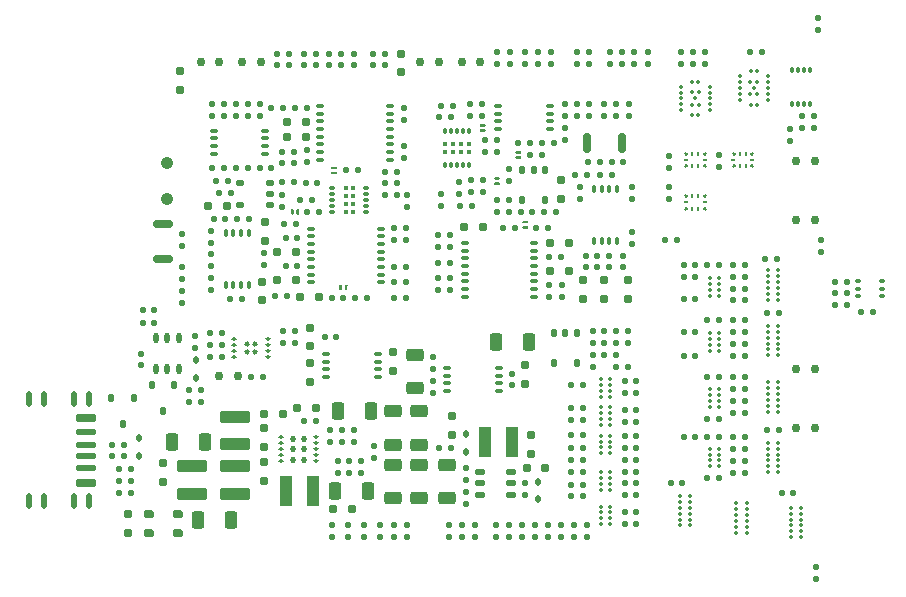
<source format=gbr>
%TF.GenerationSoftware,Altium Limited,Altium Designer,23.9.2 (47)*%
G04 Layer_Color=8421504*
%FSLAX45Y45*%
%MOMM*%
%TF.SameCoordinates,F1AFF133-CB08-443C-B5AD-2193434A7FAF*%
%TF.FilePolarity,Positive*%
%TF.FileFunction,Paste,Top*%
%TF.Part,Single*%
G01*
G75*
%TA.AperFunction,SMDPad,CuDef*%
G04:AMPARAMS|DCode=133|XSize=1.45862mm|YSize=1.05862mm|CornerRadius=0.21681mm|HoleSize=0mm|Usage=FLASHONLY|Rotation=180.000|XOffset=0mm|YOffset=0mm|HoleType=Round|Shape=RoundedRectangle|*
%AMROUNDEDRECTD133*
21,1,1.45862,0.62500,0,0,180.0*
21,1,1.02500,1.05862,0,0,180.0*
1,1,0.43362,-0.51250,0.31250*
1,1,0.43362,0.51250,0.31250*
1,1,0.43362,0.51250,-0.31250*
1,1,0.43362,-0.51250,-0.31250*
%
%ADD133ROUNDEDRECTD133*%
%TA.AperFunction,NonConductor*%
%ADD135C,0.24000*%
%TA.AperFunction,OtherPad,Free Pad (76.77mm,9.25mm)*%
G04:AMPARAMS|DCode=136|XSize=0.38mm|YSize=0.26mm|CornerRadius=0.117mm|HoleSize=0mm|Usage=FLASHONLY|Rotation=0.000|XOffset=0mm|YOffset=0mm|HoleType=Round|Shape=RoundedRectangle|*
%AMROUNDEDRECTD136*
21,1,0.38000,0.02600,0,0,0.0*
21,1,0.14600,0.26000,0,0,0.0*
1,1,0.23400,0.07300,-0.01300*
1,1,0.23400,-0.07300,-0.01300*
1,1,0.23400,-0.07300,0.01300*
1,1,0.23400,0.07300,0.01300*
%
%ADD136ROUNDEDRECTD136*%
%TA.AperFunction,OtherPad,Free Pad (76.77mm,8.75mm)*%
G04:AMPARAMS|DCode=137|XSize=0.38mm|YSize=0.26mm|CornerRadius=0.117mm|HoleSize=0mm|Usage=FLASHONLY|Rotation=0.000|XOffset=0mm|YOffset=0mm|HoleType=Round|Shape=RoundedRectangle|*
%AMROUNDEDRECTD137*
21,1,0.38000,0.02600,0,0,0.0*
21,1,0.14600,0.26000,0,0,0.0*
1,1,0.23400,0.07300,-0.01300*
1,1,0.23400,-0.07300,-0.01300*
1,1,0.23400,-0.07300,0.01300*
1,1,0.23400,0.07300,0.01300*
%
%ADD137ROUNDEDRECTD137*%
%TA.AperFunction,OtherPad,Free Pad (76.77mm,8.25mm)*%
G04:AMPARAMS|DCode=138|XSize=0.38mm|YSize=0.26mm|CornerRadius=0.117mm|HoleSize=0mm|Usage=FLASHONLY|Rotation=0.000|XOffset=0mm|YOffset=0mm|HoleType=Round|Shape=RoundedRectangle|*
%AMROUNDEDRECTD138*
21,1,0.38000,0.02600,0,0,0.0*
21,1,0.14600,0.26000,0,0,0.0*
1,1,0.23400,0.07300,-0.01300*
1,1,0.23400,-0.07300,-0.01300*
1,1,0.23400,-0.07300,0.01300*
1,1,0.23400,0.07300,0.01300*
%
%ADD138ROUNDEDRECTD138*%
%TA.AperFunction,OtherPad,Free Pad (76.77mm,7.75mm)*%
G04:AMPARAMS|DCode=139|XSize=0.38mm|YSize=0.26mm|CornerRadius=0.117mm|HoleSize=0mm|Usage=FLASHONLY|Rotation=0.000|XOffset=0mm|YOffset=0mm|HoleType=Round|Shape=RoundedRectangle|*
%AMROUNDEDRECTD139*
21,1,0.38000,0.02600,0,0,0.0*
21,1,0.14600,0.26000,0,0,0.0*
1,1,0.23400,0.07300,-0.01300*
1,1,0.23400,-0.07300,-0.01300*
1,1,0.23400,-0.07300,0.01300*
1,1,0.23400,0.07300,0.01300*
%
%ADD139ROUNDEDRECTD139*%
%TA.AperFunction,OtherPad,Free Pad (76.77mm,7.25mm)*%
G04:AMPARAMS|DCode=140|XSize=0.38mm|YSize=0.26mm|CornerRadius=0.117mm|HoleSize=0mm|Usage=FLASHONLY|Rotation=0.000|XOffset=0mm|YOffset=0mm|HoleType=Round|Shape=RoundedRectangle|*
%AMROUNDEDRECTD140*
21,1,0.38000,0.02600,0,0,0.0*
21,1,0.14600,0.26000,0,0,0.0*
1,1,0.23400,0.07300,-0.01300*
1,1,0.23400,-0.07300,-0.01300*
1,1,0.23400,-0.07300,0.01300*
1,1,0.23400,0.07300,0.01300*
%
%ADD140ROUNDEDRECTD140*%
%TA.AperFunction,OtherPad,Free Pad (76.77mm,6.75mm)*%
G04:AMPARAMS|DCode=141|XSize=0.38mm|YSize=0.26mm|CornerRadius=0.117mm|HoleSize=0mm|Usage=FLASHONLY|Rotation=0.000|XOffset=0mm|YOffset=0mm|HoleType=Round|Shape=RoundedRectangle|*
%AMROUNDEDRECTD141*
21,1,0.38000,0.02600,0,0,0.0*
21,1,0.14600,0.26000,0,0,0.0*
1,1,0.23400,0.07300,-0.01300*
1,1,0.23400,-0.07300,-0.01300*
1,1,0.23400,-0.07300,0.01300*
1,1,0.23400,0.07300,0.01300*
%
%ADD141ROUNDEDRECTD141*%
%TA.AperFunction,OtherPad,Free Pad (77.63mm,9.25mm)*%
G04:AMPARAMS|DCode=142|XSize=0.38mm|YSize=0.26mm|CornerRadius=0.117mm|HoleSize=0mm|Usage=FLASHONLY|Rotation=0.000|XOffset=0mm|YOffset=0mm|HoleType=Round|Shape=RoundedRectangle|*
%AMROUNDEDRECTD142*
21,1,0.38000,0.02600,0,0,0.0*
21,1,0.14600,0.26000,0,0,0.0*
1,1,0.23400,0.07300,-0.01300*
1,1,0.23400,-0.07300,-0.01300*
1,1,0.23400,-0.07300,0.01300*
1,1,0.23400,0.07300,0.01300*
%
%ADD142ROUNDEDRECTD142*%
%TA.AperFunction,OtherPad,Free Pad (77.63mm,8.75mm)*%
G04:AMPARAMS|DCode=143|XSize=0.38mm|YSize=0.26mm|CornerRadius=0.117mm|HoleSize=0mm|Usage=FLASHONLY|Rotation=0.000|XOffset=0mm|YOffset=0mm|HoleType=Round|Shape=RoundedRectangle|*
%AMROUNDEDRECTD143*
21,1,0.38000,0.02600,0,0,0.0*
21,1,0.14600,0.26000,0,0,0.0*
1,1,0.23400,0.07300,-0.01300*
1,1,0.23400,-0.07300,-0.01300*
1,1,0.23400,-0.07300,0.01300*
1,1,0.23400,0.07300,0.01300*
%
%ADD143ROUNDEDRECTD143*%
%TA.AperFunction,OtherPad,Free Pad (77.63mm,8.25mm)*%
G04:AMPARAMS|DCode=144|XSize=0.38mm|YSize=0.26mm|CornerRadius=0.117mm|HoleSize=0mm|Usage=FLASHONLY|Rotation=0.000|XOffset=0mm|YOffset=0mm|HoleType=Round|Shape=RoundedRectangle|*
%AMROUNDEDRECTD144*
21,1,0.38000,0.02600,0,0,0.0*
21,1,0.14600,0.26000,0,0,0.0*
1,1,0.23400,0.07300,-0.01300*
1,1,0.23400,-0.07300,-0.01300*
1,1,0.23400,-0.07300,0.01300*
1,1,0.23400,0.07300,0.01300*
%
%ADD144ROUNDEDRECTD144*%
%TA.AperFunction,OtherPad,Free Pad (77.63mm,7.75mm)*%
G04:AMPARAMS|DCode=145|XSize=0.38mm|YSize=0.26mm|CornerRadius=0.117mm|HoleSize=0mm|Usage=FLASHONLY|Rotation=0.000|XOffset=0mm|YOffset=0mm|HoleType=Round|Shape=RoundedRectangle|*
%AMROUNDEDRECTD145*
21,1,0.38000,0.02600,0,0,0.0*
21,1,0.14600,0.26000,0,0,0.0*
1,1,0.23400,0.07300,-0.01300*
1,1,0.23400,-0.07300,-0.01300*
1,1,0.23400,-0.07300,0.01300*
1,1,0.23400,0.07300,0.01300*
%
%ADD145ROUNDEDRECTD145*%
%TA.AperFunction,OtherPad,Free Pad (77.63mm,7.25mm)*%
G04:AMPARAMS|DCode=146|XSize=0.38mm|YSize=0.26mm|CornerRadius=0.117mm|HoleSize=0mm|Usage=FLASHONLY|Rotation=0.000|XOffset=0mm|YOffset=0mm|HoleType=Round|Shape=RoundedRectangle|*
%AMROUNDEDRECTD146*
21,1,0.38000,0.02600,0,0,0.0*
21,1,0.14600,0.26000,0,0,0.0*
1,1,0.23400,0.07300,-0.01300*
1,1,0.23400,-0.07300,-0.01300*
1,1,0.23400,-0.07300,0.01300*
1,1,0.23400,0.07300,0.01300*
%
%ADD146ROUNDEDRECTD146*%
%TA.AperFunction,OtherPad,Free Pad (77.63mm,6.75mm)*%
G04:AMPARAMS|DCode=147|XSize=0.38mm|YSize=0.26mm|CornerRadius=0.117mm|HoleSize=0mm|Usage=FLASHONLY|Rotation=0.000|XOffset=0mm|YOffset=0mm|HoleType=Round|Shape=RoundedRectangle|*
%AMROUNDEDRECTD147*
21,1,0.38000,0.02600,0,0,0.0*
21,1,0.14600,0.26000,0,0,0.0*
1,1,0.23400,0.07300,-0.01300*
1,1,0.23400,-0.07300,-0.01300*
1,1,0.23400,-0.07300,0.01300*
1,1,0.23400,0.07300,0.01300*
%
%ADD147ROUNDEDRECTD147*%
%TA.AperFunction,OtherPad,Free Pad (74.87mm,19.85mm)*%
G04:AMPARAMS|DCode=148|XSize=0.38mm|YSize=0.26mm|CornerRadius=0.117mm|HoleSize=0mm|Usage=FLASHONLY|Rotation=0.000|XOffset=0mm|YOffset=0mm|HoleType=Round|Shape=RoundedRectangle|*
%AMROUNDEDRECTD148*
21,1,0.38000,0.02600,0,0,0.0*
21,1,0.14600,0.26000,0,0,0.0*
1,1,0.23400,0.07300,-0.01300*
1,1,0.23400,-0.07300,-0.01300*
1,1,0.23400,-0.07300,0.01300*
1,1,0.23400,0.07300,0.01300*
%
%ADD148ROUNDEDRECTD148*%
%TA.AperFunction,OtherPad,Free Pad (74.87mm,19.35mm)*%
G04:AMPARAMS|DCode=149|XSize=0.38mm|YSize=0.26mm|CornerRadius=0.117mm|HoleSize=0mm|Usage=FLASHONLY|Rotation=0.000|XOffset=0mm|YOffset=0mm|HoleType=Round|Shape=RoundedRectangle|*
%AMROUNDEDRECTD149*
21,1,0.38000,0.02600,0,0,0.0*
21,1,0.14600,0.26000,0,0,0.0*
1,1,0.23400,0.07300,-0.01300*
1,1,0.23400,-0.07300,-0.01300*
1,1,0.23400,-0.07300,0.01300*
1,1,0.23400,0.07300,0.01300*
%
%ADD149ROUNDEDRECTD149*%
%TA.AperFunction,OtherPad,Free Pad (74.87mm,18.85mm)*%
G04:AMPARAMS|DCode=150|XSize=0.38mm|YSize=0.26mm|CornerRadius=0.117mm|HoleSize=0mm|Usage=FLASHONLY|Rotation=0.000|XOffset=0mm|YOffset=0mm|HoleType=Round|Shape=RoundedRectangle|*
%AMROUNDEDRECTD150*
21,1,0.38000,0.02600,0,0,0.0*
21,1,0.14600,0.26000,0,0,0.0*
1,1,0.23400,0.07300,-0.01300*
1,1,0.23400,-0.07300,-0.01300*
1,1,0.23400,-0.07300,0.01300*
1,1,0.23400,0.07300,0.01300*
%
%ADD150ROUNDEDRECTD150*%
%TA.AperFunction,OtherPad,Free Pad (74.87mm,18.35mm)*%
G04:AMPARAMS|DCode=151|XSize=0.38mm|YSize=0.26mm|CornerRadius=0.117mm|HoleSize=0mm|Usage=FLASHONLY|Rotation=0.000|XOffset=0mm|YOffset=0mm|HoleType=Round|Shape=RoundedRectangle|*
%AMROUNDEDRECTD151*
21,1,0.38000,0.02600,0,0,0.0*
21,1,0.14600,0.26000,0,0,0.0*
1,1,0.23400,0.07300,-0.01300*
1,1,0.23400,-0.07300,-0.01300*
1,1,0.23400,-0.07300,0.01300*
1,1,0.23400,0.07300,0.01300*
%
%ADD151ROUNDEDRECTD151*%
%TA.AperFunction,OtherPad,Free Pad (74.87mm,17.85mm)*%
G04:AMPARAMS|DCode=152|XSize=0.38mm|YSize=0.26mm|CornerRadius=0.117mm|HoleSize=0mm|Usage=FLASHONLY|Rotation=0.000|XOffset=0mm|YOffset=0mm|HoleType=Round|Shape=RoundedRectangle|*
%AMROUNDEDRECTD152*
21,1,0.38000,0.02600,0,0,0.0*
21,1,0.14600,0.26000,0,0,0.0*
1,1,0.23400,0.07300,-0.01300*
1,1,0.23400,-0.07300,-0.01300*
1,1,0.23400,-0.07300,0.01300*
1,1,0.23400,0.07300,0.01300*
%
%ADD152ROUNDEDRECTD152*%
%TA.AperFunction,OtherPad,Free Pad (74.87mm,17.35mm)*%
G04:AMPARAMS|DCode=153|XSize=0.38mm|YSize=0.26mm|CornerRadius=0.117mm|HoleSize=0mm|Usage=FLASHONLY|Rotation=0.000|XOffset=0mm|YOffset=0mm|HoleType=Round|Shape=RoundedRectangle|*
%AMROUNDEDRECTD153*
21,1,0.38000,0.02600,0,0,0.0*
21,1,0.14600,0.26000,0,0,0.0*
1,1,0.23400,0.07300,-0.01300*
1,1,0.23400,-0.07300,-0.01300*
1,1,0.23400,-0.07300,0.01300*
1,1,0.23400,0.07300,0.01300*
%
%ADD153ROUNDEDRECTD153*%
%TA.AperFunction,OtherPad,Free Pad (75.73mm,19.85mm)*%
G04:AMPARAMS|DCode=154|XSize=0.38mm|YSize=0.26mm|CornerRadius=0.117mm|HoleSize=0mm|Usage=FLASHONLY|Rotation=0.000|XOffset=0mm|YOffset=0mm|HoleType=Round|Shape=RoundedRectangle|*
%AMROUNDEDRECTD154*
21,1,0.38000,0.02600,0,0,0.0*
21,1,0.14600,0.26000,0,0,0.0*
1,1,0.23400,0.07300,-0.01300*
1,1,0.23400,-0.07300,-0.01300*
1,1,0.23400,-0.07300,0.01300*
1,1,0.23400,0.07300,0.01300*
%
%ADD154ROUNDEDRECTD154*%
%TA.AperFunction,OtherPad,Free Pad (75.73mm,19.35mm)*%
G04:AMPARAMS|DCode=155|XSize=0.38mm|YSize=0.26mm|CornerRadius=0.117mm|HoleSize=0mm|Usage=FLASHONLY|Rotation=0.000|XOffset=0mm|YOffset=0mm|HoleType=Round|Shape=RoundedRectangle|*
%AMROUNDEDRECTD155*
21,1,0.38000,0.02600,0,0,0.0*
21,1,0.14600,0.26000,0,0,0.0*
1,1,0.23400,0.07300,-0.01300*
1,1,0.23400,-0.07300,-0.01300*
1,1,0.23400,-0.07300,0.01300*
1,1,0.23400,0.07300,0.01300*
%
%ADD155ROUNDEDRECTD155*%
%TA.AperFunction,OtherPad,Free Pad (75.73mm,18.85mm)*%
G04:AMPARAMS|DCode=156|XSize=0.38mm|YSize=0.26mm|CornerRadius=0.117mm|HoleSize=0mm|Usage=FLASHONLY|Rotation=0.000|XOffset=0mm|YOffset=0mm|HoleType=Round|Shape=RoundedRectangle|*
%AMROUNDEDRECTD156*
21,1,0.38000,0.02600,0,0,0.0*
21,1,0.14600,0.26000,0,0,0.0*
1,1,0.23400,0.07300,-0.01300*
1,1,0.23400,-0.07300,-0.01300*
1,1,0.23400,-0.07300,0.01300*
1,1,0.23400,0.07300,0.01300*
%
%ADD156ROUNDEDRECTD156*%
%TA.AperFunction,OtherPad,Free Pad (75.73mm,18.35mm)*%
G04:AMPARAMS|DCode=157|XSize=0.38mm|YSize=0.26mm|CornerRadius=0.117mm|HoleSize=0mm|Usage=FLASHONLY|Rotation=0.000|XOffset=0mm|YOffset=0mm|HoleType=Round|Shape=RoundedRectangle|*
%AMROUNDEDRECTD157*
21,1,0.38000,0.02600,0,0,0.0*
21,1,0.14600,0.26000,0,0,0.0*
1,1,0.23400,0.07300,-0.01300*
1,1,0.23400,-0.07300,-0.01300*
1,1,0.23400,-0.07300,0.01300*
1,1,0.23400,0.07300,0.01300*
%
%ADD157ROUNDEDRECTD157*%
%TA.AperFunction,OtherPad,Free Pad (75.73mm,17.85mm)*%
G04:AMPARAMS|DCode=158|XSize=0.38mm|YSize=0.26mm|CornerRadius=0.117mm|HoleSize=0mm|Usage=FLASHONLY|Rotation=0.000|XOffset=0mm|YOffset=0mm|HoleType=Round|Shape=RoundedRectangle|*
%AMROUNDEDRECTD158*
21,1,0.38000,0.02600,0,0,0.0*
21,1,0.14600,0.26000,0,0,0.0*
1,1,0.23400,0.07300,-0.01300*
1,1,0.23400,-0.07300,-0.01300*
1,1,0.23400,-0.07300,0.01300*
1,1,0.23400,0.07300,0.01300*
%
%ADD158ROUNDEDRECTD158*%
%TA.AperFunction,OtherPad,Free Pad (75.73mm,17.35mm)*%
G04:AMPARAMS|DCode=159|XSize=0.38mm|YSize=0.26mm|CornerRadius=0.117mm|HoleSize=0mm|Usage=FLASHONLY|Rotation=0.000|XOffset=0mm|YOffset=0mm|HoleType=Round|Shape=RoundedRectangle|*
%AMROUNDEDRECTD159*
21,1,0.38000,0.02600,0,0,0.0*
21,1,0.14600,0.26000,0,0,0.0*
1,1,0.23400,0.07300,-0.01300*
1,1,0.23400,-0.07300,-0.01300*
1,1,0.23400,-0.07300,0.01300*
1,1,0.23400,0.07300,0.01300*
%
%ADD159ROUNDEDRECTD159*%
%TA.AperFunction,OtherPad,Free Pad (72.17mm,9.65mm)*%
G04:AMPARAMS|DCode=160|XSize=0.38mm|YSize=0.26mm|CornerRadius=0.117mm|HoleSize=0mm|Usage=FLASHONLY|Rotation=0.000|XOffset=0mm|YOffset=0mm|HoleType=Round|Shape=RoundedRectangle|*
%AMROUNDEDRECTD160*
21,1,0.38000,0.02600,0,0,0.0*
21,1,0.14600,0.26000,0,0,0.0*
1,1,0.23400,0.07300,-0.01300*
1,1,0.23400,-0.07300,-0.01300*
1,1,0.23400,-0.07300,0.01300*
1,1,0.23400,0.07300,0.01300*
%
%ADD160ROUNDEDRECTD160*%
%TA.AperFunction,OtherPad,Free Pad (72.17mm,9.15mm)*%
G04:AMPARAMS|DCode=161|XSize=0.38mm|YSize=0.26mm|CornerRadius=0.117mm|HoleSize=0mm|Usage=FLASHONLY|Rotation=0.000|XOffset=0mm|YOffset=0mm|HoleType=Round|Shape=RoundedRectangle|*
%AMROUNDEDRECTD161*
21,1,0.38000,0.02600,0,0,0.0*
21,1,0.14600,0.26000,0,0,0.0*
1,1,0.23400,0.07300,-0.01300*
1,1,0.23400,-0.07300,-0.01300*
1,1,0.23400,-0.07300,0.01300*
1,1,0.23400,0.07300,0.01300*
%
%ADD161ROUNDEDRECTD161*%
%TA.AperFunction,OtherPad,Free Pad (72.17mm,8.65mm)*%
G04:AMPARAMS|DCode=162|XSize=0.38mm|YSize=0.26mm|CornerRadius=0.117mm|HoleSize=0mm|Usage=FLASHONLY|Rotation=0.000|XOffset=0mm|YOffset=0mm|HoleType=Round|Shape=RoundedRectangle|*
%AMROUNDEDRECTD162*
21,1,0.38000,0.02600,0,0,0.0*
21,1,0.14600,0.26000,0,0,0.0*
1,1,0.23400,0.07300,-0.01300*
1,1,0.23400,-0.07300,-0.01300*
1,1,0.23400,-0.07300,0.01300*
1,1,0.23400,0.07300,0.01300*
%
%ADD162ROUNDEDRECTD162*%
%TA.AperFunction,OtherPad,Free Pad (72.17mm,8.15mm)*%
G04:AMPARAMS|DCode=163|XSize=0.38mm|YSize=0.26mm|CornerRadius=0.117mm|HoleSize=0mm|Usage=FLASHONLY|Rotation=0.000|XOffset=0mm|YOffset=0mm|HoleType=Round|Shape=RoundedRectangle|*
%AMROUNDEDRECTD163*
21,1,0.38000,0.02600,0,0,0.0*
21,1,0.14600,0.26000,0,0,0.0*
1,1,0.23400,0.07300,-0.01300*
1,1,0.23400,-0.07300,-0.01300*
1,1,0.23400,-0.07300,0.01300*
1,1,0.23400,0.07300,0.01300*
%
%ADD163ROUNDEDRECTD163*%
%TA.AperFunction,OtherPad,Free Pad (72.17mm,7.65mm)*%
G04:AMPARAMS|DCode=164|XSize=0.38mm|YSize=0.26mm|CornerRadius=0.117mm|HoleSize=0mm|Usage=FLASHONLY|Rotation=0.000|XOffset=0mm|YOffset=0mm|HoleType=Round|Shape=RoundedRectangle|*
%AMROUNDEDRECTD164*
21,1,0.38000,0.02600,0,0,0.0*
21,1,0.14600,0.26000,0,0,0.0*
1,1,0.23400,0.07300,-0.01300*
1,1,0.23400,-0.07300,-0.01300*
1,1,0.23400,-0.07300,0.01300*
1,1,0.23400,0.07300,0.01300*
%
%ADD164ROUNDEDRECTD164*%
%TA.AperFunction,OtherPad,Free Pad (72.17mm,7.15mm)*%
G04:AMPARAMS|DCode=165|XSize=0.38mm|YSize=0.26mm|CornerRadius=0.117mm|HoleSize=0mm|Usage=FLASHONLY|Rotation=0.000|XOffset=0mm|YOffset=0mm|HoleType=Round|Shape=RoundedRectangle|*
%AMROUNDEDRECTD165*
21,1,0.38000,0.02600,0,0,0.0*
21,1,0.14600,0.26000,0,0,0.0*
1,1,0.23400,0.07300,-0.01300*
1,1,0.23400,-0.07300,-0.01300*
1,1,0.23400,-0.07300,0.01300*
1,1,0.23400,0.07300,0.01300*
%
%ADD165ROUNDEDRECTD165*%
%TA.AperFunction,OtherPad,Free Pad (73.03mm,9.65mm)*%
G04:AMPARAMS|DCode=166|XSize=0.38mm|YSize=0.26mm|CornerRadius=0.117mm|HoleSize=0mm|Usage=FLASHONLY|Rotation=0.000|XOffset=0mm|YOffset=0mm|HoleType=Round|Shape=RoundedRectangle|*
%AMROUNDEDRECTD166*
21,1,0.38000,0.02600,0,0,0.0*
21,1,0.14600,0.26000,0,0,0.0*
1,1,0.23400,0.07300,-0.01300*
1,1,0.23400,-0.07300,-0.01300*
1,1,0.23400,-0.07300,0.01300*
1,1,0.23400,0.07300,0.01300*
%
%ADD166ROUNDEDRECTD166*%
%TA.AperFunction,OtherPad,Free Pad (73.03mm,9.15mm)*%
G04:AMPARAMS|DCode=167|XSize=0.38mm|YSize=0.26mm|CornerRadius=0.117mm|HoleSize=0mm|Usage=FLASHONLY|Rotation=0.000|XOffset=0mm|YOffset=0mm|HoleType=Round|Shape=RoundedRectangle|*
%AMROUNDEDRECTD167*
21,1,0.38000,0.02600,0,0,0.0*
21,1,0.14600,0.26000,0,0,0.0*
1,1,0.23400,0.07300,-0.01300*
1,1,0.23400,-0.07300,-0.01300*
1,1,0.23400,-0.07300,0.01300*
1,1,0.23400,0.07300,0.01300*
%
%ADD167ROUNDEDRECTD167*%
%TA.AperFunction,OtherPad,Free Pad (73.03mm,8.65mm)*%
G04:AMPARAMS|DCode=168|XSize=0.38mm|YSize=0.26mm|CornerRadius=0.117mm|HoleSize=0mm|Usage=FLASHONLY|Rotation=0.000|XOffset=0mm|YOffset=0mm|HoleType=Round|Shape=RoundedRectangle|*
%AMROUNDEDRECTD168*
21,1,0.38000,0.02600,0,0,0.0*
21,1,0.14600,0.26000,0,0,0.0*
1,1,0.23400,0.07300,-0.01300*
1,1,0.23400,-0.07300,-0.01300*
1,1,0.23400,-0.07300,0.01300*
1,1,0.23400,0.07300,0.01300*
%
%ADD168ROUNDEDRECTD168*%
%TA.AperFunction,OtherPad,Free Pad (73.03mm,8.15mm)*%
G04:AMPARAMS|DCode=169|XSize=0.38mm|YSize=0.26mm|CornerRadius=0.117mm|HoleSize=0mm|Usage=FLASHONLY|Rotation=0.000|XOffset=0mm|YOffset=0mm|HoleType=Round|Shape=RoundedRectangle|*
%AMROUNDEDRECTD169*
21,1,0.38000,0.02600,0,0,0.0*
21,1,0.14600,0.26000,0,0,0.0*
1,1,0.23400,0.07300,-0.01300*
1,1,0.23400,-0.07300,-0.01300*
1,1,0.23400,-0.07300,0.01300*
1,1,0.23400,0.07300,0.01300*
%
%ADD169ROUNDEDRECTD169*%
%TA.AperFunction,OtherPad,Free Pad (73.03mm,7.65mm)*%
G04:AMPARAMS|DCode=170|XSize=0.38mm|YSize=0.26mm|CornerRadius=0.117mm|HoleSize=0mm|Usage=FLASHONLY|Rotation=0.000|XOffset=0mm|YOffset=0mm|HoleType=Round|Shape=RoundedRectangle|*
%AMROUNDEDRECTD170*
21,1,0.38000,0.02600,0,0,0.0*
21,1,0.14600,0.26000,0,0,0.0*
1,1,0.23400,0.07300,-0.01300*
1,1,0.23400,-0.07300,-0.01300*
1,1,0.23400,-0.07300,0.01300*
1,1,0.23400,0.07300,0.01300*
%
%ADD170ROUNDEDRECTD170*%
%TA.AperFunction,OtherPad,Free Pad (73.03mm,7.15mm)*%
G04:AMPARAMS|DCode=171|XSize=0.38mm|YSize=0.26mm|CornerRadius=0.117mm|HoleSize=0mm|Usage=FLASHONLY|Rotation=0.000|XOffset=0mm|YOffset=0mm|HoleType=Round|Shape=RoundedRectangle|*
%AMROUNDEDRECTD171*
21,1,0.38000,0.02600,0,0,0.0*
21,1,0.14600,0.26000,0,0,0.0*
1,1,0.23400,0.07300,-0.01300*
1,1,0.23400,-0.07300,-0.01300*
1,1,0.23400,-0.07300,0.01300*
1,1,0.23400,0.07300,0.01300*
%
%ADD171ROUNDEDRECTD171*%
%TA.AperFunction,OtherPad,Free Pad (74.87mm,24.65mm)*%
G04:AMPARAMS|DCode=172|XSize=0.38mm|YSize=0.26mm|CornerRadius=0.117mm|HoleSize=0mm|Usage=FLASHONLY|Rotation=0.000|XOffset=0mm|YOffset=0mm|HoleType=Round|Shape=RoundedRectangle|*
%AMROUNDEDRECTD172*
21,1,0.38000,0.02600,0,0,0.0*
21,1,0.14600,0.26000,0,0,0.0*
1,1,0.23400,0.07300,-0.01300*
1,1,0.23400,-0.07300,-0.01300*
1,1,0.23400,-0.07300,0.01300*
1,1,0.23400,0.07300,0.01300*
%
%ADD172ROUNDEDRECTD172*%
%TA.AperFunction,OtherPad,Free Pad (74.87mm,24.15mm)*%
G04:AMPARAMS|DCode=173|XSize=0.38mm|YSize=0.26mm|CornerRadius=0.117mm|HoleSize=0mm|Usage=FLASHONLY|Rotation=0.000|XOffset=0mm|YOffset=0mm|HoleType=Round|Shape=RoundedRectangle|*
%AMROUNDEDRECTD173*
21,1,0.38000,0.02600,0,0,0.0*
21,1,0.14600,0.26000,0,0,0.0*
1,1,0.23400,0.07300,-0.01300*
1,1,0.23400,-0.07300,-0.01300*
1,1,0.23400,-0.07300,0.01300*
1,1,0.23400,0.07300,0.01300*
%
%ADD173ROUNDEDRECTD173*%
%TA.AperFunction,OtherPad,Free Pad (74.87mm,23.65mm)*%
G04:AMPARAMS|DCode=174|XSize=0.38mm|YSize=0.26mm|CornerRadius=0.117mm|HoleSize=0mm|Usage=FLASHONLY|Rotation=0.000|XOffset=0mm|YOffset=0mm|HoleType=Round|Shape=RoundedRectangle|*
%AMROUNDEDRECTD174*
21,1,0.38000,0.02600,0,0,0.0*
21,1,0.14600,0.26000,0,0,0.0*
1,1,0.23400,0.07300,-0.01300*
1,1,0.23400,-0.07300,-0.01300*
1,1,0.23400,-0.07300,0.01300*
1,1,0.23400,0.07300,0.01300*
%
%ADD174ROUNDEDRECTD174*%
%TA.AperFunction,OtherPad,Free Pad (74.87mm,23.15mm)*%
G04:AMPARAMS|DCode=175|XSize=0.38mm|YSize=0.26mm|CornerRadius=0.117mm|HoleSize=0mm|Usage=FLASHONLY|Rotation=0.000|XOffset=0mm|YOffset=0mm|HoleType=Round|Shape=RoundedRectangle|*
%AMROUNDEDRECTD175*
21,1,0.38000,0.02600,0,0,0.0*
21,1,0.14600,0.26000,0,0,0.0*
1,1,0.23400,0.07300,-0.01300*
1,1,0.23400,-0.07300,-0.01300*
1,1,0.23400,-0.07300,0.01300*
1,1,0.23400,0.07300,0.01300*
%
%ADD175ROUNDEDRECTD175*%
%TA.AperFunction,OtherPad,Free Pad (74.87mm,22.65mm)*%
G04:AMPARAMS|DCode=176|XSize=0.38mm|YSize=0.26mm|CornerRadius=0.117mm|HoleSize=0mm|Usage=FLASHONLY|Rotation=0.000|XOffset=0mm|YOffset=0mm|HoleType=Round|Shape=RoundedRectangle|*
%AMROUNDEDRECTD176*
21,1,0.38000,0.02600,0,0,0.0*
21,1,0.14600,0.26000,0,0,0.0*
1,1,0.23400,0.07300,-0.01300*
1,1,0.23400,-0.07300,-0.01300*
1,1,0.23400,-0.07300,0.01300*
1,1,0.23400,0.07300,0.01300*
%
%ADD176ROUNDEDRECTD176*%
%TA.AperFunction,OtherPad,Free Pad (74.87mm,22.15mm)*%
G04:AMPARAMS|DCode=177|XSize=0.38mm|YSize=0.26mm|CornerRadius=0.117mm|HoleSize=0mm|Usage=FLASHONLY|Rotation=0.000|XOffset=0mm|YOffset=0mm|HoleType=Round|Shape=RoundedRectangle|*
%AMROUNDEDRECTD177*
21,1,0.38000,0.02600,0,0,0.0*
21,1,0.14600,0.26000,0,0,0.0*
1,1,0.23400,0.07300,-0.01300*
1,1,0.23400,-0.07300,-0.01300*
1,1,0.23400,-0.07300,0.01300*
1,1,0.23400,0.07300,0.01300*
%
%ADD177ROUNDEDRECTD177*%
%TA.AperFunction,OtherPad,Free Pad (75.73mm,24.65mm)*%
G04:AMPARAMS|DCode=178|XSize=0.38mm|YSize=0.26mm|CornerRadius=0.117mm|HoleSize=0mm|Usage=FLASHONLY|Rotation=0.000|XOffset=0mm|YOffset=0mm|HoleType=Round|Shape=RoundedRectangle|*
%AMROUNDEDRECTD178*
21,1,0.38000,0.02600,0,0,0.0*
21,1,0.14600,0.26000,0,0,0.0*
1,1,0.23400,0.07300,-0.01300*
1,1,0.23400,-0.07300,-0.01300*
1,1,0.23400,-0.07300,0.01300*
1,1,0.23400,0.07300,0.01300*
%
%ADD178ROUNDEDRECTD178*%
%TA.AperFunction,OtherPad,Free Pad (75.73mm,24.15mm)*%
G04:AMPARAMS|DCode=179|XSize=0.38mm|YSize=0.26mm|CornerRadius=0.117mm|HoleSize=0mm|Usage=FLASHONLY|Rotation=0.000|XOffset=0mm|YOffset=0mm|HoleType=Round|Shape=RoundedRectangle|*
%AMROUNDEDRECTD179*
21,1,0.38000,0.02600,0,0,0.0*
21,1,0.14600,0.26000,0,0,0.0*
1,1,0.23400,0.07300,-0.01300*
1,1,0.23400,-0.07300,-0.01300*
1,1,0.23400,-0.07300,0.01300*
1,1,0.23400,0.07300,0.01300*
%
%ADD179ROUNDEDRECTD179*%
%TA.AperFunction,OtherPad,Free Pad (75.73mm,23.65mm)*%
G04:AMPARAMS|DCode=180|XSize=0.38mm|YSize=0.26mm|CornerRadius=0.117mm|HoleSize=0mm|Usage=FLASHONLY|Rotation=0.000|XOffset=0mm|YOffset=0mm|HoleType=Round|Shape=RoundedRectangle|*
%AMROUNDEDRECTD180*
21,1,0.38000,0.02600,0,0,0.0*
21,1,0.14600,0.26000,0,0,0.0*
1,1,0.23400,0.07300,-0.01300*
1,1,0.23400,-0.07300,-0.01300*
1,1,0.23400,-0.07300,0.01300*
1,1,0.23400,0.07300,0.01300*
%
%ADD180ROUNDEDRECTD180*%
%TA.AperFunction,OtherPad,Free Pad (75.73mm,23.15mm)*%
G04:AMPARAMS|DCode=181|XSize=0.38mm|YSize=0.26mm|CornerRadius=0.117mm|HoleSize=0mm|Usage=FLASHONLY|Rotation=0.000|XOffset=0mm|YOffset=0mm|HoleType=Round|Shape=RoundedRectangle|*
%AMROUNDEDRECTD181*
21,1,0.38000,0.02600,0,0,0.0*
21,1,0.14600,0.26000,0,0,0.0*
1,1,0.23400,0.07300,-0.01300*
1,1,0.23400,-0.07300,-0.01300*
1,1,0.23400,-0.07300,0.01300*
1,1,0.23400,0.07300,0.01300*
%
%ADD181ROUNDEDRECTD181*%
%TA.AperFunction,OtherPad,Free Pad (75.73mm,22.65mm)*%
G04:AMPARAMS|DCode=182|XSize=0.38mm|YSize=0.26mm|CornerRadius=0.117mm|HoleSize=0mm|Usage=FLASHONLY|Rotation=0.000|XOffset=0mm|YOffset=0mm|HoleType=Round|Shape=RoundedRectangle|*
%AMROUNDEDRECTD182*
21,1,0.38000,0.02600,0,0,0.0*
21,1,0.14600,0.26000,0,0,0.0*
1,1,0.23400,0.07300,-0.01300*
1,1,0.23400,-0.07300,-0.01300*
1,1,0.23400,-0.07300,0.01300*
1,1,0.23400,0.07300,0.01300*
%
%ADD182ROUNDEDRECTD182*%
%TA.AperFunction,OtherPad,Free Pad (75.73mm,22.15mm)*%
G04:AMPARAMS|DCode=183|XSize=0.38mm|YSize=0.26mm|CornerRadius=0.117mm|HoleSize=0mm|Usage=FLASHONLY|Rotation=0.000|XOffset=0mm|YOffset=0mm|HoleType=Round|Shape=RoundedRectangle|*
%AMROUNDEDRECTD183*
21,1,0.38000,0.02600,0,0,0.0*
21,1,0.14600,0.26000,0,0,0.0*
1,1,0.23400,0.07300,-0.01300*
1,1,0.23400,-0.07300,-0.01300*
1,1,0.23400,-0.07300,0.01300*
1,1,0.23400,0.07300,0.01300*
%
%ADD183ROUNDEDRECTD183*%
%TA.AperFunction,OtherPad,Free Pad (67.37mm,10.25mm)*%
G04:AMPARAMS|DCode=184|XSize=0.38mm|YSize=0.26mm|CornerRadius=0.117mm|HoleSize=0mm|Usage=FLASHONLY|Rotation=0.000|XOffset=0mm|YOffset=0mm|HoleType=Round|Shape=RoundedRectangle|*
%AMROUNDEDRECTD184*
21,1,0.38000,0.02600,0,0,0.0*
21,1,0.14600,0.26000,0,0,0.0*
1,1,0.23400,0.07300,-0.01300*
1,1,0.23400,-0.07300,-0.01300*
1,1,0.23400,-0.07300,0.01300*
1,1,0.23400,0.07300,0.01300*
%
%ADD184ROUNDEDRECTD184*%
%TA.AperFunction,OtherPad,Free Pad (67.37mm,9.75mm)*%
G04:AMPARAMS|DCode=185|XSize=0.38mm|YSize=0.26mm|CornerRadius=0.117mm|HoleSize=0mm|Usage=FLASHONLY|Rotation=0.000|XOffset=0mm|YOffset=0mm|HoleType=Round|Shape=RoundedRectangle|*
%AMROUNDEDRECTD185*
21,1,0.38000,0.02600,0,0,0.0*
21,1,0.14600,0.26000,0,0,0.0*
1,1,0.23400,0.07300,-0.01300*
1,1,0.23400,-0.07300,-0.01300*
1,1,0.23400,-0.07300,0.01300*
1,1,0.23400,0.07300,0.01300*
%
%ADD185ROUNDEDRECTD185*%
%TA.AperFunction,OtherPad,Free Pad (67.37mm,9.25mm)*%
G04:AMPARAMS|DCode=186|XSize=0.38mm|YSize=0.26mm|CornerRadius=0.117mm|HoleSize=0mm|Usage=FLASHONLY|Rotation=0.000|XOffset=0mm|YOffset=0mm|HoleType=Round|Shape=RoundedRectangle|*
%AMROUNDEDRECTD186*
21,1,0.38000,0.02600,0,0,0.0*
21,1,0.14600,0.26000,0,0,0.0*
1,1,0.23400,0.07300,-0.01300*
1,1,0.23400,-0.07300,-0.01300*
1,1,0.23400,-0.07300,0.01300*
1,1,0.23400,0.07300,0.01300*
%
%ADD186ROUNDEDRECTD186*%
%TA.AperFunction,OtherPad,Free Pad (67.37mm,8.75mm)*%
G04:AMPARAMS|DCode=187|XSize=0.38mm|YSize=0.26mm|CornerRadius=0.117mm|HoleSize=0mm|Usage=FLASHONLY|Rotation=0.000|XOffset=0mm|YOffset=0mm|HoleType=Round|Shape=RoundedRectangle|*
%AMROUNDEDRECTD187*
21,1,0.38000,0.02600,0,0,0.0*
21,1,0.14600,0.26000,0,0,0.0*
1,1,0.23400,0.07300,-0.01300*
1,1,0.23400,-0.07300,-0.01300*
1,1,0.23400,-0.07300,0.01300*
1,1,0.23400,0.07300,0.01300*
%
%ADD187ROUNDEDRECTD187*%
%TA.AperFunction,OtherPad,Free Pad (67.37mm,8.25mm)*%
G04:AMPARAMS|DCode=188|XSize=0.38mm|YSize=0.26mm|CornerRadius=0.117mm|HoleSize=0mm|Usage=FLASHONLY|Rotation=0.000|XOffset=0mm|YOffset=0mm|HoleType=Round|Shape=RoundedRectangle|*
%AMROUNDEDRECTD188*
21,1,0.38000,0.02600,0,0,0.0*
21,1,0.14600,0.26000,0,0,0.0*
1,1,0.23400,0.07300,-0.01300*
1,1,0.23400,-0.07300,-0.01300*
1,1,0.23400,-0.07300,0.01300*
1,1,0.23400,0.07300,0.01300*
%
%ADD188ROUNDEDRECTD188*%
%TA.AperFunction,OtherPad,Free Pad (67.37mm,7.75mm)*%
G04:AMPARAMS|DCode=189|XSize=0.38mm|YSize=0.26mm|CornerRadius=0.117mm|HoleSize=0mm|Usage=FLASHONLY|Rotation=0.000|XOffset=0mm|YOffset=0mm|HoleType=Round|Shape=RoundedRectangle|*
%AMROUNDEDRECTD189*
21,1,0.38000,0.02600,0,0,0.0*
21,1,0.14600,0.26000,0,0,0.0*
1,1,0.23400,0.07300,-0.01300*
1,1,0.23400,-0.07300,-0.01300*
1,1,0.23400,-0.07300,0.01300*
1,1,0.23400,0.07300,0.01300*
%
%ADD189ROUNDEDRECTD189*%
%TA.AperFunction,OtherPad,Free Pad (68.23mm,10.25mm)*%
G04:AMPARAMS|DCode=190|XSize=0.38mm|YSize=0.26mm|CornerRadius=0.117mm|HoleSize=0mm|Usage=FLASHONLY|Rotation=0.000|XOffset=0mm|YOffset=0mm|HoleType=Round|Shape=RoundedRectangle|*
%AMROUNDEDRECTD190*
21,1,0.38000,0.02600,0,0,0.0*
21,1,0.14600,0.26000,0,0,0.0*
1,1,0.23400,0.07300,-0.01300*
1,1,0.23400,-0.07300,-0.01300*
1,1,0.23400,-0.07300,0.01300*
1,1,0.23400,0.07300,0.01300*
%
%ADD190ROUNDEDRECTD190*%
%TA.AperFunction,OtherPad,Free Pad (68.23mm,9.75mm)*%
G04:AMPARAMS|DCode=191|XSize=0.38mm|YSize=0.26mm|CornerRadius=0.117mm|HoleSize=0mm|Usage=FLASHONLY|Rotation=0.000|XOffset=0mm|YOffset=0mm|HoleType=Round|Shape=RoundedRectangle|*
%AMROUNDEDRECTD191*
21,1,0.38000,0.02600,0,0,0.0*
21,1,0.14600,0.26000,0,0,0.0*
1,1,0.23400,0.07300,-0.01300*
1,1,0.23400,-0.07300,-0.01300*
1,1,0.23400,-0.07300,0.01300*
1,1,0.23400,0.07300,0.01300*
%
%ADD191ROUNDEDRECTD191*%
%TA.AperFunction,OtherPad,Free Pad (68.23mm,9.25mm)*%
G04:AMPARAMS|DCode=192|XSize=0.38mm|YSize=0.26mm|CornerRadius=0.117mm|HoleSize=0mm|Usage=FLASHONLY|Rotation=0.000|XOffset=0mm|YOffset=0mm|HoleType=Round|Shape=RoundedRectangle|*
%AMROUNDEDRECTD192*
21,1,0.38000,0.02600,0,0,0.0*
21,1,0.14600,0.26000,0,0,0.0*
1,1,0.23400,0.07300,-0.01300*
1,1,0.23400,-0.07300,-0.01300*
1,1,0.23400,-0.07300,0.01300*
1,1,0.23400,0.07300,0.01300*
%
%ADD192ROUNDEDRECTD192*%
%TA.AperFunction,OtherPad,Free Pad (68.23mm,8.75mm)*%
G04:AMPARAMS|DCode=193|XSize=0.38mm|YSize=0.26mm|CornerRadius=0.117mm|HoleSize=0mm|Usage=FLASHONLY|Rotation=0.000|XOffset=0mm|YOffset=0mm|HoleType=Round|Shape=RoundedRectangle|*
%AMROUNDEDRECTD193*
21,1,0.38000,0.02600,0,0,0.0*
21,1,0.14600,0.26000,0,0,0.0*
1,1,0.23400,0.07300,-0.01300*
1,1,0.23400,-0.07300,-0.01300*
1,1,0.23400,-0.07300,0.01300*
1,1,0.23400,0.07300,0.01300*
%
%ADD193ROUNDEDRECTD193*%
%TA.AperFunction,OtherPad,Free Pad (68.23mm,8.25mm)*%
G04:AMPARAMS|DCode=194|XSize=0.38mm|YSize=0.26mm|CornerRadius=0.117mm|HoleSize=0mm|Usage=FLASHONLY|Rotation=0.000|XOffset=0mm|YOffset=0mm|HoleType=Round|Shape=RoundedRectangle|*
%AMROUNDEDRECTD194*
21,1,0.38000,0.02600,0,0,0.0*
21,1,0.14600,0.26000,0,0,0.0*
1,1,0.23400,0.07300,-0.01300*
1,1,0.23400,-0.07300,-0.01300*
1,1,0.23400,-0.07300,0.01300*
1,1,0.23400,0.07300,0.01300*
%
%ADD194ROUNDEDRECTD194*%
%TA.AperFunction,OtherPad,Free Pad (68.23mm,7.75mm)*%
G04:AMPARAMS|DCode=195|XSize=0.38mm|YSize=0.26mm|CornerRadius=0.117mm|HoleSize=0mm|Usage=FLASHONLY|Rotation=0.000|XOffset=0mm|YOffset=0mm|HoleType=Round|Shape=RoundedRectangle|*
%AMROUNDEDRECTD195*
21,1,0.38000,0.02600,0,0,0.0*
21,1,0.14600,0.26000,0,0,0.0*
1,1,0.23400,0.07300,-0.01300*
1,1,0.23400,-0.07300,-0.01300*
1,1,0.23400,-0.07300,0.01300*
1,1,0.23400,0.07300,0.01300*
%
%ADD195ROUNDEDRECTD195*%
%TA.AperFunction,OtherPad,Free Pad (74.87mm,29.35mm)*%
G04:AMPARAMS|DCode=196|XSize=0.38mm|YSize=0.26mm|CornerRadius=0.117mm|HoleSize=0mm|Usage=FLASHONLY|Rotation=0.000|XOffset=0mm|YOffset=0mm|HoleType=Round|Shape=RoundedRectangle|*
%AMROUNDEDRECTD196*
21,1,0.38000,0.02600,0,0,0.0*
21,1,0.14600,0.26000,0,0,0.0*
1,1,0.23400,0.07300,-0.01300*
1,1,0.23400,-0.07300,-0.01300*
1,1,0.23400,-0.07300,0.01300*
1,1,0.23400,0.07300,0.01300*
%
%ADD196ROUNDEDRECTD196*%
%TA.AperFunction,OtherPad,Free Pad (74.87mm,28.85mm)*%
G04:AMPARAMS|DCode=197|XSize=0.38mm|YSize=0.26mm|CornerRadius=0.117mm|HoleSize=0mm|Usage=FLASHONLY|Rotation=0.000|XOffset=0mm|YOffset=0mm|HoleType=Round|Shape=RoundedRectangle|*
%AMROUNDEDRECTD197*
21,1,0.38000,0.02600,0,0,0.0*
21,1,0.14600,0.26000,0,0,0.0*
1,1,0.23400,0.07300,-0.01300*
1,1,0.23400,-0.07300,-0.01300*
1,1,0.23400,-0.07300,0.01300*
1,1,0.23400,0.07300,0.01300*
%
%ADD197ROUNDEDRECTD197*%
%TA.AperFunction,OtherPad,Free Pad (74.87mm,28.35mm)*%
G04:AMPARAMS|DCode=198|XSize=0.38mm|YSize=0.26mm|CornerRadius=0.117mm|HoleSize=0mm|Usage=FLASHONLY|Rotation=0.000|XOffset=0mm|YOffset=0mm|HoleType=Round|Shape=RoundedRectangle|*
%AMROUNDEDRECTD198*
21,1,0.38000,0.02600,0,0,0.0*
21,1,0.14600,0.26000,0,0,0.0*
1,1,0.23400,0.07300,-0.01300*
1,1,0.23400,-0.07300,-0.01300*
1,1,0.23400,-0.07300,0.01300*
1,1,0.23400,0.07300,0.01300*
%
%ADD198ROUNDEDRECTD198*%
%TA.AperFunction,OtherPad,Free Pad (74.87mm,27.85mm)*%
G04:AMPARAMS|DCode=199|XSize=0.38mm|YSize=0.26mm|CornerRadius=0.117mm|HoleSize=0mm|Usage=FLASHONLY|Rotation=0.000|XOffset=0mm|YOffset=0mm|HoleType=Round|Shape=RoundedRectangle|*
%AMROUNDEDRECTD199*
21,1,0.38000,0.02600,0,0,0.0*
21,1,0.14600,0.26000,0,0,0.0*
1,1,0.23400,0.07300,-0.01300*
1,1,0.23400,-0.07300,-0.01300*
1,1,0.23400,-0.07300,0.01300*
1,1,0.23400,0.07300,0.01300*
%
%ADD199ROUNDEDRECTD199*%
%TA.AperFunction,OtherPad,Free Pad (74.87mm,27.35mm)*%
G04:AMPARAMS|DCode=200|XSize=0.38mm|YSize=0.26mm|CornerRadius=0.117mm|HoleSize=0mm|Usage=FLASHONLY|Rotation=0.000|XOffset=0mm|YOffset=0mm|HoleType=Round|Shape=RoundedRectangle|*
%AMROUNDEDRECTD200*
21,1,0.38000,0.02600,0,0,0.0*
21,1,0.14600,0.26000,0,0,0.0*
1,1,0.23400,0.07300,-0.01300*
1,1,0.23400,-0.07300,-0.01300*
1,1,0.23400,-0.07300,0.01300*
1,1,0.23400,0.07300,0.01300*
%
%ADD200ROUNDEDRECTD200*%
%TA.AperFunction,OtherPad,Free Pad (74.87mm,26.85mm)*%
G04:AMPARAMS|DCode=201|XSize=0.38mm|YSize=0.26mm|CornerRadius=0.117mm|HoleSize=0mm|Usage=FLASHONLY|Rotation=0.000|XOffset=0mm|YOffset=0mm|HoleType=Round|Shape=RoundedRectangle|*
%AMROUNDEDRECTD201*
21,1,0.38000,0.02600,0,0,0.0*
21,1,0.14600,0.26000,0,0,0.0*
1,1,0.23400,0.07300,-0.01300*
1,1,0.23400,-0.07300,-0.01300*
1,1,0.23400,-0.07300,0.01300*
1,1,0.23400,0.07300,0.01300*
%
%ADD201ROUNDEDRECTD201*%
%TA.AperFunction,OtherPad,Free Pad (75.73mm,29.35mm)*%
G04:AMPARAMS|DCode=202|XSize=0.38mm|YSize=0.26mm|CornerRadius=0.117mm|HoleSize=0mm|Usage=FLASHONLY|Rotation=0.000|XOffset=0mm|YOffset=0mm|HoleType=Round|Shape=RoundedRectangle|*
%AMROUNDEDRECTD202*
21,1,0.38000,0.02600,0,0,0.0*
21,1,0.14600,0.26000,0,0,0.0*
1,1,0.23400,0.07300,-0.01300*
1,1,0.23400,-0.07300,-0.01300*
1,1,0.23400,-0.07300,0.01300*
1,1,0.23400,0.07300,0.01300*
%
%ADD202ROUNDEDRECTD202*%
%TA.AperFunction,OtherPad,Free Pad (75.73mm,28.85mm)*%
G04:AMPARAMS|DCode=203|XSize=0.38mm|YSize=0.26mm|CornerRadius=0.117mm|HoleSize=0mm|Usage=FLASHONLY|Rotation=0.000|XOffset=0mm|YOffset=0mm|HoleType=Round|Shape=RoundedRectangle|*
%AMROUNDEDRECTD203*
21,1,0.38000,0.02600,0,0,0.0*
21,1,0.14600,0.26000,0,0,0.0*
1,1,0.23400,0.07300,-0.01300*
1,1,0.23400,-0.07300,-0.01300*
1,1,0.23400,-0.07300,0.01300*
1,1,0.23400,0.07300,0.01300*
%
%ADD203ROUNDEDRECTD203*%
%TA.AperFunction,OtherPad,Free Pad (75.73mm,28.35mm)*%
G04:AMPARAMS|DCode=204|XSize=0.38mm|YSize=0.26mm|CornerRadius=0.117mm|HoleSize=0mm|Usage=FLASHONLY|Rotation=0.000|XOffset=0mm|YOffset=0mm|HoleType=Round|Shape=RoundedRectangle|*
%AMROUNDEDRECTD204*
21,1,0.38000,0.02600,0,0,0.0*
21,1,0.14600,0.26000,0,0,0.0*
1,1,0.23400,0.07300,-0.01300*
1,1,0.23400,-0.07300,-0.01300*
1,1,0.23400,-0.07300,0.01300*
1,1,0.23400,0.07300,0.01300*
%
%ADD204ROUNDEDRECTD204*%
%TA.AperFunction,OtherPad,Free Pad (75.73mm,27.85mm)*%
G04:AMPARAMS|DCode=205|XSize=0.38mm|YSize=0.26mm|CornerRadius=0.117mm|HoleSize=0mm|Usage=FLASHONLY|Rotation=0.000|XOffset=0mm|YOffset=0mm|HoleType=Round|Shape=RoundedRectangle|*
%AMROUNDEDRECTD205*
21,1,0.38000,0.02600,0,0,0.0*
21,1,0.14600,0.26000,0,0,0.0*
1,1,0.23400,0.07300,-0.01300*
1,1,0.23400,-0.07300,-0.01300*
1,1,0.23400,-0.07300,0.01300*
1,1,0.23400,0.07300,0.01300*
%
%ADD205ROUNDEDRECTD205*%
%TA.AperFunction,OtherPad,Free Pad (75.73mm,27.35mm)*%
G04:AMPARAMS|DCode=206|XSize=0.38mm|YSize=0.26mm|CornerRadius=0.117mm|HoleSize=0mm|Usage=FLASHONLY|Rotation=0.000|XOffset=0mm|YOffset=0mm|HoleType=Round|Shape=RoundedRectangle|*
%AMROUNDEDRECTD206*
21,1,0.38000,0.02600,0,0,0.0*
21,1,0.14600,0.26000,0,0,0.0*
1,1,0.23400,0.07300,-0.01300*
1,1,0.23400,-0.07300,-0.01300*
1,1,0.23400,-0.07300,0.01300*
1,1,0.23400,0.07300,0.01300*
%
%ADD206ROUNDEDRECTD206*%
%TA.AperFunction,OtherPad,Free Pad (75.73mm,26.85mm)*%
G04:AMPARAMS|DCode=207|XSize=0.38mm|YSize=0.26mm|CornerRadius=0.117mm|HoleSize=0mm|Usage=FLASHONLY|Rotation=0.000|XOffset=0mm|YOffset=0mm|HoleType=Round|Shape=RoundedRectangle|*
%AMROUNDEDRECTD207*
21,1,0.38000,0.02600,0,0,0.0*
21,1,0.14600,0.26000,0,0,0.0*
1,1,0.23400,0.07300,-0.01300*
1,1,0.23400,-0.07300,-0.01300*
1,1,0.23400,-0.07300,0.01300*
1,1,0.23400,0.07300,0.01300*
%
%ADD207ROUNDEDRECTD207*%
%TA.AperFunction,OtherPad,Free Pad (69.47mm,39.22mm)*%
G04:AMPARAMS|DCode=208|XSize=0.34mm|YSize=0.25mm|CornerRadius=0.1125mm|HoleSize=0mm|Usage=FLASHONLY|Rotation=45.000|XOffset=0mm|YOffset=0mm|HoleType=Round|Shape=RoundedRectangle|*
%AMROUNDEDRECTD208*
21,1,0.34000,0.02500,0,0,45.0*
21,1,0.11500,0.25000,0,0,45.0*
1,1,0.22500,0.04950,0.03182*
1,1,0.22500,-0.03182,-0.04950*
1,1,0.22500,-0.04950,-0.03182*
1,1,0.22500,0.03182,0.04950*
%
%ADD208ROUNDEDRECTD208*%
%TA.AperFunction,OtherPad,Free Pad (67.93mm,39.22mm)*%
G04:AMPARAMS|DCode=209|XSize=0.34mm|YSize=0.25mm|CornerRadius=0.1125mm|HoleSize=0mm|Usage=FLASHONLY|Rotation=135.000|XOffset=0mm|YOffset=0mm|HoleType=Round|Shape=RoundedRectangle|*
%AMROUNDEDRECTD209*
21,1,0.34000,0.02500,0,0,135.0*
21,1,0.11500,0.25000,0,0,135.0*
1,1,0.22500,-0.03182,0.04950*
1,1,0.22500,0.04950,-0.03182*
1,1,0.22500,0.03182,-0.04950*
1,1,0.22500,-0.04950,0.03182*
%
%ADD209ROUNDEDRECTD209*%
%TA.AperFunction,OtherPad,Free Pad (67.93mm,38.18mm)*%
G04:AMPARAMS|DCode=210|XSize=0.34mm|YSize=0.25mm|CornerRadius=0.1125mm|HoleSize=0mm|Usage=FLASHONLY|Rotation=225.000|XOffset=0mm|YOffset=0mm|HoleType=Round|Shape=RoundedRectangle|*
%AMROUNDEDRECTD210*
21,1,0.34000,0.02500,0,0,225.0*
21,1,0.11500,0.25000,0,0,225.0*
1,1,0.22500,-0.04950,-0.03182*
1,1,0.22500,0.03182,0.04950*
1,1,0.22500,0.04950,0.03182*
1,1,0.22500,-0.03182,-0.04950*
%
%ADD210ROUNDEDRECTD210*%
%TA.AperFunction,OtherPad,Free Pad (69.47mm,38.18mm)*%
G04:AMPARAMS|DCode=211|XSize=0.34mm|YSize=0.25mm|CornerRadius=0.1125mm|HoleSize=0mm|Usage=FLASHONLY|Rotation=315.000|XOffset=0mm|YOffset=0mm|HoleType=Round|Shape=RoundedRectangle|*
%AMROUNDEDRECTD211*
21,1,0.34000,0.02500,0,0,315.0*
21,1,0.11500,0.25000,0,0,315.0*
1,1,0.22500,0.03182,-0.04950*
1,1,0.22500,-0.04950,0.03182*
1,1,0.22500,-0.03182,0.04950*
1,1,0.22500,0.04950,-0.03182*
%
%ADD211ROUNDEDRECTD211*%
%TA.AperFunction,OtherPad,Free Pad (68.95mm,39.23mm)*%
G04:AMPARAMS|DCode=212|XSize=0.34mm|YSize=0.25mm|CornerRadius=0.1125mm|HoleSize=0mm|Usage=FLASHONLY|Rotation=90.000|XOffset=0mm|YOffset=0mm|HoleType=Round|Shape=RoundedRectangle|*
%AMROUNDEDRECTD212*
21,1,0.34000,0.02500,0,0,90.0*
21,1,0.11500,0.25000,0,0,90.0*
1,1,0.22500,0.01250,0.05750*
1,1,0.22500,0.01250,-0.05750*
1,1,0.22500,-0.01250,-0.05750*
1,1,0.22500,-0.01250,0.05750*
%
%ADD212ROUNDEDRECTD212*%
%TA.AperFunction,OtherPad,Free Pad (68.45mm,39.23mm)*%
G04:AMPARAMS|DCode=213|XSize=0.34mm|YSize=0.25mm|CornerRadius=0.1125mm|HoleSize=0mm|Usage=FLASHONLY|Rotation=90.000|XOffset=0mm|YOffset=0mm|HoleType=Round|Shape=RoundedRectangle|*
%AMROUNDEDRECTD213*
21,1,0.34000,0.02500,0,0,90.0*
21,1,0.11500,0.25000,0,0,90.0*
1,1,0.22500,0.01250,0.05750*
1,1,0.22500,0.01250,-0.05750*
1,1,0.22500,-0.01250,-0.05750*
1,1,0.22500,-0.01250,0.05750*
%
%ADD213ROUNDEDRECTD213*%
%TA.AperFunction,OtherPad,Free Pad (68.45mm,38.17mm)*%
G04:AMPARAMS|DCode=214|XSize=0.34mm|YSize=0.25mm|CornerRadius=0.1125mm|HoleSize=0mm|Usage=FLASHONLY|Rotation=270.000|XOffset=0mm|YOffset=0mm|HoleType=Round|Shape=RoundedRectangle|*
%AMROUNDEDRECTD214*
21,1,0.34000,0.02500,0,0,270.0*
21,1,0.11500,0.25000,0,0,270.0*
1,1,0.22500,-0.01250,-0.05750*
1,1,0.22500,-0.01250,0.05750*
1,1,0.22500,0.01250,0.05750*
1,1,0.22500,0.01250,-0.05750*
%
%ADD214ROUNDEDRECTD214*%
%TA.AperFunction,OtherPad,Free Pad (68.95mm,38.17mm)*%
G04:AMPARAMS|DCode=215|XSize=0.34mm|YSize=0.25mm|CornerRadius=0.1125mm|HoleSize=0mm|Usage=FLASHONLY|Rotation=270.000|XOffset=0mm|YOffset=0mm|HoleType=Round|Shape=RoundedRectangle|*
%AMROUNDEDRECTD215*
21,1,0.34000,0.02500,0,0,270.0*
21,1,0.11500,0.25000,0,0,270.0*
1,1,0.22500,-0.01250,-0.05750*
1,1,0.22500,-0.01250,0.05750*
1,1,0.22500,0.01250,0.05750*
1,1,0.22500,0.01250,-0.05750*
%
%ADD215ROUNDEDRECTD215*%
%TA.AperFunction,OtherPad,Free Pad (67.92mm,38.7mm)*%
G04:AMPARAMS|DCode=216|XSize=0.34mm|YSize=0.25mm|CornerRadius=0.1125mm|HoleSize=0mm|Usage=FLASHONLY|Rotation=180.000|XOffset=0mm|YOffset=0mm|HoleType=Round|Shape=RoundedRectangle|*
%AMROUNDEDRECTD216*
21,1,0.34000,0.02500,0,0,180.0*
21,1,0.11500,0.25000,0,0,180.0*
1,1,0.22500,-0.05750,0.01250*
1,1,0.22500,0.05750,0.01250*
1,1,0.22500,0.05750,-0.01250*
1,1,0.22500,-0.05750,-0.01250*
%
%ADD216ROUNDEDRECTD216*%
%TA.AperFunction,OtherPad,Free Pad (69.48mm,38.7mm)*%
G04:AMPARAMS|DCode=217|XSize=0.34mm|YSize=0.25mm|CornerRadius=0.1125mm|HoleSize=0mm|Usage=FLASHONLY|Rotation=180.000|XOffset=0mm|YOffset=0mm|HoleType=Round|Shape=RoundedRectangle|*
%AMROUNDEDRECTD217*
21,1,0.34000,0.02500,0,0,180.0*
21,1,0.11500,0.25000,0,0,180.0*
1,1,0.22500,-0.05750,0.01250*
1,1,0.22500,0.05750,0.01250*
1,1,0.22500,0.05750,-0.01250*
1,1,0.22500,-0.05750,-0.01250*
%
%ADD217ROUNDEDRECTD217*%
%TA.AperFunction,OtherPad,Free Pad (74.87mm,14.75mm)*%
G04:AMPARAMS|DCode=218|XSize=0.38mm|YSize=0.26mm|CornerRadius=0.117mm|HoleSize=0mm|Usage=FLASHONLY|Rotation=0.000|XOffset=0mm|YOffset=0mm|HoleType=Round|Shape=RoundedRectangle|*
%AMROUNDEDRECTD218*
21,1,0.38000,0.02600,0,0,0.0*
21,1,0.14600,0.26000,0,0,0.0*
1,1,0.23400,0.07300,-0.01300*
1,1,0.23400,-0.07300,-0.01300*
1,1,0.23400,-0.07300,0.01300*
1,1,0.23400,0.07300,0.01300*
%
%ADD218ROUNDEDRECTD218*%
%TA.AperFunction,OtherPad,Free Pad (74.87mm,14.25mm)*%
G04:AMPARAMS|DCode=219|XSize=0.38mm|YSize=0.26mm|CornerRadius=0.117mm|HoleSize=0mm|Usage=FLASHONLY|Rotation=0.000|XOffset=0mm|YOffset=0mm|HoleType=Round|Shape=RoundedRectangle|*
%AMROUNDEDRECTD219*
21,1,0.38000,0.02600,0,0,0.0*
21,1,0.14600,0.26000,0,0,0.0*
1,1,0.23400,0.07300,-0.01300*
1,1,0.23400,-0.07300,-0.01300*
1,1,0.23400,-0.07300,0.01300*
1,1,0.23400,0.07300,0.01300*
%
%ADD219ROUNDEDRECTD219*%
%TA.AperFunction,OtherPad,Free Pad (74.87mm,13.75mm)*%
G04:AMPARAMS|DCode=220|XSize=0.38mm|YSize=0.26mm|CornerRadius=0.117mm|HoleSize=0mm|Usage=FLASHONLY|Rotation=0.000|XOffset=0mm|YOffset=0mm|HoleType=Round|Shape=RoundedRectangle|*
%AMROUNDEDRECTD220*
21,1,0.38000,0.02600,0,0,0.0*
21,1,0.14600,0.26000,0,0,0.0*
1,1,0.23400,0.07300,-0.01300*
1,1,0.23400,-0.07300,-0.01300*
1,1,0.23400,-0.07300,0.01300*
1,1,0.23400,0.07300,0.01300*
%
%ADD220ROUNDEDRECTD220*%
%TA.AperFunction,OtherPad,Free Pad (74.87mm,13.25mm)*%
G04:AMPARAMS|DCode=221|XSize=0.38mm|YSize=0.26mm|CornerRadius=0.117mm|HoleSize=0mm|Usage=FLASHONLY|Rotation=0.000|XOffset=0mm|YOffset=0mm|HoleType=Round|Shape=RoundedRectangle|*
%AMROUNDEDRECTD221*
21,1,0.38000,0.02600,0,0,0.0*
21,1,0.14600,0.26000,0,0,0.0*
1,1,0.23400,0.07300,-0.01300*
1,1,0.23400,-0.07300,-0.01300*
1,1,0.23400,-0.07300,0.01300*
1,1,0.23400,0.07300,0.01300*
%
%ADD221ROUNDEDRECTD221*%
%TA.AperFunction,OtherPad,Free Pad (74.87mm,12.75mm)*%
G04:AMPARAMS|DCode=222|XSize=0.38mm|YSize=0.26mm|CornerRadius=0.117mm|HoleSize=0mm|Usage=FLASHONLY|Rotation=0.000|XOffset=0mm|YOffset=0mm|HoleType=Round|Shape=RoundedRectangle|*
%AMROUNDEDRECTD222*
21,1,0.38000,0.02600,0,0,0.0*
21,1,0.14600,0.26000,0,0,0.0*
1,1,0.23400,0.07300,-0.01300*
1,1,0.23400,-0.07300,-0.01300*
1,1,0.23400,-0.07300,0.01300*
1,1,0.23400,0.07300,0.01300*
%
%ADD222ROUNDEDRECTD222*%
%TA.AperFunction,OtherPad,Free Pad (74.87mm,12.25mm)*%
G04:AMPARAMS|DCode=223|XSize=0.38mm|YSize=0.26mm|CornerRadius=0.117mm|HoleSize=0mm|Usage=FLASHONLY|Rotation=0.000|XOffset=0mm|YOffset=0mm|HoleType=Round|Shape=RoundedRectangle|*
%AMROUNDEDRECTD223*
21,1,0.38000,0.02600,0,0,0.0*
21,1,0.14600,0.26000,0,0,0.0*
1,1,0.23400,0.07300,-0.01300*
1,1,0.23400,-0.07300,-0.01300*
1,1,0.23400,-0.07300,0.01300*
1,1,0.23400,0.07300,0.01300*
%
%ADD223ROUNDEDRECTD223*%
%TA.AperFunction,OtherPad,Free Pad (75.73mm,14.75mm)*%
G04:AMPARAMS|DCode=224|XSize=0.38mm|YSize=0.26mm|CornerRadius=0.117mm|HoleSize=0mm|Usage=FLASHONLY|Rotation=0.000|XOffset=0mm|YOffset=0mm|HoleType=Round|Shape=RoundedRectangle|*
%AMROUNDEDRECTD224*
21,1,0.38000,0.02600,0,0,0.0*
21,1,0.14600,0.26000,0,0,0.0*
1,1,0.23400,0.07300,-0.01300*
1,1,0.23400,-0.07300,-0.01300*
1,1,0.23400,-0.07300,0.01300*
1,1,0.23400,0.07300,0.01300*
%
%ADD224ROUNDEDRECTD224*%
%TA.AperFunction,OtherPad,Free Pad (75.73mm,14.25mm)*%
G04:AMPARAMS|DCode=225|XSize=0.38mm|YSize=0.26mm|CornerRadius=0.117mm|HoleSize=0mm|Usage=FLASHONLY|Rotation=0.000|XOffset=0mm|YOffset=0mm|HoleType=Round|Shape=RoundedRectangle|*
%AMROUNDEDRECTD225*
21,1,0.38000,0.02600,0,0,0.0*
21,1,0.14600,0.26000,0,0,0.0*
1,1,0.23400,0.07300,-0.01300*
1,1,0.23400,-0.07300,-0.01300*
1,1,0.23400,-0.07300,0.01300*
1,1,0.23400,0.07300,0.01300*
%
%ADD225ROUNDEDRECTD225*%
%TA.AperFunction,OtherPad,Free Pad (75.73mm,13.75mm)*%
G04:AMPARAMS|DCode=226|XSize=0.38mm|YSize=0.26mm|CornerRadius=0.117mm|HoleSize=0mm|Usage=FLASHONLY|Rotation=0.000|XOffset=0mm|YOffset=0mm|HoleType=Round|Shape=RoundedRectangle|*
%AMROUNDEDRECTD226*
21,1,0.38000,0.02600,0,0,0.0*
21,1,0.14600,0.26000,0,0,0.0*
1,1,0.23400,0.07300,-0.01300*
1,1,0.23400,-0.07300,-0.01300*
1,1,0.23400,-0.07300,0.01300*
1,1,0.23400,0.07300,0.01300*
%
%ADD226ROUNDEDRECTD226*%
%TA.AperFunction,OtherPad,Free Pad (75.73mm,13.25mm)*%
G04:AMPARAMS|DCode=227|XSize=0.38mm|YSize=0.26mm|CornerRadius=0.117mm|HoleSize=0mm|Usage=FLASHONLY|Rotation=0.000|XOffset=0mm|YOffset=0mm|HoleType=Round|Shape=RoundedRectangle|*
%AMROUNDEDRECTD227*
21,1,0.38000,0.02600,0,0,0.0*
21,1,0.14600,0.26000,0,0,0.0*
1,1,0.23400,0.07300,-0.01300*
1,1,0.23400,-0.07300,-0.01300*
1,1,0.23400,-0.07300,0.01300*
1,1,0.23400,0.07300,0.01300*
%
%ADD227ROUNDEDRECTD227*%
%TA.AperFunction,OtherPad,Free Pad (75.73mm,12.75mm)*%
G04:AMPARAMS|DCode=228|XSize=0.38mm|YSize=0.26mm|CornerRadius=0.117mm|HoleSize=0mm|Usage=FLASHONLY|Rotation=0.000|XOffset=0mm|YOffset=0mm|HoleType=Round|Shape=RoundedRectangle|*
%AMROUNDEDRECTD228*
21,1,0.38000,0.02600,0,0,0.0*
21,1,0.14600,0.26000,0,0,0.0*
1,1,0.23400,0.07300,-0.01300*
1,1,0.23400,-0.07300,-0.01300*
1,1,0.23400,-0.07300,0.01300*
1,1,0.23400,0.07300,0.01300*
%
%ADD228ROUNDEDRECTD228*%
%TA.AperFunction,OtherPad,Free Pad (75.73mm,12.25mm)*%
G04:AMPARAMS|DCode=229|XSize=0.38mm|YSize=0.26mm|CornerRadius=0.117mm|HoleSize=0mm|Usage=FLASHONLY|Rotation=0.000|XOffset=0mm|YOffset=0mm|HoleType=Round|Shape=RoundedRectangle|*
%AMROUNDEDRECTD229*
21,1,0.38000,0.02600,0,0,0.0*
21,1,0.14600,0.26000,0,0,0.0*
1,1,0.23400,0.07300,-0.01300*
1,1,0.23400,-0.07300,-0.01300*
1,1,0.23400,-0.07300,0.01300*
1,1,0.23400,0.07300,0.01300*
%
%ADD229ROUNDEDRECTD229*%
%TA.AperFunction,OtherPad,Free Pad (73.47mm,39.22mm)*%
G04:AMPARAMS|DCode=230|XSize=0.34mm|YSize=0.25mm|CornerRadius=0.1125mm|HoleSize=0mm|Usage=FLASHONLY|Rotation=45.000|XOffset=0mm|YOffset=0mm|HoleType=Round|Shape=RoundedRectangle|*
%AMROUNDEDRECTD230*
21,1,0.34000,0.02500,0,0,45.0*
21,1,0.11500,0.25000,0,0,45.0*
1,1,0.22500,0.04950,0.03182*
1,1,0.22500,-0.03182,-0.04950*
1,1,0.22500,-0.04950,-0.03182*
1,1,0.22500,0.03182,0.04950*
%
%ADD230ROUNDEDRECTD230*%
%TA.AperFunction,OtherPad,Free Pad (71.93mm,39.22mm)*%
G04:AMPARAMS|DCode=231|XSize=0.34mm|YSize=0.25mm|CornerRadius=0.1125mm|HoleSize=0mm|Usage=FLASHONLY|Rotation=135.000|XOffset=0mm|YOffset=0mm|HoleType=Round|Shape=RoundedRectangle|*
%AMROUNDEDRECTD231*
21,1,0.34000,0.02500,0,0,135.0*
21,1,0.11500,0.25000,0,0,135.0*
1,1,0.22500,-0.03182,0.04950*
1,1,0.22500,0.04950,-0.03182*
1,1,0.22500,0.03182,-0.04950*
1,1,0.22500,-0.04950,0.03182*
%
%ADD231ROUNDEDRECTD231*%
%TA.AperFunction,OtherPad,Free Pad (71.93mm,38.18mm)*%
G04:AMPARAMS|DCode=232|XSize=0.34mm|YSize=0.25mm|CornerRadius=0.1125mm|HoleSize=0mm|Usage=FLASHONLY|Rotation=225.000|XOffset=0mm|YOffset=0mm|HoleType=Round|Shape=RoundedRectangle|*
%AMROUNDEDRECTD232*
21,1,0.34000,0.02500,0,0,225.0*
21,1,0.11500,0.25000,0,0,225.0*
1,1,0.22500,-0.04950,-0.03182*
1,1,0.22500,0.03182,0.04950*
1,1,0.22500,0.04950,0.03182*
1,1,0.22500,-0.03182,-0.04950*
%
%ADD232ROUNDEDRECTD232*%
%TA.AperFunction,OtherPad,Free Pad (73.47mm,38.18mm)*%
G04:AMPARAMS|DCode=233|XSize=0.34mm|YSize=0.25mm|CornerRadius=0.1125mm|HoleSize=0mm|Usage=FLASHONLY|Rotation=315.000|XOffset=0mm|YOffset=0mm|HoleType=Round|Shape=RoundedRectangle|*
%AMROUNDEDRECTD233*
21,1,0.34000,0.02500,0,0,315.0*
21,1,0.11500,0.25000,0,0,315.0*
1,1,0.22500,0.03182,-0.04950*
1,1,0.22500,-0.04950,0.03182*
1,1,0.22500,-0.03182,0.04950*
1,1,0.22500,0.04950,-0.03182*
%
%ADD233ROUNDEDRECTD233*%
%TA.AperFunction,OtherPad,Free Pad (72.95mm,39.23mm)*%
G04:AMPARAMS|DCode=234|XSize=0.34mm|YSize=0.25mm|CornerRadius=0.1125mm|HoleSize=0mm|Usage=FLASHONLY|Rotation=90.000|XOffset=0mm|YOffset=0mm|HoleType=Round|Shape=RoundedRectangle|*
%AMROUNDEDRECTD234*
21,1,0.34000,0.02500,0,0,90.0*
21,1,0.11500,0.25000,0,0,90.0*
1,1,0.22500,0.01250,0.05750*
1,1,0.22500,0.01250,-0.05750*
1,1,0.22500,-0.01250,-0.05750*
1,1,0.22500,-0.01250,0.05750*
%
%ADD234ROUNDEDRECTD234*%
%TA.AperFunction,OtherPad,Free Pad (72.45mm,39.23mm)*%
G04:AMPARAMS|DCode=235|XSize=0.34mm|YSize=0.25mm|CornerRadius=0.1125mm|HoleSize=0mm|Usage=FLASHONLY|Rotation=90.000|XOffset=0mm|YOffset=0mm|HoleType=Round|Shape=RoundedRectangle|*
%AMROUNDEDRECTD235*
21,1,0.34000,0.02500,0,0,90.0*
21,1,0.11500,0.25000,0,0,90.0*
1,1,0.22500,0.01250,0.05750*
1,1,0.22500,0.01250,-0.05750*
1,1,0.22500,-0.01250,-0.05750*
1,1,0.22500,-0.01250,0.05750*
%
%ADD235ROUNDEDRECTD235*%
%TA.AperFunction,OtherPad,Free Pad (72.45mm,38.17mm)*%
G04:AMPARAMS|DCode=236|XSize=0.34mm|YSize=0.25mm|CornerRadius=0.1125mm|HoleSize=0mm|Usage=FLASHONLY|Rotation=270.000|XOffset=0mm|YOffset=0mm|HoleType=Round|Shape=RoundedRectangle|*
%AMROUNDEDRECTD236*
21,1,0.34000,0.02500,0,0,270.0*
21,1,0.11500,0.25000,0,0,270.0*
1,1,0.22500,-0.01250,-0.05750*
1,1,0.22500,-0.01250,0.05750*
1,1,0.22500,0.01250,0.05750*
1,1,0.22500,0.01250,-0.05750*
%
%ADD236ROUNDEDRECTD236*%
%TA.AperFunction,OtherPad,Free Pad (72.95mm,38.17mm)*%
G04:AMPARAMS|DCode=237|XSize=0.34mm|YSize=0.25mm|CornerRadius=0.1125mm|HoleSize=0mm|Usage=FLASHONLY|Rotation=270.000|XOffset=0mm|YOffset=0mm|HoleType=Round|Shape=RoundedRectangle|*
%AMROUNDEDRECTD237*
21,1,0.34000,0.02500,0,0,270.0*
21,1,0.11500,0.25000,0,0,270.0*
1,1,0.22500,-0.01250,-0.05750*
1,1,0.22500,-0.01250,0.05750*
1,1,0.22500,0.01250,0.05750*
1,1,0.22500,0.01250,-0.05750*
%
%ADD237ROUNDEDRECTD237*%
%TA.AperFunction,OtherPad,Free Pad (71.92mm,38.7mm)*%
G04:AMPARAMS|DCode=238|XSize=0.34mm|YSize=0.25mm|CornerRadius=0.1125mm|HoleSize=0mm|Usage=FLASHONLY|Rotation=180.000|XOffset=0mm|YOffset=0mm|HoleType=Round|Shape=RoundedRectangle|*
%AMROUNDEDRECTD238*
21,1,0.34000,0.02500,0,0,180.0*
21,1,0.11500,0.25000,0,0,180.0*
1,1,0.22500,-0.05750,0.01250*
1,1,0.22500,0.05750,0.01250*
1,1,0.22500,0.05750,-0.01250*
1,1,0.22500,-0.05750,-0.01250*
%
%ADD238ROUNDEDRECTD238*%
%TA.AperFunction,OtherPad,Free Pad (73.48mm,38.7mm)*%
G04:AMPARAMS|DCode=239|XSize=0.34mm|YSize=0.25mm|CornerRadius=0.1125mm|HoleSize=0mm|Usage=FLASHONLY|Rotation=180.000|XOffset=0mm|YOffset=0mm|HoleType=Round|Shape=RoundedRectangle|*
%AMROUNDEDRECTD239*
21,1,0.34000,0.02500,0,0,180.0*
21,1,0.11500,0.25000,0,0,180.0*
1,1,0.22500,-0.05750,0.01250*
1,1,0.22500,0.05750,0.01250*
1,1,0.22500,0.05750,-0.01250*
1,1,0.22500,-0.05750,-0.01250*
%
%ADD239ROUNDEDRECTD239*%
%TA.AperFunction,OtherPad,Free Pad (67.5mm,44.9mm)*%
G04:AMPARAMS|DCode=240|XSize=0.42mm|YSize=0.27mm|CornerRadius=0.1215mm|HoleSize=0mm|Usage=FLASHONLY|Rotation=0.000|XOffset=0mm|YOffset=0mm|HoleType=Round|Shape=RoundedRectangle|*
%AMROUNDEDRECTD240*
21,1,0.42000,0.02700,0,0,0.0*
21,1,0.17700,0.27000,0,0,0.0*
1,1,0.24300,0.08850,-0.01350*
1,1,0.24300,-0.08850,-0.01350*
1,1,0.24300,-0.08850,0.01350*
1,1,0.24300,0.08850,0.01350*
%
%ADD240ROUNDEDRECTD240*%
%TA.AperFunction,OtherPad,Free Pad (67.5mm,44.4mm)*%
G04:AMPARAMS|DCode=241|XSize=0.42mm|YSize=0.27mm|CornerRadius=0.1215mm|HoleSize=0mm|Usage=FLASHONLY|Rotation=0.000|XOffset=0mm|YOffset=0mm|HoleType=Round|Shape=RoundedRectangle|*
%AMROUNDEDRECTD241*
21,1,0.42000,0.02700,0,0,0.0*
21,1,0.17700,0.27000,0,0,0.0*
1,1,0.24300,0.08850,-0.01350*
1,1,0.24300,-0.08850,-0.01350*
1,1,0.24300,-0.08850,0.01350*
1,1,0.24300,0.08850,0.01350*
%
%ADD241ROUNDEDRECTD241*%
%TA.AperFunction,OtherPad,Free Pad (67.5mm,43.9mm)*%
G04:AMPARAMS|DCode=242|XSize=0.42mm|YSize=0.27mm|CornerRadius=0.1215mm|HoleSize=0mm|Usage=FLASHONLY|Rotation=0.000|XOffset=0mm|YOffset=0mm|HoleType=Round|Shape=RoundedRectangle|*
%AMROUNDEDRECTD242*
21,1,0.42000,0.02700,0,0,0.0*
21,1,0.17700,0.27000,0,0,0.0*
1,1,0.24300,0.08850,-0.01350*
1,1,0.24300,-0.08850,-0.01350*
1,1,0.24300,-0.08850,0.01350*
1,1,0.24300,0.08850,0.01350*
%
%ADD242ROUNDEDRECTD242*%
%TA.AperFunction,OtherPad,Free Pad (67.5mm,43.4mm)*%
G04:AMPARAMS|DCode=243|XSize=0.42mm|YSize=0.27mm|CornerRadius=0.1215mm|HoleSize=0mm|Usage=FLASHONLY|Rotation=0.000|XOffset=0mm|YOffset=0mm|HoleType=Round|Shape=RoundedRectangle|*
%AMROUNDEDRECTD243*
21,1,0.42000,0.02700,0,0,0.0*
21,1,0.17700,0.27000,0,0,0.0*
1,1,0.24300,0.08850,-0.01350*
1,1,0.24300,-0.08850,-0.01350*
1,1,0.24300,-0.08850,0.01350*
1,1,0.24300,0.08850,0.01350*
%
%ADD243ROUNDEDRECTD243*%
%TA.AperFunction,OtherPad,Free Pad (67.5mm,42.9mm)*%
G04:AMPARAMS|DCode=244|XSize=0.42mm|YSize=0.27mm|CornerRadius=0.1215mm|HoleSize=0mm|Usage=FLASHONLY|Rotation=0.000|XOffset=0mm|YOffset=0mm|HoleType=Round|Shape=RoundedRectangle|*
%AMROUNDEDRECTD244*
21,1,0.42000,0.02700,0,0,0.0*
21,1,0.17700,0.27000,0,0,0.0*
1,1,0.24300,0.08850,-0.01350*
1,1,0.24300,-0.08850,-0.01350*
1,1,0.24300,-0.08850,0.01350*
1,1,0.24300,0.08850,0.01350*
%
%ADD244ROUNDEDRECTD244*%
%TA.AperFunction,OtherPad,Free Pad (68.45mm,45.32mm)*%
G04:AMPARAMS|DCode=245|XSize=0.42mm|YSize=0.27mm|CornerRadius=0.1215mm|HoleSize=0mm|Usage=FLASHONLY|Rotation=90.000|XOffset=0mm|YOffset=0mm|HoleType=Round|Shape=RoundedRectangle|*
%AMROUNDEDRECTD245*
21,1,0.42000,0.02700,0,0,90.0*
21,1,0.17700,0.27000,0,0,90.0*
1,1,0.24300,0.01350,0.08850*
1,1,0.24300,0.01350,-0.08850*
1,1,0.24300,-0.01350,-0.08850*
1,1,0.24300,-0.01350,0.08850*
%
%ADD245ROUNDEDRECTD245*%
%TA.AperFunction,OtherPad,Free Pad (68.95mm,45.32mm)*%
G04:AMPARAMS|DCode=246|XSize=0.42mm|YSize=0.27mm|CornerRadius=0.1215mm|HoleSize=0mm|Usage=FLASHONLY|Rotation=90.000|XOffset=0mm|YOffset=0mm|HoleType=Round|Shape=RoundedRectangle|*
%AMROUNDEDRECTD246*
21,1,0.42000,0.02700,0,0,90.0*
21,1,0.17700,0.27000,0,0,90.0*
1,1,0.24300,0.01350,0.08850*
1,1,0.24300,0.01350,-0.08850*
1,1,0.24300,-0.01350,-0.08850*
1,1,0.24300,-0.01350,0.08850*
%
%ADD246ROUNDEDRECTD246*%
%TA.AperFunction,OtherPad,Free Pad (69.9mm,42.901mm)*%
G04:AMPARAMS|DCode=247|XSize=0.42mm|YSize=0.27mm|CornerRadius=0.1215mm|HoleSize=0mm|Usage=FLASHONLY|Rotation=180.000|XOffset=0mm|YOffset=0mm|HoleType=Round|Shape=RoundedRectangle|*
%AMROUNDEDRECTD247*
21,1,0.42000,0.02700,0,0,180.0*
21,1,0.17700,0.27000,0,0,180.0*
1,1,0.24300,-0.08850,0.01350*
1,1,0.24300,0.08850,0.01350*
1,1,0.24300,0.08850,-0.01350*
1,1,0.24300,-0.08850,-0.01350*
%
%ADD247ROUNDEDRECTD247*%
%TA.AperFunction,OtherPad,Free Pad (69.9mm,43.4mm)*%
G04:AMPARAMS|DCode=248|XSize=0.42mm|YSize=0.27mm|CornerRadius=0.1215mm|HoleSize=0mm|Usage=FLASHONLY|Rotation=180.000|XOffset=0mm|YOffset=0mm|HoleType=Round|Shape=RoundedRectangle|*
%AMROUNDEDRECTD248*
21,1,0.42000,0.02700,0,0,180.0*
21,1,0.17700,0.27000,0,0,180.0*
1,1,0.24300,-0.08850,0.01350*
1,1,0.24300,0.08850,0.01350*
1,1,0.24300,0.08850,-0.01350*
1,1,0.24300,-0.08850,-0.01350*
%
%ADD248ROUNDEDRECTD248*%
%TA.AperFunction,OtherPad,Free Pad (69.9mm,43.9mm)*%
G04:AMPARAMS|DCode=249|XSize=0.42mm|YSize=0.27mm|CornerRadius=0.1215mm|HoleSize=0mm|Usage=FLASHONLY|Rotation=180.000|XOffset=0mm|YOffset=0mm|HoleType=Round|Shape=RoundedRectangle|*
%AMROUNDEDRECTD249*
21,1,0.42000,0.02700,0,0,180.0*
21,1,0.17700,0.27000,0,0,180.0*
1,1,0.24300,-0.08850,0.01350*
1,1,0.24300,0.08850,0.01350*
1,1,0.24300,0.08850,-0.01350*
1,1,0.24300,-0.08850,-0.01350*
%
%ADD249ROUNDEDRECTD249*%
%TA.AperFunction,OtherPad,Free Pad (69.9mm,44.4mm)*%
G04:AMPARAMS|DCode=250|XSize=0.42mm|YSize=0.27mm|CornerRadius=0.1215mm|HoleSize=0mm|Usage=FLASHONLY|Rotation=180.000|XOffset=0mm|YOffset=0mm|HoleType=Round|Shape=RoundedRectangle|*
%AMROUNDEDRECTD250*
21,1,0.42000,0.02700,0,0,180.0*
21,1,0.17700,0.27000,0,0,180.0*
1,1,0.24300,-0.08850,0.01350*
1,1,0.24300,0.08850,0.01350*
1,1,0.24300,0.08850,-0.01350*
1,1,0.24300,-0.08850,-0.01350*
%
%ADD250ROUNDEDRECTD250*%
%TA.AperFunction,OtherPad,Free Pad (69.9mm,44.9mm)*%
G04:AMPARAMS|DCode=251|XSize=0.42mm|YSize=0.27mm|CornerRadius=0.1215mm|HoleSize=0mm|Usage=FLASHONLY|Rotation=180.000|XOffset=0mm|YOffset=0mm|HoleType=Round|Shape=RoundedRectangle|*
%AMROUNDEDRECTD251*
21,1,0.42000,0.02700,0,0,180.0*
21,1,0.17700,0.27000,0,0,180.0*
1,1,0.24300,-0.08850,0.01350*
1,1,0.24300,0.08850,0.01350*
1,1,0.24300,0.08850,-0.01350*
1,1,0.24300,-0.08850,-0.01350*
%
%ADD251ROUNDEDRECTD251*%
%TA.AperFunction,OtherPad,Free Pad (68.95mm,42.48mm)*%
G04:AMPARAMS|DCode=252|XSize=0.42mm|YSize=0.27mm|CornerRadius=0.1215mm|HoleSize=0mm|Usage=FLASHONLY|Rotation=270.000|XOffset=0mm|YOffset=0mm|HoleType=Round|Shape=RoundedRectangle|*
%AMROUNDEDRECTD252*
21,1,0.42000,0.02700,0,0,270.0*
21,1,0.17700,0.27000,0,0,270.0*
1,1,0.24300,-0.01350,-0.08850*
1,1,0.24300,-0.01350,0.08850*
1,1,0.24300,0.01350,0.08850*
1,1,0.24300,0.01350,-0.08850*
%
%ADD252ROUNDEDRECTD252*%
%TA.AperFunction,OtherPad,Free Pad (68.45mm,42.48mm)*%
G04:AMPARAMS|DCode=253|XSize=0.42mm|YSize=0.27mm|CornerRadius=0.1215mm|HoleSize=0mm|Usage=FLASHONLY|Rotation=270.000|XOffset=0mm|YOffset=0mm|HoleType=Round|Shape=RoundedRectangle|*
%AMROUNDEDRECTD253*
21,1,0.42000,0.02700,0,0,270.0*
21,1,0.17700,0.27000,0,0,270.0*
1,1,0.24300,-0.01350,-0.08850*
1,1,0.24300,-0.01350,0.08850*
1,1,0.24300,0.01350,0.08850*
1,1,0.24300,0.01350,-0.08850*
%
%ADD253ROUNDEDRECTD253*%
%TA.AperFunction,OtherPad,Free Pad (68.4mm,44.42mm)*%
G04:AMPARAMS|DCode=254|XSize=0.38mm|YSize=0.38mm|CornerRadius=0.171mm|HoleSize=0mm|Usage=FLASHONLY|Rotation=90.000|XOffset=0mm|YOffset=0mm|HoleType=Round|Shape=RoundedRectangle|*
%AMROUNDEDRECTD254*
21,1,0.38000,0.03800,0,0,90.0*
21,1,0.03800,0.38000,0,0,90.0*
1,1,0.34200,0.01900,0.01900*
1,1,0.34200,0.01900,-0.01900*
1,1,0.34200,-0.01900,-0.01900*
1,1,0.34200,-0.01900,0.01900*
%
%ADD254ROUNDEDRECTD254*%
%TA.AperFunction,OtherPad,Free Pad (68.4mm,43.38mm)*%
G04:AMPARAMS|DCode=255|XSize=0.38mm|YSize=0.38mm|CornerRadius=0.171mm|HoleSize=0mm|Usage=FLASHONLY|Rotation=90.000|XOffset=0mm|YOffset=0mm|HoleType=Round|Shape=RoundedRectangle|*
%AMROUNDEDRECTD255*
21,1,0.38000,0.03800,0,0,90.0*
21,1,0.03800,0.38000,0,0,90.0*
1,1,0.34200,0.01900,0.01900*
1,1,0.34200,0.01900,-0.01900*
1,1,0.34200,-0.01900,-0.01900*
1,1,0.34200,-0.01900,0.01900*
%
%ADD255ROUNDEDRECTD255*%
%TA.AperFunction,OtherPad,Free Pad (69mm,43.38mm)*%
G04:AMPARAMS|DCode=256|XSize=0.38mm|YSize=0.38mm|CornerRadius=0.171mm|HoleSize=0mm|Usage=FLASHONLY|Rotation=90.000|XOffset=0mm|YOffset=0mm|HoleType=Round|Shape=RoundedRectangle|*
%AMROUNDEDRECTD256*
21,1,0.38000,0.03800,0,0,90.0*
21,1,0.03800,0.38000,0,0,90.0*
1,1,0.34200,0.01900,0.01900*
1,1,0.34200,0.01900,-0.01900*
1,1,0.34200,-0.01900,-0.01900*
1,1,0.34200,-0.01900,0.01900*
%
%ADD256ROUNDEDRECTD256*%
%TA.AperFunction,OtherPad,Free Pad (69mm,44.42mm)*%
G04:AMPARAMS|DCode=257|XSize=0.38mm|YSize=0.38mm|CornerRadius=0.171mm|HoleSize=0mm|Usage=FLASHONLY|Rotation=90.000|XOffset=0mm|YOffset=0mm|HoleType=Round|Shape=RoundedRectangle|*
%AMROUNDEDRECTD257*
21,1,0.38000,0.03800,0,0,90.0*
21,1,0.03800,0.38000,0,0,90.0*
1,1,0.34200,0.01900,0.01900*
1,1,0.34200,0.01900,-0.01900*
1,1,0.34200,-0.01900,-0.01900*
1,1,0.34200,-0.01900,0.01900*
%
%ADD257ROUNDEDRECTD257*%
%TA.AperFunction,OtherPad,Free Pad (68.7mm,43.9mm)*%
G04:AMPARAMS|DCode=258|XSize=0.38mm|YSize=0.38mm|CornerRadius=0.171mm|HoleSize=0mm|Usage=FLASHONLY|Rotation=90.000|XOffset=0mm|YOffset=0mm|HoleType=Round|Shape=RoundedRectangle|*
%AMROUNDEDRECTD258*
21,1,0.38000,0.03800,0,0,90.0*
21,1,0.03800,0.38000,0,0,90.0*
1,1,0.34200,0.01900,0.01900*
1,1,0.34200,0.01900,-0.01900*
1,1,0.34200,-0.01900,-0.01900*
1,1,0.34200,-0.01900,0.01900*
%
%ADD258ROUNDEDRECTD258*%
%TA.AperFunction,OtherPad,Free Pad (72.45mm,45.8mm)*%
G04:AMPARAMS|DCode=259|XSize=0.42mm|YSize=0.27mm|CornerRadius=0.1215mm|HoleSize=0mm|Usage=FLASHONLY|Rotation=0.000|XOffset=0mm|YOffset=0mm|HoleType=Round|Shape=RoundedRectangle|*
%AMROUNDEDRECTD259*
21,1,0.42000,0.02700,0,0,0.0*
21,1,0.17700,0.27000,0,0,0.0*
1,1,0.24300,0.08850,-0.01350*
1,1,0.24300,-0.08850,-0.01350*
1,1,0.24300,-0.08850,0.01350*
1,1,0.24300,0.08850,0.01350*
%
%ADD259ROUNDEDRECTD259*%
%TA.AperFunction,OtherPad,Free Pad (72.45mm,45.3mm)*%
G04:AMPARAMS|DCode=260|XSize=0.42mm|YSize=0.27mm|CornerRadius=0.1215mm|HoleSize=0mm|Usage=FLASHONLY|Rotation=0.000|XOffset=0mm|YOffset=0mm|HoleType=Round|Shape=RoundedRectangle|*
%AMROUNDEDRECTD260*
21,1,0.42000,0.02700,0,0,0.0*
21,1,0.17700,0.27000,0,0,0.0*
1,1,0.24300,0.08850,-0.01350*
1,1,0.24300,-0.08850,-0.01350*
1,1,0.24300,-0.08850,0.01350*
1,1,0.24300,0.08850,0.01350*
%
%ADD260ROUNDEDRECTD260*%
%TA.AperFunction,OtherPad,Free Pad (72.45mm,44.8mm)*%
G04:AMPARAMS|DCode=261|XSize=0.42mm|YSize=0.27mm|CornerRadius=0.1215mm|HoleSize=0mm|Usage=FLASHONLY|Rotation=0.000|XOffset=0mm|YOffset=0mm|HoleType=Round|Shape=RoundedRectangle|*
%AMROUNDEDRECTD261*
21,1,0.42000,0.02700,0,0,0.0*
21,1,0.17700,0.27000,0,0,0.0*
1,1,0.24300,0.08850,-0.01350*
1,1,0.24300,-0.08850,-0.01350*
1,1,0.24300,-0.08850,0.01350*
1,1,0.24300,0.08850,0.01350*
%
%ADD261ROUNDEDRECTD261*%
%TA.AperFunction,OtherPad,Free Pad (72.45mm,44.3mm)*%
G04:AMPARAMS|DCode=262|XSize=0.42mm|YSize=0.27mm|CornerRadius=0.1215mm|HoleSize=0mm|Usage=FLASHONLY|Rotation=0.000|XOffset=0mm|YOffset=0mm|HoleType=Round|Shape=RoundedRectangle|*
%AMROUNDEDRECTD262*
21,1,0.42000,0.02700,0,0,0.0*
21,1,0.17700,0.27000,0,0,0.0*
1,1,0.24300,0.08850,-0.01350*
1,1,0.24300,-0.08850,-0.01350*
1,1,0.24300,-0.08850,0.01350*
1,1,0.24300,0.08850,0.01350*
%
%ADD262ROUNDEDRECTD262*%
%TA.AperFunction,OtherPad,Free Pad (72.45mm,43.8mm)*%
G04:AMPARAMS|DCode=263|XSize=0.42mm|YSize=0.27mm|CornerRadius=0.1215mm|HoleSize=0mm|Usage=FLASHONLY|Rotation=0.000|XOffset=0mm|YOffset=0mm|HoleType=Round|Shape=RoundedRectangle|*
%AMROUNDEDRECTD263*
21,1,0.42000,0.02700,0,0,0.0*
21,1,0.17700,0.27000,0,0,0.0*
1,1,0.24300,0.08850,-0.01350*
1,1,0.24300,-0.08850,-0.01350*
1,1,0.24300,-0.08850,0.01350*
1,1,0.24300,0.08850,0.01350*
%
%ADD263ROUNDEDRECTD263*%
%TA.AperFunction,OtherPad,Free Pad (73.4mm,46.22mm)*%
G04:AMPARAMS|DCode=264|XSize=0.42mm|YSize=0.27mm|CornerRadius=0.1215mm|HoleSize=0mm|Usage=FLASHONLY|Rotation=90.000|XOffset=0mm|YOffset=0mm|HoleType=Round|Shape=RoundedRectangle|*
%AMROUNDEDRECTD264*
21,1,0.42000,0.02700,0,0,90.0*
21,1,0.17700,0.27000,0,0,90.0*
1,1,0.24300,0.01350,0.08850*
1,1,0.24300,0.01350,-0.08850*
1,1,0.24300,-0.01350,-0.08850*
1,1,0.24300,-0.01350,0.08850*
%
%ADD264ROUNDEDRECTD264*%
%TA.AperFunction,OtherPad,Free Pad (73.9mm,46.22mm)*%
G04:AMPARAMS|DCode=265|XSize=0.42mm|YSize=0.27mm|CornerRadius=0.1215mm|HoleSize=0mm|Usage=FLASHONLY|Rotation=90.000|XOffset=0mm|YOffset=0mm|HoleType=Round|Shape=RoundedRectangle|*
%AMROUNDEDRECTD265*
21,1,0.42000,0.02700,0,0,90.0*
21,1,0.17700,0.27000,0,0,90.0*
1,1,0.24300,0.01350,0.08850*
1,1,0.24300,0.01350,-0.08850*
1,1,0.24300,-0.01350,-0.08850*
1,1,0.24300,-0.01350,0.08850*
%
%ADD265ROUNDEDRECTD265*%
%TA.AperFunction,OtherPad,Free Pad (74.85mm,43.801mm)*%
G04:AMPARAMS|DCode=266|XSize=0.42mm|YSize=0.27mm|CornerRadius=0.1215mm|HoleSize=0mm|Usage=FLASHONLY|Rotation=180.000|XOffset=0mm|YOffset=0mm|HoleType=Round|Shape=RoundedRectangle|*
%AMROUNDEDRECTD266*
21,1,0.42000,0.02700,0,0,180.0*
21,1,0.17700,0.27000,0,0,180.0*
1,1,0.24300,-0.08850,0.01350*
1,1,0.24300,0.08850,0.01350*
1,1,0.24300,0.08850,-0.01350*
1,1,0.24300,-0.08850,-0.01350*
%
%ADD266ROUNDEDRECTD266*%
%TA.AperFunction,OtherPad,Free Pad (74.85mm,44.3mm)*%
G04:AMPARAMS|DCode=267|XSize=0.42mm|YSize=0.27mm|CornerRadius=0.1215mm|HoleSize=0mm|Usage=FLASHONLY|Rotation=180.000|XOffset=0mm|YOffset=0mm|HoleType=Round|Shape=RoundedRectangle|*
%AMROUNDEDRECTD267*
21,1,0.42000,0.02700,0,0,180.0*
21,1,0.17700,0.27000,0,0,180.0*
1,1,0.24300,-0.08850,0.01350*
1,1,0.24300,0.08850,0.01350*
1,1,0.24300,0.08850,-0.01350*
1,1,0.24300,-0.08850,-0.01350*
%
%ADD267ROUNDEDRECTD267*%
%TA.AperFunction,OtherPad,Free Pad (74.85mm,44.8mm)*%
G04:AMPARAMS|DCode=268|XSize=0.42mm|YSize=0.27mm|CornerRadius=0.1215mm|HoleSize=0mm|Usage=FLASHONLY|Rotation=180.000|XOffset=0mm|YOffset=0mm|HoleType=Round|Shape=RoundedRectangle|*
%AMROUNDEDRECTD268*
21,1,0.42000,0.02700,0,0,180.0*
21,1,0.17700,0.27000,0,0,180.0*
1,1,0.24300,-0.08850,0.01350*
1,1,0.24300,0.08850,0.01350*
1,1,0.24300,0.08850,-0.01350*
1,1,0.24300,-0.08850,-0.01350*
%
%ADD268ROUNDEDRECTD268*%
%TA.AperFunction,OtherPad,Free Pad (74.85mm,45.3mm)*%
G04:AMPARAMS|DCode=269|XSize=0.42mm|YSize=0.27mm|CornerRadius=0.1215mm|HoleSize=0mm|Usage=FLASHONLY|Rotation=180.000|XOffset=0mm|YOffset=0mm|HoleType=Round|Shape=RoundedRectangle|*
%AMROUNDEDRECTD269*
21,1,0.42000,0.02700,0,0,180.0*
21,1,0.17700,0.27000,0,0,180.0*
1,1,0.24300,-0.08850,0.01350*
1,1,0.24300,0.08850,0.01350*
1,1,0.24300,0.08850,-0.01350*
1,1,0.24300,-0.08850,-0.01350*
%
%ADD269ROUNDEDRECTD269*%
%TA.AperFunction,OtherPad,Free Pad (74.85mm,45.8mm)*%
G04:AMPARAMS|DCode=270|XSize=0.42mm|YSize=0.27mm|CornerRadius=0.1215mm|HoleSize=0mm|Usage=FLASHONLY|Rotation=180.000|XOffset=0mm|YOffset=0mm|HoleType=Round|Shape=RoundedRectangle|*
%AMROUNDEDRECTD270*
21,1,0.42000,0.02700,0,0,180.0*
21,1,0.17700,0.27000,0,0,180.0*
1,1,0.24300,-0.08850,0.01350*
1,1,0.24300,0.08850,0.01350*
1,1,0.24300,0.08850,-0.01350*
1,1,0.24300,-0.08850,-0.01350*
%
%ADD270ROUNDEDRECTD270*%
%TA.AperFunction,OtherPad,Free Pad (73.9mm,43.38mm)*%
G04:AMPARAMS|DCode=271|XSize=0.42mm|YSize=0.27mm|CornerRadius=0.1215mm|HoleSize=0mm|Usage=FLASHONLY|Rotation=270.000|XOffset=0mm|YOffset=0mm|HoleType=Round|Shape=RoundedRectangle|*
%AMROUNDEDRECTD271*
21,1,0.42000,0.02700,0,0,270.0*
21,1,0.17700,0.27000,0,0,270.0*
1,1,0.24300,-0.01350,-0.08850*
1,1,0.24300,-0.01350,0.08850*
1,1,0.24300,0.01350,0.08850*
1,1,0.24300,0.01350,-0.08850*
%
%ADD271ROUNDEDRECTD271*%
%TA.AperFunction,OtherPad,Free Pad (73.4mm,43.38mm)*%
G04:AMPARAMS|DCode=272|XSize=0.42mm|YSize=0.27mm|CornerRadius=0.1215mm|HoleSize=0mm|Usage=FLASHONLY|Rotation=270.000|XOffset=0mm|YOffset=0mm|HoleType=Round|Shape=RoundedRectangle|*
%AMROUNDEDRECTD272*
21,1,0.42000,0.02700,0,0,270.0*
21,1,0.17700,0.27000,0,0,270.0*
1,1,0.24300,-0.01350,-0.08850*
1,1,0.24300,-0.01350,0.08850*
1,1,0.24300,0.01350,0.08850*
1,1,0.24300,0.01350,-0.08850*
%
%ADD272ROUNDEDRECTD272*%
%TA.AperFunction,OtherPad,Free Pad (73.35mm,45.32mm)*%
G04:AMPARAMS|DCode=273|XSize=0.38mm|YSize=0.38mm|CornerRadius=0.171mm|HoleSize=0mm|Usage=FLASHONLY|Rotation=90.000|XOffset=0mm|YOffset=0mm|HoleType=Round|Shape=RoundedRectangle|*
%AMROUNDEDRECTD273*
21,1,0.38000,0.03800,0,0,90.0*
21,1,0.03800,0.38000,0,0,90.0*
1,1,0.34200,0.01900,0.01900*
1,1,0.34200,0.01900,-0.01900*
1,1,0.34200,-0.01900,-0.01900*
1,1,0.34200,-0.01900,0.01900*
%
%ADD273ROUNDEDRECTD273*%
%TA.AperFunction,OtherPad,Free Pad (73.35mm,44.28mm)*%
G04:AMPARAMS|DCode=274|XSize=0.38mm|YSize=0.38mm|CornerRadius=0.171mm|HoleSize=0mm|Usage=FLASHONLY|Rotation=90.000|XOffset=0mm|YOffset=0mm|HoleType=Round|Shape=RoundedRectangle|*
%AMROUNDEDRECTD274*
21,1,0.38000,0.03800,0,0,90.0*
21,1,0.03800,0.38000,0,0,90.0*
1,1,0.34200,0.01900,0.01900*
1,1,0.34200,0.01900,-0.01900*
1,1,0.34200,-0.01900,-0.01900*
1,1,0.34200,-0.01900,0.01900*
%
%ADD274ROUNDEDRECTD274*%
%TA.AperFunction,OtherPad,Free Pad (73.95mm,44.28mm)*%
G04:AMPARAMS|DCode=275|XSize=0.38mm|YSize=0.38mm|CornerRadius=0.171mm|HoleSize=0mm|Usage=FLASHONLY|Rotation=90.000|XOffset=0mm|YOffset=0mm|HoleType=Round|Shape=RoundedRectangle|*
%AMROUNDEDRECTD275*
21,1,0.38000,0.03800,0,0,90.0*
21,1,0.03800,0.38000,0,0,90.0*
1,1,0.34200,0.01900,0.01900*
1,1,0.34200,0.01900,-0.01900*
1,1,0.34200,-0.01900,-0.01900*
1,1,0.34200,-0.01900,0.01900*
%
%ADD275ROUNDEDRECTD275*%
%TA.AperFunction,OtherPad,Free Pad (73.95mm,45.32mm)*%
G04:AMPARAMS|DCode=276|XSize=0.38mm|YSize=0.38mm|CornerRadius=0.171mm|HoleSize=0mm|Usage=FLASHONLY|Rotation=90.000|XOffset=0mm|YOffset=0mm|HoleType=Round|Shape=RoundedRectangle|*
%AMROUNDEDRECTD276*
21,1,0.38000,0.03800,0,0,90.0*
21,1,0.03800,0.38000,0,0,90.0*
1,1,0.34200,0.01900,0.01900*
1,1,0.34200,0.01900,-0.01900*
1,1,0.34200,-0.01900,-0.01900*
1,1,0.34200,-0.01900,0.01900*
%
%ADD276ROUNDEDRECTD276*%
%TA.AperFunction,OtherPad,Free Pad (73.65mm,44.8mm)*%
G04:AMPARAMS|DCode=277|XSize=0.38mm|YSize=0.38mm|CornerRadius=0.171mm|HoleSize=0mm|Usage=FLASHONLY|Rotation=90.000|XOffset=0mm|YOffset=0mm|HoleType=Round|Shape=RoundedRectangle|*
%AMROUNDEDRECTD277*
21,1,0.38000,0.03800,0,0,90.0*
21,1,0.03800,0.38000,0,0,90.0*
1,1,0.34200,0.01900,0.01900*
1,1,0.34200,0.01900,-0.01900*
1,1,0.34200,-0.01900,-0.01900*
1,1,0.34200,-0.01900,0.01900*
%
%ADD277ROUNDEDRECTD277*%
%TA.AperFunction,OtherPad,Free Pad (60.72mm,9.35mm)*%
G04:AMPARAMS|DCode=278|XSize=0.38mm|YSize=0.26mm|CornerRadius=0.117mm|HoleSize=0mm|Usage=FLASHONLY|Rotation=0.000|XOffset=0mm|YOffset=0mm|HoleType=Round|Shape=RoundedRectangle|*
%AMROUNDEDRECTD278*
21,1,0.38000,0.02600,0,0,0.0*
21,1,0.14600,0.26000,0,0,0.0*
1,1,0.23400,0.07300,-0.01300*
1,1,0.23400,-0.07300,-0.01300*
1,1,0.23400,-0.07300,0.01300*
1,1,0.23400,0.07300,0.01300*
%
%ADD278ROUNDEDRECTD278*%
%TA.AperFunction,OtherPad,Free Pad (60.72mm,8.85mm)*%
G04:AMPARAMS|DCode=279|XSize=0.38mm|YSize=0.26mm|CornerRadius=0.117mm|HoleSize=0mm|Usage=FLASHONLY|Rotation=0.000|XOffset=0mm|YOffset=0mm|HoleType=Round|Shape=RoundedRectangle|*
%AMROUNDEDRECTD279*
21,1,0.38000,0.02600,0,0,0.0*
21,1,0.14600,0.26000,0,0,0.0*
1,1,0.23400,0.07300,-0.01300*
1,1,0.23400,-0.07300,-0.01300*
1,1,0.23400,-0.07300,0.01300*
1,1,0.23400,0.07300,0.01300*
%
%ADD279ROUNDEDRECTD279*%
%TA.AperFunction,OtherPad,Free Pad (60.72mm,8.35mm)*%
G04:AMPARAMS|DCode=280|XSize=0.38mm|YSize=0.26mm|CornerRadius=0.117mm|HoleSize=0mm|Usage=FLASHONLY|Rotation=0.000|XOffset=0mm|YOffset=0mm|HoleType=Round|Shape=RoundedRectangle|*
%AMROUNDEDRECTD280*
21,1,0.38000,0.02600,0,0,0.0*
21,1,0.14600,0.26000,0,0,0.0*
1,1,0.23400,0.07300,-0.01300*
1,1,0.23400,-0.07300,-0.01300*
1,1,0.23400,-0.07300,0.01300*
1,1,0.23400,0.07300,0.01300*
%
%ADD280ROUNDEDRECTD280*%
%TA.AperFunction,OtherPad,Free Pad (60.72mm,7.85mm)*%
G04:AMPARAMS|DCode=281|XSize=0.38mm|YSize=0.26mm|CornerRadius=0.117mm|HoleSize=0mm|Usage=FLASHONLY|Rotation=0.000|XOffset=0mm|YOffset=0mm|HoleType=Round|Shape=RoundedRectangle|*
%AMROUNDEDRECTD281*
21,1,0.38000,0.02600,0,0,0.0*
21,1,0.14600,0.26000,0,0,0.0*
1,1,0.23400,0.07300,-0.01300*
1,1,0.23400,-0.07300,-0.01300*
1,1,0.23400,-0.07300,0.01300*
1,1,0.23400,0.07300,0.01300*
%
%ADD281ROUNDEDRECTD281*%
%TA.AperFunction,OtherPad,Free Pad (61.48mm,9.35mm)*%
G04:AMPARAMS|DCode=282|XSize=0.38mm|YSize=0.26mm|CornerRadius=0.117mm|HoleSize=0mm|Usage=FLASHONLY|Rotation=0.000|XOffset=0mm|YOffset=0mm|HoleType=Round|Shape=RoundedRectangle|*
%AMROUNDEDRECTD282*
21,1,0.38000,0.02600,0,0,0.0*
21,1,0.14600,0.26000,0,0,0.0*
1,1,0.23400,0.07300,-0.01300*
1,1,0.23400,-0.07300,-0.01300*
1,1,0.23400,-0.07300,0.01300*
1,1,0.23400,0.07300,0.01300*
%
%ADD282ROUNDEDRECTD282*%
%TA.AperFunction,OtherPad,Free Pad (61.48mm,8.85mm)*%
G04:AMPARAMS|DCode=283|XSize=0.38mm|YSize=0.26mm|CornerRadius=0.117mm|HoleSize=0mm|Usage=FLASHONLY|Rotation=0.000|XOffset=0mm|YOffset=0mm|HoleType=Round|Shape=RoundedRectangle|*
%AMROUNDEDRECTD283*
21,1,0.38000,0.02600,0,0,0.0*
21,1,0.14600,0.26000,0,0,0.0*
1,1,0.23400,0.07300,-0.01300*
1,1,0.23400,-0.07300,-0.01300*
1,1,0.23400,-0.07300,0.01300*
1,1,0.23400,0.07300,0.01300*
%
%ADD283ROUNDEDRECTD283*%
%TA.AperFunction,OtherPad,Free Pad (61.48mm,8.35mm)*%
G04:AMPARAMS|DCode=284|XSize=0.38mm|YSize=0.26mm|CornerRadius=0.117mm|HoleSize=0mm|Usage=FLASHONLY|Rotation=0.000|XOffset=0mm|YOffset=0mm|HoleType=Round|Shape=RoundedRectangle|*
%AMROUNDEDRECTD284*
21,1,0.38000,0.02600,0,0,0.0*
21,1,0.14600,0.26000,0,0,0.0*
1,1,0.23400,0.07300,-0.01300*
1,1,0.23400,-0.07300,-0.01300*
1,1,0.23400,-0.07300,0.01300*
1,1,0.23400,0.07300,0.01300*
%
%ADD284ROUNDEDRECTD284*%
%TA.AperFunction,OtherPad,Free Pad (61.48mm,7.85mm)*%
G04:AMPARAMS|DCode=285|XSize=0.38mm|YSize=0.26mm|CornerRadius=0.117mm|HoleSize=0mm|Usage=FLASHONLY|Rotation=0.000|XOffset=0mm|YOffset=0mm|HoleType=Round|Shape=RoundedRectangle|*
%AMROUNDEDRECTD285*
21,1,0.38000,0.02600,0,0,0.0*
21,1,0.14600,0.26000,0,0,0.0*
1,1,0.23400,0.07300,-0.01300*
1,1,0.23400,-0.07300,-0.01300*
1,1,0.23400,-0.07300,0.01300*
1,1,0.23400,0.07300,0.01300*
%
%ADD285ROUNDEDRECTD285*%
%TA.AperFunction,OtherPad,Free Pad (60.72mm,17.75mm)*%
G04:AMPARAMS|DCode=286|XSize=0.38mm|YSize=0.26mm|CornerRadius=0.117mm|HoleSize=0mm|Usage=FLASHONLY|Rotation=0.000|XOffset=0mm|YOffset=0mm|HoleType=Round|Shape=RoundedRectangle|*
%AMROUNDEDRECTD286*
21,1,0.38000,0.02600,0,0,0.0*
21,1,0.14600,0.26000,0,0,0.0*
1,1,0.23400,0.07300,-0.01300*
1,1,0.23400,-0.07300,-0.01300*
1,1,0.23400,-0.07300,0.01300*
1,1,0.23400,0.07300,0.01300*
%
%ADD286ROUNDEDRECTD286*%
%TA.AperFunction,OtherPad,Free Pad (60.72mm,17.25mm)*%
G04:AMPARAMS|DCode=287|XSize=0.38mm|YSize=0.26mm|CornerRadius=0.117mm|HoleSize=0mm|Usage=FLASHONLY|Rotation=0.000|XOffset=0mm|YOffset=0mm|HoleType=Round|Shape=RoundedRectangle|*
%AMROUNDEDRECTD287*
21,1,0.38000,0.02600,0,0,0.0*
21,1,0.14600,0.26000,0,0,0.0*
1,1,0.23400,0.07300,-0.01300*
1,1,0.23400,-0.07300,-0.01300*
1,1,0.23400,-0.07300,0.01300*
1,1,0.23400,0.07300,0.01300*
%
%ADD287ROUNDEDRECTD287*%
%TA.AperFunction,OtherPad,Free Pad (60.72mm,16.75mm)*%
G04:AMPARAMS|DCode=288|XSize=0.38mm|YSize=0.26mm|CornerRadius=0.117mm|HoleSize=0mm|Usage=FLASHONLY|Rotation=0.000|XOffset=0mm|YOffset=0mm|HoleType=Round|Shape=RoundedRectangle|*
%AMROUNDEDRECTD288*
21,1,0.38000,0.02600,0,0,0.0*
21,1,0.14600,0.26000,0,0,0.0*
1,1,0.23400,0.07300,-0.01300*
1,1,0.23400,-0.07300,-0.01300*
1,1,0.23400,-0.07300,0.01300*
1,1,0.23400,0.07300,0.01300*
%
%ADD288ROUNDEDRECTD288*%
%TA.AperFunction,OtherPad,Free Pad (60.72mm,16.25mm)*%
G04:AMPARAMS|DCode=289|XSize=0.38mm|YSize=0.26mm|CornerRadius=0.117mm|HoleSize=0mm|Usage=FLASHONLY|Rotation=0.000|XOffset=0mm|YOffset=0mm|HoleType=Round|Shape=RoundedRectangle|*
%AMROUNDEDRECTD289*
21,1,0.38000,0.02600,0,0,0.0*
21,1,0.14600,0.26000,0,0,0.0*
1,1,0.23400,0.07300,-0.01300*
1,1,0.23400,-0.07300,-0.01300*
1,1,0.23400,-0.07300,0.01300*
1,1,0.23400,0.07300,0.01300*
%
%ADD289ROUNDEDRECTD289*%
%TA.AperFunction,OtherPad,Free Pad (61.48mm,17.75mm)*%
G04:AMPARAMS|DCode=290|XSize=0.38mm|YSize=0.26mm|CornerRadius=0.117mm|HoleSize=0mm|Usage=FLASHONLY|Rotation=0.000|XOffset=0mm|YOffset=0mm|HoleType=Round|Shape=RoundedRectangle|*
%AMROUNDEDRECTD290*
21,1,0.38000,0.02600,0,0,0.0*
21,1,0.14600,0.26000,0,0,0.0*
1,1,0.23400,0.07300,-0.01300*
1,1,0.23400,-0.07300,-0.01300*
1,1,0.23400,-0.07300,0.01300*
1,1,0.23400,0.07300,0.01300*
%
%ADD290ROUNDEDRECTD290*%
%TA.AperFunction,OtherPad,Free Pad (61.48mm,17.25mm)*%
G04:AMPARAMS|DCode=291|XSize=0.38mm|YSize=0.26mm|CornerRadius=0.117mm|HoleSize=0mm|Usage=FLASHONLY|Rotation=0.000|XOffset=0mm|YOffset=0mm|HoleType=Round|Shape=RoundedRectangle|*
%AMROUNDEDRECTD291*
21,1,0.38000,0.02600,0,0,0.0*
21,1,0.14600,0.26000,0,0,0.0*
1,1,0.23400,0.07300,-0.01300*
1,1,0.23400,-0.07300,-0.01300*
1,1,0.23400,-0.07300,0.01300*
1,1,0.23400,0.07300,0.01300*
%
%ADD291ROUNDEDRECTD291*%
%TA.AperFunction,OtherPad,Free Pad (61.48mm,16.75mm)*%
G04:AMPARAMS|DCode=292|XSize=0.38mm|YSize=0.26mm|CornerRadius=0.117mm|HoleSize=0mm|Usage=FLASHONLY|Rotation=0.000|XOffset=0mm|YOffset=0mm|HoleType=Round|Shape=RoundedRectangle|*
%AMROUNDEDRECTD292*
21,1,0.38000,0.02600,0,0,0.0*
21,1,0.14600,0.26000,0,0,0.0*
1,1,0.23400,0.07300,-0.01300*
1,1,0.23400,-0.07300,-0.01300*
1,1,0.23400,-0.07300,0.01300*
1,1,0.23400,0.07300,0.01300*
%
%ADD292ROUNDEDRECTD292*%
%TA.AperFunction,OtherPad,Free Pad (61.48mm,16.25mm)*%
G04:AMPARAMS|DCode=293|XSize=0.38mm|YSize=0.26mm|CornerRadius=0.117mm|HoleSize=0mm|Usage=FLASHONLY|Rotation=0.000|XOffset=0mm|YOffset=0mm|HoleType=Round|Shape=RoundedRectangle|*
%AMROUNDEDRECTD293*
21,1,0.38000,0.02600,0,0,0.0*
21,1,0.14600,0.26000,0,0,0.0*
1,1,0.23400,0.07300,-0.01300*
1,1,0.23400,-0.07300,-0.01300*
1,1,0.23400,-0.07300,0.01300*
1,1,0.23400,0.07300,0.01300*
%
%ADD293ROUNDEDRECTD293*%
%TA.AperFunction,OtherPad,Free Pad (60.72mm,20.15mm)*%
G04:AMPARAMS|DCode=294|XSize=0.38mm|YSize=0.26mm|CornerRadius=0.117mm|HoleSize=0mm|Usage=FLASHONLY|Rotation=0.000|XOffset=0mm|YOffset=0mm|HoleType=Round|Shape=RoundedRectangle|*
%AMROUNDEDRECTD294*
21,1,0.38000,0.02600,0,0,0.0*
21,1,0.14600,0.26000,0,0,0.0*
1,1,0.23400,0.07300,-0.01300*
1,1,0.23400,-0.07300,-0.01300*
1,1,0.23400,-0.07300,0.01300*
1,1,0.23400,0.07300,0.01300*
%
%ADD294ROUNDEDRECTD294*%
%TA.AperFunction,OtherPad,Free Pad (60.72mm,19.65mm)*%
G04:AMPARAMS|DCode=295|XSize=0.38mm|YSize=0.26mm|CornerRadius=0.117mm|HoleSize=0mm|Usage=FLASHONLY|Rotation=0.000|XOffset=0mm|YOffset=0mm|HoleType=Round|Shape=RoundedRectangle|*
%AMROUNDEDRECTD295*
21,1,0.38000,0.02600,0,0,0.0*
21,1,0.14600,0.26000,0,0,0.0*
1,1,0.23400,0.07300,-0.01300*
1,1,0.23400,-0.07300,-0.01300*
1,1,0.23400,-0.07300,0.01300*
1,1,0.23400,0.07300,0.01300*
%
%ADD295ROUNDEDRECTD295*%
%TA.AperFunction,OtherPad,Free Pad (60.72mm,19.15mm)*%
G04:AMPARAMS|DCode=296|XSize=0.38mm|YSize=0.26mm|CornerRadius=0.117mm|HoleSize=0mm|Usage=FLASHONLY|Rotation=0.000|XOffset=0mm|YOffset=0mm|HoleType=Round|Shape=RoundedRectangle|*
%AMROUNDEDRECTD296*
21,1,0.38000,0.02600,0,0,0.0*
21,1,0.14600,0.26000,0,0,0.0*
1,1,0.23400,0.07300,-0.01300*
1,1,0.23400,-0.07300,-0.01300*
1,1,0.23400,-0.07300,0.01300*
1,1,0.23400,0.07300,0.01300*
%
%ADD296ROUNDEDRECTD296*%
%TA.AperFunction,OtherPad,Free Pad (60.72mm,18.65mm)*%
G04:AMPARAMS|DCode=297|XSize=0.38mm|YSize=0.26mm|CornerRadius=0.117mm|HoleSize=0mm|Usage=FLASHONLY|Rotation=0.000|XOffset=0mm|YOffset=0mm|HoleType=Round|Shape=RoundedRectangle|*
%AMROUNDEDRECTD297*
21,1,0.38000,0.02600,0,0,0.0*
21,1,0.14600,0.26000,0,0,0.0*
1,1,0.23400,0.07300,-0.01300*
1,1,0.23400,-0.07300,-0.01300*
1,1,0.23400,-0.07300,0.01300*
1,1,0.23400,0.07300,0.01300*
%
%ADD297ROUNDEDRECTD297*%
%TA.AperFunction,OtherPad,Free Pad (61.48mm,20.15mm)*%
G04:AMPARAMS|DCode=298|XSize=0.38mm|YSize=0.26mm|CornerRadius=0.117mm|HoleSize=0mm|Usage=FLASHONLY|Rotation=0.000|XOffset=0mm|YOffset=0mm|HoleType=Round|Shape=RoundedRectangle|*
%AMROUNDEDRECTD298*
21,1,0.38000,0.02600,0,0,0.0*
21,1,0.14600,0.26000,0,0,0.0*
1,1,0.23400,0.07300,-0.01300*
1,1,0.23400,-0.07300,-0.01300*
1,1,0.23400,-0.07300,0.01300*
1,1,0.23400,0.07300,0.01300*
%
%ADD298ROUNDEDRECTD298*%
%TA.AperFunction,OtherPad,Free Pad (61.48mm,19.65mm)*%
G04:AMPARAMS|DCode=299|XSize=0.38mm|YSize=0.26mm|CornerRadius=0.117mm|HoleSize=0mm|Usage=FLASHONLY|Rotation=0.000|XOffset=0mm|YOffset=0mm|HoleType=Round|Shape=RoundedRectangle|*
%AMROUNDEDRECTD299*
21,1,0.38000,0.02600,0,0,0.0*
21,1,0.14600,0.26000,0,0,0.0*
1,1,0.23400,0.07300,-0.01300*
1,1,0.23400,-0.07300,-0.01300*
1,1,0.23400,-0.07300,0.01300*
1,1,0.23400,0.07300,0.01300*
%
%ADD299ROUNDEDRECTD299*%
%TA.AperFunction,OtherPad,Free Pad (61.48mm,19.15mm)*%
G04:AMPARAMS|DCode=300|XSize=0.38mm|YSize=0.26mm|CornerRadius=0.117mm|HoleSize=0mm|Usage=FLASHONLY|Rotation=0.000|XOffset=0mm|YOffset=0mm|HoleType=Round|Shape=RoundedRectangle|*
%AMROUNDEDRECTD300*
21,1,0.38000,0.02600,0,0,0.0*
21,1,0.14600,0.26000,0,0,0.0*
1,1,0.23400,0.07300,-0.01300*
1,1,0.23400,-0.07300,-0.01300*
1,1,0.23400,-0.07300,0.01300*
1,1,0.23400,0.07300,0.01300*
%
%ADD300ROUNDEDRECTD300*%
%TA.AperFunction,OtherPad,Free Pad (61.48mm,18.65mm)*%
G04:AMPARAMS|DCode=301|XSize=0.38mm|YSize=0.26mm|CornerRadius=0.117mm|HoleSize=0mm|Usage=FLASHONLY|Rotation=0.000|XOffset=0mm|YOffset=0mm|HoleType=Round|Shape=RoundedRectangle|*
%AMROUNDEDRECTD301*
21,1,0.38000,0.02600,0,0,0.0*
21,1,0.14600,0.26000,0,0,0.0*
1,1,0.23400,0.07300,-0.01300*
1,1,0.23400,-0.07300,-0.01300*
1,1,0.23400,-0.07300,0.01300*
1,1,0.23400,0.07300,0.01300*
%
%ADD301ROUNDEDRECTD301*%
%TA.AperFunction,OtherPad,Free Pad (60.72mm,12.25mm)*%
G04:AMPARAMS|DCode=302|XSize=0.38mm|YSize=0.26mm|CornerRadius=0.117mm|HoleSize=0mm|Usage=FLASHONLY|Rotation=0.000|XOffset=0mm|YOffset=0mm|HoleType=Round|Shape=RoundedRectangle|*
%AMROUNDEDRECTD302*
21,1,0.38000,0.02600,0,0,0.0*
21,1,0.14600,0.26000,0,0,0.0*
1,1,0.23400,0.07300,-0.01300*
1,1,0.23400,-0.07300,-0.01300*
1,1,0.23400,-0.07300,0.01300*
1,1,0.23400,0.07300,0.01300*
%
%ADD302ROUNDEDRECTD302*%
%TA.AperFunction,OtherPad,Free Pad (60.72mm,11.75mm)*%
G04:AMPARAMS|DCode=303|XSize=0.38mm|YSize=0.26mm|CornerRadius=0.117mm|HoleSize=0mm|Usage=FLASHONLY|Rotation=0.000|XOffset=0mm|YOffset=0mm|HoleType=Round|Shape=RoundedRectangle|*
%AMROUNDEDRECTD303*
21,1,0.38000,0.02600,0,0,0.0*
21,1,0.14600,0.26000,0,0,0.0*
1,1,0.23400,0.07300,-0.01300*
1,1,0.23400,-0.07300,-0.01300*
1,1,0.23400,-0.07300,0.01300*
1,1,0.23400,0.07300,0.01300*
%
%ADD303ROUNDEDRECTD303*%
%TA.AperFunction,OtherPad,Free Pad (60.72mm,11.25mm)*%
G04:AMPARAMS|DCode=304|XSize=0.38mm|YSize=0.26mm|CornerRadius=0.117mm|HoleSize=0mm|Usage=FLASHONLY|Rotation=0.000|XOffset=0mm|YOffset=0mm|HoleType=Round|Shape=RoundedRectangle|*
%AMROUNDEDRECTD304*
21,1,0.38000,0.02600,0,0,0.0*
21,1,0.14600,0.26000,0,0,0.0*
1,1,0.23400,0.07300,-0.01300*
1,1,0.23400,-0.07300,-0.01300*
1,1,0.23400,-0.07300,0.01300*
1,1,0.23400,0.07300,0.01300*
%
%ADD304ROUNDEDRECTD304*%
%TA.AperFunction,OtherPad,Free Pad (60.72mm,10.75mm)*%
G04:AMPARAMS|DCode=305|XSize=0.38mm|YSize=0.26mm|CornerRadius=0.117mm|HoleSize=0mm|Usage=FLASHONLY|Rotation=0.000|XOffset=0mm|YOffset=0mm|HoleType=Round|Shape=RoundedRectangle|*
%AMROUNDEDRECTD305*
21,1,0.38000,0.02600,0,0,0.0*
21,1,0.14600,0.26000,0,0,0.0*
1,1,0.23400,0.07300,-0.01300*
1,1,0.23400,-0.07300,-0.01300*
1,1,0.23400,-0.07300,0.01300*
1,1,0.23400,0.07300,0.01300*
%
%ADD305ROUNDEDRECTD305*%
%TA.AperFunction,OtherPad,Free Pad (61.48mm,12.25mm)*%
G04:AMPARAMS|DCode=306|XSize=0.38mm|YSize=0.26mm|CornerRadius=0.117mm|HoleSize=0mm|Usage=FLASHONLY|Rotation=0.000|XOffset=0mm|YOffset=0mm|HoleType=Round|Shape=RoundedRectangle|*
%AMROUNDEDRECTD306*
21,1,0.38000,0.02600,0,0,0.0*
21,1,0.14600,0.26000,0,0,0.0*
1,1,0.23400,0.07300,-0.01300*
1,1,0.23400,-0.07300,-0.01300*
1,1,0.23400,-0.07300,0.01300*
1,1,0.23400,0.07300,0.01300*
%
%ADD306ROUNDEDRECTD306*%
%TA.AperFunction,OtherPad,Free Pad (61.48mm,11.75mm)*%
G04:AMPARAMS|DCode=307|XSize=0.38mm|YSize=0.26mm|CornerRadius=0.117mm|HoleSize=0mm|Usage=FLASHONLY|Rotation=0.000|XOffset=0mm|YOffset=0mm|HoleType=Round|Shape=RoundedRectangle|*
%AMROUNDEDRECTD307*
21,1,0.38000,0.02600,0,0,0.0*
21,1,0.14600,0.26000,0,0,0.0*
1,1,0.23400,0.07300,-0.01300*
1,1,0.23400,-0.07300,-0.01300*
1,1,0.23400,-0.07300,0.01300*
1,1,0.23400,0.07300,0.01300*
%
%ADD307ROUNDEDRECTD307*%
%TA.AperFunction,OtherPad,Free Pad (61.48mm,11.25mm)*%
G04:AMPARAMS|DCode=308|XSize=0.38mm|YSize=0.26mm|CornerRadius=0.117mm|HoleSize=0mm|Usage=FLASHONLY|Rotation=0.000|XOffset=0mm|YOffset=0mm|HoleType=Round|Shape=RoundedRectangle|*
%AMROUNDEDRECTD308*
21,1,0.38000,0.02600,0,0,0.0*
21,1,0.14600,0.26000,0,0,0.0*
1,1,0.23400,0.07300,-0.01300*
1,1,0.23400,-0.07300,-0.01300*
1,1,0.23400,-0.07300,0.01300*
1,1,0.23400,0.07300,0.01300*
%
%ADD308ROUNDEDRECTD308*%
%TA.AperFunction,OtherPad,Free Pad (61.48mm,10.75mm)*%
G04:AMPARAMS|DCode=309|XSize=0.38mm|YSize=0.26mm|CornerRadius=0.117mm|HoleSize=0mm|Usage=FLASHONLY|Rotation=0.000|XOffset=0mm|YOffset=0mm|HoleType=Round|Shape=RoundedRectangle|*
%AMROUNDEDRECTD309*
21,1,0.38000,0.02600,0,0,0.0*
21,1,0.14600,0.26000,0,0,0.0*
1,1,0.23400,0.07300,-0.01300*
1,1,0.23400,-0.07300,-0.01300*
1,1,0.23400,-0.07300,0.01300*
1,1,0.23400,0.07300,0.01300*
%
%ADD309ROUNDEDRECTD309*%
%TA.AperFunction,OtherPad,Free Pad (69.92mm,14.25mm)*%
G04:AMPARAMS|DCode=310|XSize=0.38mm|YSize=0.26mm|CornerRadius=0.117mm|HoleSize=0mm|Usage=FLASHONLY|Rotation=0.000|XOffset=0mm|YOffset=0mm|HoleType=Round|Shape=RoundedRectangle|*
%AMROUNDEDRECTD310*
21,1,0.38000,0.02600,0,0,0.0*
21,1,0.14600,0.26000,0,0,0.0*
1,1,0.23400,0.07300,-0.01300*
1,1,0.23400,-0.07300,-0.01300*
1,1,0.23400,-0.07300,0.01300*
1,1,0.23400,0.07300,0.01300*
%
%ADD310ROUNDEDRECTD310*%
%TA.AperFunction,OtherPad,Free Pad (69.92mm,13.75mm)*%
G04:AMPARAMS|DCode=311|XSize=0.38mm|YSize=0.26mm|CornerRadius=0.117mm|HoleSize=0mm|Usage=FLASHONLY|Rotation=0.000|XOffset=0mm|YOffset=0mm|HoleType=Round|Shape=RoundedRectangle|*
%AMROUNDEDRECTD311*
21,1,0.38000,0.02600,0,0,0.0*
21,1,0.14600,0.26000,0,0,0.0*
1,1,0.23400,0.07300,-0.01300*
1,1,0.23400,-0.07300,-0.01300*
1,1,0.23400,-0.07300,0.01300*
1,1,0.23400,0.07300,0.01300*
%
%ADD311ROUNDEDRECTD311*%
%TA.AperFunction,OtherPad,Free Pad (69.92mm,13.25mm)*%
G04:AMPARAMS|DCode=312|XSize=0.38mm|YSize=0.26mm|CornerRadius=0.117mm|HoleSize=0mm|Usage=FLASHONLY|Rotation=0.000|XOffset=0mm|YOffset=0mm|HoleType=Round|Shape=RoundedRectangle|*
%AMROUNDEDRECTD312*
21,1,0.38000,0.02600,0,0,0.0*
21,1,0.14600,0.26000,0,0,0.0*
1,1,0.23400,0.07300,-0.01300*
1,1,0.23400,-0.07300,-0.01300*
1,1,0.23400,-0.07300,0.01300*
1,1,0.23400,0.07300,0.01300*
%
%ADD312ROUNDEDRECTD312*%
%TA.AperFunction,OtherPad,Free Pad (69.92mm,12.75mm)*%
G04:AMPARAMS|DCode=313|XSize=0.38mm|YSize=0.26mm|CornerRadius=0.117mm|HoleSize=0mm|Usage=FLASHONLY|Rotation=0.000|XOffset=0mm|YOffset=0mm|HoleType=Round|Shape=RoundedRectangle|*
%AMROUNDEDRECTD313*
21,1,0.38000,0.02600,0,0,0.0*
21,1,0.14600,0.26000,0,0,0.0*
1,1,0.23400,0.07300,-0.01300*
1,1,0.23400,-0.07300,-0.01300*
1,1,0.23400,-0.07300,0.01300*
1,1,0.23400,0.07300,0.01300*
%
%ADD313ROUNDEDRECTD313*%
%TA.AperFunction,OtherPad,Free Pad (70.68mm,14.25mm)*%
G04:AMPARAMS|DCode=314|XSize=0.38mm|YSize=0.26mm|CornerRadius=0.117mm|HoleSize=0mm|Usage=FLASHONLY|Rotation=0.000|XOffset=0mm|YOffset=0mm|HoleType=Round|Shape=RoundedRectangle|*
%AMROUNDEDRECTD314*
21,1,0.38000,0.02600,0,0,0.0*
21,1,0.14600,0.26000,0,0,0.0*
1,1,0.23400,0.07300,-0.01300*
1,1,0.23400,-0.07300,-0.01300*
1,1,0.23400,-0.07300,0.01300*
1,1,0.23400,0.07300,0.01300*
%
%ADD314ROUNDEDRECTD314*%
%TA.AperFunction,OtherPad,Free Pad (70.68mm,13.75mm)*%
G04:AMPARAMS|DCode=315|XSize=0.38mm|YSize=0.26mm|CornerRadius=0.117mm|HoleSize=0mm|Usage=FLASHONLY|Rotation=0.000|XOffset=0mm|YOffset=0mm|HoleType=Round|Shape=RoundedRectangle|*
%AMROUNDEDRECTD315*
21,1,0.38000,0.02600,0,0,0.0*
21,1,0.14600,0.26000,0,0,0.0*
1,1,0.23400,0.07300,-0.01300*
1,1,0.23400,-0.07300,-0.01300*
1,1,0.23400,-0.07300,0.01300*
1,1,0.23400,0.07300,0.01300*
%
%ADD315ROUNDEDRECTD315*%
%TA.AperFunction,OtherPad,Free Pad (70.68mm,13.25mm)*%
G04:AMPARAMS|DCode=316|XSize=0.38mm|YSize=0.26mm|CornerRadius=0.117mm|HoleSize=0mm|Usage=FLASHONLY|Rotation=0.000|XOffset=0mm|YOffset=0mm|HoleType=Round|Shape=RoundedRectangle|*
%AMROUNDEDRECTD316*
21,1,0.38000,0.02600,0,0,0.0*
21,1,0.14600,0.26000,0,0,0.0*
1,1,0.23400,0.07300,-0.01300*
1,1,0.23400,-0.07300,-0.01300*
1,1,0.23400,-0.07300,0.01300*
1,1,0.23400,0.07300,0.01300*
%
%ADD316ROUNDEDRECTD316*%
%TA.AperFunction,OtherPad,Free Pad (70.68mm,12.75mm)*%
G04:AMPARAMS|DCode=317|XSize=0.38mm|YSize=0.26mm|CornerRadius=0.117mm|HoleSize=0mm|Usage=FLASHONLY|Rotation=0.000|XOffset=0mm|YOffset=0mm|HoleType=Round|Shape=RoundedRectangle|*
%AMROUNDEDRECTD317*
21,1,0.38000,0.02600,0,0,0.0*
21,1,0.14600,0.26000,0,0,0.0*
1,1,0.23400,0.07300,-0.01300*
1,1,0.23400,-0.07300,-0.01300*
1,1,0.23400,-0.07300,0.01300*
1,1,0.23400,0.07300,0.01300*
%
%ADD317ROUNDEDRECTD317*%
%TA.AperFunction,OtherPad,Free Pad (60.72mm,15.35mm)*%
G04:AMPARAMS|DCode=318|XSize=0.38mm|YSize=0.26mm|CornerRadius=0.117mm|HoleSize=0mm|Usage=FLASHONLY|Rotation=0.000|XOffset=0mm|YOffset=0mm|HoleType=Round|Shape=RoundedRectangle|*
%AMROUNDEDRECTD318*
21,1,0.38000,0.02600,0,0,0.0*
21,1,0.14600,0.26000,0,0,0.0*
1,1,0.23400,0.07300,-0.01300*
1,1,0.23400,-0.07300,-0.01300*
1,1,0.23400,-0.07300,0.01300*
1,1,0.23400,0.07300,0.01300*
%
%ADD318ROUNDEDRECTD318*%
%TA.AperFunction,OtherPad,Free Pad (60.72mm,14.85mm)*%
G04:AMPARAMS|DCode=319|XSize=0.38mm|YSize=0.26mm|CornerRadius=0.117mm|HoleSize=0mm|Usage=FLASHONLY|Rotation=0.000|XOffset=0mm|YOffset=0mm|HoleType=Round|Shape=RoundedRectangle|*
%AMROUNDEDRECTD319*
21,1,0.38000,0.02600,0,0,0.0*
21,1,0.14600,0.26000,0,0,0.0*
1,1,0.23400,0.07300,-0.01300*
1,1,0.23400,-0.07300,-0.01300*
1,1,0.23400,-0.07300,0.01300*
1,1,0.23400,0.07300,0.01300*
%
%ADD319ROUNDEDRECTD319*%
%TA.AperFunction,OtherPad,Free Pad (60.72mm,14.35mm)*%
G04:AMPARAMS|DCode=320|XSize=0.38mm|YSize=0.26mm|CornerRadius=0.117mm|HoleSize=0mm|Usage=FLASHONLY|Rotation=0.000|XOffset=0mm|YOffset=0mm|HoleType=Round|Shape=RoundedRectangle|*
%AMROUNDEDRECTD320*
21,1,0.38000,0.02600,0,0,0.0*
21,1,0.14600,0.26000,0,0,0.0*
1,1,0.23400,0.07300,-0.01300*
1,1,0.23400,-0.07300,-0.01300*
1,1,0.23400,-0.07300,0.01300*
1,1,0.23400,0.07300,0.01300*
%
%ADD320ROUNDEDRECTD320*%
%TA.AperFunction,OtherPad,Free Pad (60.72mm,13.85mm)*%
G04:AMPARAMS|DCode=321|XSize=0.38mm|YSize=0.26mm|CornerRadius=0.117mm|HoleSize=0mm|Usage=FLASHONLY|Rotation=0.000|XOffset=0mm|YOffset=0mm|HoleType=Round|Shape=RoundedRectangle|*
%AMROUNDEDRECTD321*
21,1,0.38000,0.02600,0,0,0.0*
21,1,0.14600,0.26000,0,0,0.0*
1,1,0.23400,0.07300,-0.01300*
1,1,0.23400,-0.07300,-0.01300*
1,1,0.23400,-0.07300,0.01300*
1,1,0.23400,0.07300,0.01300*
%
%ADD321ROUNDEDRECTD321*%
%TA.AperFunction,OtherPad,Free Pad (61.48mm,15.35mm)*%
G04:AMPARAMS|DCode=322|XSize=0.38mm|YSize=0.26mm|CornerRadius=0.117mm|HoleSize=0mm|Usage=FLASHONLY|Rotation=0.000|XOffset=0mm|YOffset=0mm|HoleType=Round|Shape=RoundedRectangle|*
%AMROUNDEDRECTD322*
21,1,0.38000,0.02600,0,0,0.0*
21,1,0.14600,0.26000,0,0,0.0*
1,1,0.23400,0.07300,-0.01300*
1,1,0.23400,-0.07300,-0.01300*
1,1,0.23400,-0.07300,0.01300*
1,1,0.23400,0.07300,0.01300*
%
%ADD322ROUNDEDRECTD322*%
%TA.AperFunction,OtherPad,Free Pad (61.48mm,14.85mm)*%
G04:AMPARAMS|DCode=323|XSize=0.38mm|YSize=0.26mm|CornerRadius=0.117mm|HoleSize=0mm|Usage=FLASHONLY|Rotation=0.000|XOffset=0mm|YOffset=0mm|HoleType=Round|Shape=RoundedRectangle|*
%AMROUNDEDRECTD323*
21,1,0.38000,0.02600,0,0,0.0*
21,1,0.14600,0.26000,0,0,0.0*
1,1,0.23400,0.07300,-0.01300*
1,1,0.23400,-0.07300,-0.01300*
1,1,0.23400,-0.07300,0.01300*
1,1,0.23400,0.07300,0.01300*
%
%ADD323ROUNDEDRECTD323*%
%TA.AperFunction,OtherPad,Free Pad (61.48mm,14.35mm)*%
G04:AMPARAMS|DCode=324|XSize=0.38mm|YSize=0.26mm|CornerRadius=0.117mm|HoleSize=0mm|Usage=FLASHONLY|Rotation=0.000|XOffset=0mm|YOffset=0mm|HoleType=Round|Shape=RoundedRectangle|*
%AMROUNDEDRECTD324*
21,1,0.38000,0.02600,0,0,0.0*
21,1,0.14600,0.26000,0,0,0.0*
1,1,0.23400,0.07300,-0.01300*
1,1,0.23400,-0.07300,-0.01300*
1,1,0.23400,-0.07300,0.01300*
1,1,0.23400,0.07300,0.01300*
%
%ADD324ROUNDEDRECTD324*%
%TA.AperFunction,OtherPad,Free Pad (61.48mm,13.85mm)*%
G04:AMPARAMS|DCode=325|XSize=0.38mm|YSize=0.26mm|CornerRadius=0.117mm|HoleSize=0mm|Usage=FLASHONLY|Rotation=0.000|XOffset=0mm|YOffset=0mm|HoleType=Round|Shape=RoundedRectangle|*
%AMROUNDEDRECTD325*
21,1,0.38000,0.02600,0,0,0.0*
21,1,0.14600,0.26000,0,0,0.0*
1,1,0.23400,0.07300,-0.01300*
1,1,0.23400,-0.07300,-0.01300*
1,1,0.23400,-0.07300,0.01300*
1,1,0.23400,0.07300,0.01300*
%
%ADD325ROUNDEDRECTD325*%
%TA.AperFunction,OtherPad,Free Pad (69.92mm,19.3mm)*%
G04:AMPARAMS|DCode=326|XSize=0.38mm|YSize=0.26mm|CornerRadius=0.117mm|HoleSize=0mm|Usage=FLASHONLY|Rotation=0.000|XOffset=0mm|YOffset=0mm|HoleType=Round|Shape=RoundedRectangle|*
%AMROUNDEDRECTD326*
21,1,0.38000,0.02600,0,0,0.0*
21,1,0.14600,0.26000,0,0,0.0*
1,1,0.23400,0.07300,-0.01300*
1,1,0.23400,-0.07300,-0.01300*
1,1,0.23400,-0.07300,0.01300*
1,1,0.23400,0.07300,0.01300*
%
%ADD326ROUNDEDRECTD326*%
%TA.AperFunction,OtherPad,Free Pad (69.92mm,18.8mm)*%
G04:AMPARAMS|DCode=327|XSize=0.38mm|YSize=0.26mm|CornerRadius=0.117mm|HoleSize=0mm|Usage=FLASHONLY|Rotation=0.000|XOffset=0mm|YOffset=0mm|HoleType=Round|Shape=RoundedRectangle|*
%AMROUNDEDRECTD327*
21,1,0.38000,0.02600,0,0,0.0*
21,1,0.14600,0.26000,0,0,0.0*
1,1,0.23400,0.07300,-0.01300*
1,1,0.23400,-0.07300,-0.01300*
1,1,0.23400,-0.07300,0.01300*
1,1,0.23400,0.07300,0.01300*
%
%ADD327ROUNDEDRECTD327*%
%TA.AperFunction,OtherPad,Free Pad (69.92mm,18.3mm)*%
G04:AMPARAMS|DCode=328|XSize=0.38mm|YSize=0.26mm|CornerRadius=0.117mm|HoleSize=0mm|Usage=FLASHONLY|Rotation=0.000|XOffset=0mm|YOffset=0mm|HoleType=Round|Shape=RoundedRectangle|*
%AMROUNDEDRECTD328*
21,1,0.38000,0.02600,0,0,0.0*
21,1,0.14600,0.26000,0,0,0.0*
1,1,0.23400,0.07300,-0.01300*
1,1,0.23400,-0.07300,-0.01300*
1,1,0.23400,-0.07300,0.01300*
1,1,0.23400,0.07300,0.01300*
%
%ADD328ROUNDEDRECTD328*%
%TA.AperFunction,OtherPad,Free Pad (69.92mm,17.8mm)*%
G04:AMPARAMS|DCode=329|XSize=0.38mm|YSize=0.26mm|CornerRadius=0.117mm|HoleSize=0mm|Usage=FLASHONLY|Rotation=0.000|XOffset=0mm|YOffset=0mm|HoleType=Round|Shape=RoundedRectangle|*
%AMROUNDEDRECTD329*
21,1,0.38000,0.02600,0,0,0.0*
21,1,0.14600,0.26000,0,0,0.0*
1,1,0.23400,0.07300,-0.01300*
1,1,0.23400,-0.07300,-0.01300*
1,1,0.23400,-0.07300,0.01300*
1,1,0.23400,0.07300,0.01300*
%
%ADD329ROUNDEDRECTD329*%
%TA.AperFunction,OtherPad,Free Pad (70.68mm,19.3mm)*%
G04:AMPARAMS|DCode=330|XSize=0.38mm|YSize=0.26mm|CornerRadius=0.117mm|HoleSize=0mm|Usage=FLASHONLY|Rotation=0.000|XOffset=0mm|YOffset=0mm|HoleType=Round|Shape=RoundedRectangle|*
%AMROUNDEDRECTD330*
21,1,0.38000,0.02600,0,0,0.0*
21,1,0.14600,0.26000,0,0,0.0*
1,1,0.23400,0.07300,-0.01300*
1,1,0.23400,-0.07300,-0.01300*
1,1,0.23400,-0.07300,0.01300*
1,1,0.23400,0.07300,0.01300*
%
%ADD330ROUNDEDRECTD330*%
%TA.AperFunction,OtherPad,Free Pad (70.68mm,18.8mm)*%
G04:AMPARAMS|DCode=331|XSize=0.38mm|YSize=0.26mm|CornerRadius=0.117mm|HoleSize=0mm|Usage=FLASHONLY|Rotation=0.000|XOffset=0mm|YOffset=0mm|HoleType=Round|Shape=RoundedRectangle|*
%AMROUNDEDRECTD331*
21,1,0.38000,0.02600,0,0,0.0*
21,1,0.14600,0.26000,0,0,0.0*
1,1,0.23400,0.07300,-0.01300*
1,1,0.23400,-0.07300,-0.01300*
1,1,0.23400,-0.07300,0.01300*
1,1,0.23400,0.07300,0.01300*
%
%ADD331ROUNDEDRECTD331*%
%TA.AperFunction,OtherPad,Free Pad (70.68mm,18.3mm)*%
G04:AMPARAMS|DCode=332|XSize=0.38mm|YSize=0.26mm|CornerRadius=0.117mm|HoleSize=0mm|Usage=FLASHONLY|Rotation=0.000|XOffset=0mm|YOffset=0mm|HoleType=Round|Shape=RoundedRectangle|*
%AMROUNDEDRECTD332*
21,1,0.38000,0.02600,0,0,0.0*
21,1,0.14600,0.26000,0,0,0.0*
1,1,0.23400,0.07300,-0.01300*
1,1,0.23400,-0.07300,-0.01300*
1,1,0.23400,-0.07300,0.01300*
1,1,0.23400,0.07300,0.01300*
%
%ADD332ROUNDEDRECTD332*%
%TA.AperFunction,OtherPad,Free Pad (70.68mm,17.8mm)*%
G04:AMPARAMS|DCode=333|XSize=0.38mm|YSize=0.26mm|CornerRadius=0.117mm|HoleSize=0mm|Usage=FLASHONLY|Rotation=0.000|XOffset=0mm|YOffset=0mm|HoleType=Round|Shape=RoundedRectangle|*
%AMROUNDEDRECTD333*
21,1,0.38000,0.02600,0,0,0.0*
21,1,0.14600,0.26000,0,0,0.0*
1,1,0.23400,0.07300,-0.01300*
1,1,0.23400,-0.07300,-0.01300*
1,1,0.23400,-0.07300,0.01300*
1,1,0.23400,0.07300,0.01300*
%
%ADD333ROUNDEDRECTD333*%
%TA.AperFunction,OtherPad,Free Pad (34.62mm,14.2mm)*%
G04:AMPARAMS|DCode=334|XSize=0.5mm|YSize=0.5mm|CornerRadius=0.225mm|HoleSize=0mm|Usage=FLASHONLY|Rotation=90.000|XOffset=0mm|YOffset=0mm|HoleType=Round|Shape=RoundedRectangle|*
%AMROUNDEDRECTD334*
21,1,0.50000,0.05000,0,0,90.0*
21,1,0.05000,0.50000,0,0,90.0*
1,1,0.45000,0.02500,0.02500*
1,1,0.45000,0.02500,-0.02500*
1,1,0.45000,-0.02500,-0.02500*
1,1,0.45000,-0.02500,0.02500*
%
%ADD334ROUNDEDRECTD334*%
%TA.AperFunction,OtherPad,Free Pad (35.58mm,14.2mm)*%
G04:AMPARAMS|DCode=335|XSize=0.5mm|YSize=0.5mm|CornerRadius=0.225mm|HoleSize=0mm|Usage=FLASHONLY|Rotation=90.000|XOffset=0mm|YOffset=0mm|HoleType=Round|Shape=RoundedRectangle|*
%AMROUNDEDRECTD335*
21,1,0.50000,0.05000,0,0,90.0*
21,1,0.05000,0.50000,0,0,90.0*
1,1,0.45000,0.02500,0.02500*
1,1,0.45000,0.02500,-0.02500*
1,1,0.45000,-0.02500,-0.02500*
1,1,0.45000,-0.02500,0.02500*
%
%ADD335ROUNDEDRECTD335*%
%TA.AperFunction,OtherPad,Free Pad (35.58mm,13.3mm)*%
G04:AMPARAMS|DCode=336|XSize=0.5mm|YSize=0.5mm|CornerRadius=0.225mm|HoleSize=0mm|Usage=FLASHONLY|Rotation=90.000|XOffset=0mm|YOffset=0mm|HoleType=Round|Shape=RoundedRectangle|*
%AMROUNDEDRECTD336*
21,1,0.50000,0.05000,0,0,90.0*
21,1,0.05000,0.50000,0,0,90.0*
1,1,0.45000,0.02500,0.02500*
1,1,0.45000,0.02500,-0.02500*
1,1,0.45000,-0.02500,-0.02500*
1,1,0.45000,-0.02500,0.02500*
%
%ADD336ROUNDEDRECTD336*%
%TA.AperFunction,OtherPad,Free Pad (34.62mm,13.3mm)*%
G04:AMPARAMS|DCode=337|XSize=0.5mm|YSize=0.5mm|CornerRadius=0.225mm|HoleSize=0mm|Usage=FLASHONLY|Rotation=90.000|XOffset=0mm|YOffset=0mm|HoleType=Round|Shape=RoundedRectangle|*
%AMROUNDEDRECTD337*
21,1,0.50000,0.05000,0,0,90.0*
21,1,0.05000,0.50000,0,0,90.0*
1,1,0.45000,0.02500,0.02500*
1,1,0.45000,0.02500,-0.02500*
1,1,0.45000,-0.02500,-0.02500*
1,1,0.45000,-0.02500,0.02500*
%
%ADD337ROUNDEDRECTD337*%
%TA.AperFunction,OtherPad,Free Pad (35.58mm,15.1mm)*%
G04:AMPARAMS|DCode=338|XSize=0.5mm|YSize=0.5mm|CornerRadius=0.225mm|HoleSize=0mm|Usage=FLASHONLY|Rotation=90.000|XOffset=0mm|YOffset=0mm|HoleType=Round|Shape=RoundedRectangle|*
%AMROUNDEDRECTD338*
21,1,0.50000,0.05000,0,0,90.0*
21,1,0.05000,0.50000,0,0,90.0*
1,1,0.45000,0.02500,0.02500*
1,1,0.45000,0.02500,-0.02500*
1,1,0.45000,-0.02500,-0.02500*
1,1,0.45000,-0.02500,0.02500*
%
%ADD338ROUNDEDRECTD338*%
%TA.AperFunction,OtherPad,Free Pad (34.62mm,15.1mm)*%
G04:AMPARAMS|DCode=339|XSize=0.5mm|YSize=0.5mm|CornerRadius=0.225mm|HoleSize=0mm|Usage=FLASHONLY|Rotation=90.000|XOffset=0mm|YOffset=0mm|HoleType=Round|Shape=RoundedRectangle|*
%AMROUNDEDRECTD339*
21,1,0.50000,0.05000,0,0,90.0*
21,1,0.05000,0.50000,0,0,90.0*
1,1,0.45000,0.02500,0.02500*
1,1,0.45000,0.02500,-0.02500*
1,1,0.45000,-0.02500,-0.02500*
1,1,0.45000,-0.02500,0.02500*
%
%ADD339ROUNDEDRECTD339*%
%TA.AperFunction,OtherPad,Free Pad (36.57mm,15.2mm)*%
G04:AMPARAMS|DCode=340|XSize=0.44mm|YSize=0.27mm|CornerRadius=0.1215mm|HoleSize=0mm|Usage=FLASHONLY|Rotation=180.000|XOffset=0mm|YOffset=0mm|HoleType=Round|Shape=RoundedRectangle|*
%AMROUNDEDRECTD340*
21,1,0.44000,0.02700,0,0,180.0*
21,1,0.19700,0.27000,0,0,180.0*
1,1,0.24300,-0.09850,0.01350*
1,1,0.24300,0.09850,0.01350*
1,1,0.24300,0.09850,-0.01350*
1,1,0.24300,-0.09850,-0.01350*
%
%ADD340ROUNDEDRECTD340*%
%TA.AperFunction,OtherPad,Free Pad (36.57mm,14.7mm)*%
G04:AMPARAMS|DCode=341|XSize=0.44mm|YSize=0.27mm|CornerRadius=0.1215mm|HoleSize=0mm|Usage=FLASHONLY|Rotation=180.000|XOffset=0mm|YOffset=0mm|HoleType=Round|Shape=RoundedRectangle|*
%AMROUNDEDRECTD341*
21,1,0.44000,0.02700,0,0,180.0*
21,1,0.19700,0.27000,0,0,180.0*
1,1,0.24300,-0.09850,0.01350*
1,1,0.24300,0.09850,0.01350*
1,1,0.24300,0.09850,-0.01350*
1,1,0.24300,-0.09850,-0.01350*
%
%ADD341ROUNDEDRECTD341*%
%TA.AperFunction,OtherPad,Free Pad (36.57mm,14.2mm)*%
G04:AMPARAMS|DCode=342|XSize=0.44mm|YSize=0.27mm|CornerRadius=0.1215mm|HoleSize=0mm|Usage=FLASHONLY|Rotation=180.000|XOffset=0mm|YOffset=0mm|HoleType=Round|Shape=RoundedRectangle|*
%AMROUNDEDRECTD342*
21,1,0.44000,0.02700,0,0,180.0*
21,1,0.19700,0.27000,0,0,180.0*
1,1,0.24300,-0.09850,0.01350*
1,1,0.24300,0.09850,0.01350*
1,1,0.24300,0.09850,-0.01350*
1,1,0.24300,-0.09850,-0.01350*
%
%ADD342ROUNDEDRECTD342*%
%TA.AperFunction,OtherPad,Free Pad (36.57mm,13.7mm)*%
G04:AMPARAMS|DCode=343|XSize=0.44mm|YSize=0.27mm|CornerRadius=0.1215mm|HoleSize=0mm|Usage=FLASHONLY|Rotation=180.000|XOffset=0mm|YOffset=0mm|HoleType=Round|Shape=RoundedRectangle|*
%AMROUNDEDRECTD343*
21,1,0.44000,0.02700,0,0,180.0*
21,1,0.19700,0.27000,0,0,180.0*
1,1,0.24300,-0.09850,0.01350*
1,1,0.24300,0.09850,0.01350*
1,1,0.24300,0.09850,-0.01350*
1,1,0.24300,-0.09850,-0.01350*
%
%ADD343ROUNDEDRECTD343*%
%TA.AperFunction,OtherPad,Free Pad (36.57mm,13.198mm)*%
G04:AMPARAMS|DCode=344|XSize=0.44mm|YSize=0.27mm|CornerRadius=0.1215mm|HoleSize=0mm|Usage=FLASHONLY|Rotation=180.000|XOffset=0mm|YOffset=0mm|HoleType=Round|Shape=RoundedRectangle|*
%AMROUNDEDRECTD344*
21,1,0.44000,0.02700,0,0,180.0*
21,1,0.19700,0.27000,0,0,180.0*
1,1,0.24300,-0.09850,0.01350*
1,1,0.24300,0.09850,0.01350*
1,1,0.24300,0.09850,-0.01350*
1,1,0.24300,-0.09850,-0.01350*
%
%ADD344ROUNDEDRECTD344*%
%TA.AperFunction,OtherPad,Free Pad (33.63mm,13.2mm)*%
G04:AMPARAMS|DCode=345|XSize=0.44mm|YSize=0.27mm|CornerRadius=0.1215mm|HoleSize=0mm|Usage=FLASHONLY|Rotation=0.000|XOffset=0mm|YOffset=0mm|HoleType=Round|Shape=RoundedRectangle|*
%AMROUNDEDRECTD345*
21,1,0.44000,0.02700,0,0,0.0*
21,1,0.19700,0.27000,0,0,0.0*
1,1,0.24300,0.09850,-0.01350*
1,1,0.24300,-0.09850,-0.01350*
1,1,0.24300,-0.09850,0.01350*
1,1,0.24300,0.09850,0.01350*
%
%ADD345ROUNDEDRECTD345*%
%TA.AperFunction,OtherPad,Free Pad (33.63mm,13.7mm)*%
G04:AMPARAMS|DCode=346|XSize=0.44mm|YSize=0.27mm|CornerRadius=0.1215mm|HoleSize=0mm|Usage=FLASHONLY|Rotation=0.000|XOffset=0mm|YOffset=0mm|HoleType=Round|Shape=RoundedRectangle|*
%AMROUNDEDRECTD346*
21,1,0.44000,0.02700,0,0,0.0*
21,1,0.19700,0.27000,0,0,0.0*
1,1,0.24300,0.09850,-0.01350*
1,1,0.24300,-0.09850,-0.01350*
1,1,0.24300,-0.09850,0.01350*
1,1,0.24300,0.09850,0.01350*
%
%ADD346ROUNDEDRECTD346*%
%TA.AperFunction,OtherPad,Free Pad (33.63mm,14.2mm)*%
G04:AMPARAMS|DCode=347|XSize=0.44mm|YSize=0.27mm|CornerRadius=0.1215mm|HoleSize=0mm|Usage=FLASHONLY|Rotation=0.000|XOffset=0mm|YOffset=0mm|HoleType=Round|Shape=RoundedRectangle|*
%AMROUNDEDRECTD347*
21,1,0.44000,0.02700,0,0,0.0*
21,1,0.19700,0.27000,0,0,0.0*
1,1,0.24300,0.09850,-0.01350*
1,1,0.24300,-0.09850,-0.01350*
1,1,0.24300,-0.09850,0.01350*
1,1,0.24300,0.09850,0.01350*
%
%ADD347ROUNDEDRECTD347*%
%TA.AperFunction,OtherPad,Free Pad (33.63mm,14.7mm)*%
G04:AMPARAMS|DCode=348|XSize=0.44mm|YSize=0.27mm|CornerRadius=0.1215mm|HoleSize=0mm|Usage=FLASHONLY|Rotation=0.000|XOffset=0mm|YOffset=0mm|HoleType=Round|Shape=RoundedRectangle|*
%AMROUNDEDRECTD348*
21,1,0.44000,0.02700,0,0,0.0*
21,1,0.19700,0.27000,0,0,0.0*
1,1,0.24300,0.09850,-0.01350*
1,1,0.24300,-0.09850,-0.01350*
1,1,0.24300,-0.09850,0.01350*
1,1,0.24300,0.09850,0.01350*
%
%ADD348ROUNDEDRECTD348*%
%TA.AperFunction,OtherPad,Free Pad (33.63mm,15.202mm)*%
G04:AMPARAMS|DCode=349|XSize=0.44mm|YSize=0.27mm|CornerRadius=0.1215mm|HoleSize=0mm|Usage=FLASHONLY|Rotation=0.000|XOffset=0mm|YOffset=0mm|HoleType=Round|Shape=RoundedRectangle|*
%AMROUNDEDRECTD349*
21,1,0.44000,0.02700,0,0,0.0*
21,1,0.19700,0.27000,0,0,0.0*
1,1,0.24300,0.09850,-0.01350*
1,1,0.24300,-0.09850,-0.01350*
1,1,0.24300,-0.09850,0.01350*
1,1,0.24300,0.09850,0.01350*
%
%ADD349ROUNDEDRECTD349*%
%TA.AperFunction,OtherPad,Free Pad (37.4mm,22.275mm)*%
G04:AMPARAMS|DCode=350|XSize=0.7mm|YSize=0.35mm|CornerRadius=0.1575mm|HoleSize=0mm|Usage=FLASHONLY|Rotation=0.000|XOffset=0mm|YOffset=0mm|HoleType=Round|Shape=RoundedRectangle|*
%AMROUNDEDRECTD350*
21,1,0.70000,0.03500,0,0,0.0*
21,1,0.38501,0.35000,0,0,0.0*
1,1,0.31500,0.19250,-0.01750*
1,1,0.31500,-0.19250,-0.01750*
1,1,0.31500,-0.19250,0.01750*
1,1,0.31500,0.19250,0.01750*
%
%ADD350ROUNDEDRECTD350*%
%TA.AperFunction,OtherPad,Free Pad (37.4mm,21.625mm)*%
G04:AMPARAMS|DCode=351|XSize=0.7mm|YSize=0.35mm|CornerRadius=0.1575mm|HoleSize=0mm|Usage=FLASHONLY|Rotation=0.000|XOffset=0mm|YOffset=0mm|HoleType=Round|Shape=RoundedRectangle|*
%AMROUNDEDRECTD351*
21,1,0.70000,0.03500,0,0,0.0*
21,1,0.38501,0.35000,0,0,0.0*
1,1,0.31500,0.19250,-0.01750*
1,1,0.31500,-0.19250,-0.01750*
1,1,0.31500,-0.19250,0.01750*
1,1,0.31500,0.19250,0.01750*
%
%ADD351ROUNDEDRECTD351*%
%TA.AperFunction,OtherPad,Free Pad (37.4mm,20.975mm)*%
G04:AMPARAMS|DCode=352|XSize=0.7mm|YSize=0.35mm|CornerRadius=0.1575mm|HoleSize=0mm|Usage=FLASHONLY|Rotation=0.000|XOffset=0mm|YOffset=0mm|HoleType=Round|Shape=RoundedRectangle|*
%AMROUNDEDRECTD352*
21,1,0.70000,0.03500,0,0,0.0*
21,1,0.38501,0.35000,0,0,0.0*
1,1,0.31500,0.19250,-0.01750*
1,1,0.31500,-0.19250,-0.01750*
1,1,0.31500,-0.19250,0.01750*
1,1,0.31500,0.19250,0.01750*
%
%ADD352ROUNDEDRECTD352*%
%TA.AperFunction,OtherPad,Free Pad (37.4mm,20.325mm)*%
G04:AMPARAMS|DCode=353|XSize=0.7mm|YSize=0.35mm|CornerRadius=0.1575mm|HoleSize=0mm|Usage=FLASHONLY|Rotation=0.000|XOffset=0mm|YOffset=0mm|HoleType=Round|Shape=RoundedRectangle|*
%AMROUNDEDRECTD353*
21,1,0.70000,0.03500,0,0,0.0*
21,1,0.38501,0.35000,0,0,0.0*
1,1,0.31500,0.19250,-0.01750*
1,1,0.31500,-0.19250,-0.01750*
1,1,0.31500,-0.19250,0.01750*
1,1,0.31500,0.19250,0.01750*
%
%ADD353ROUNDEDRECTD353*%
%TA.AperFunction,OtherPad,Free Pad (41.8mm,20.325mm)*%
G04:AMPARAMS|DCode=354|XSize=0.7mm|YSize=0.35mm|CornerRadius=0.1575mm|HoleSize=0mm|Usage=FLASHONLY|Rotation=180.000|XOffset=0mm|YOffset=0mm|HoleType=Round|Shape=RoundedRectangle|*
%AMROUNDEDRECTD354*
21,1,0.70000,0.03500,0,0,180.0*
21,1,0.38501,0.35000,0,0,180.0*
1,1,0.31500,-0.19250,0.01750*
1,1,0.31500,0.19250,0.01750*
1,1,0.31500,0.19250,-0.01750*
1,1,0.31500,-0.19250,-0.01750*
%
%ADD354ROUNDEDRECTD354*%
%TA.AperFunction,OtherPad,Free Pad (41.8mm,20.975mm)*%
G04:AMPARAMS|DCode=355|XSize=0.7mm|YSize=0.35mm|CornerRadius=0.1575mm|HoleSize=0mm|Usage=FLASHONLY|Rotation=180.000|XOffset=0mm|YOffset=0mm|HoleType=Round|Shape=RoundedRectangle|*
%AMROUNDEDRECTD355*
21,1,0.70000,0.03500,0,0,180.0*
21,1,0.38501,0.35000,0,0,180.0*
1,1,0.31500,-0.19250,0.01750*
1,1,0.31500,0.19250,0.01750*
1,1,0.31500,0.19250,-0.01750*
1,1,0.31500,-0.19250,-0.01750*
%
%ADD355ROUNDEDRECTD355*%
%TA.AperFunction,OtherPad,Free Pad (41.8mm,21.625mm)*%
G04:AMPARAMS|DCode=356|XSize=0.7mm|YSize=0.35mm|CornerRadius=0.1575mm|HoleSize=0mm|Usage=FLASHONLY|Rotation=180.000|XOffset=0mm|YOffset=0mm|HoleType=Round|Shape=RoundedRectangle|*
%AMROUNDEDRECTD356*
21,1,0.70000,0.03500,0,0,180.0*
21,1,0.38501,0.35000,0,0,180.0*
1,1,0.31500,-0.19250,0.01750*
1,1,0.31500,0.19250,0.01750*
1,1,0.31500,0.19250,-0.01750*
1,1,0.31500,-0.19250,-0.01750*
%
%ADD356ROUNDEDRECTD356*%
%TA.AperFunction,OtherPad,Free Pad (41.8mm,22.275mm)*%
G04:AMPARAMS|DCode=357|XSize=0.7mm|YSize=0.35mm|CornerRadius=0.1575mm|HoleSize=0mm|Usage=FLASHONLY|Rotation=180.000|XOffset=0mm|YOffset=0mm|HoleType=Round|Shape=RoundedRectangle|*
%AMROUNDEDRECTD357*
21,1,0.70000,0.03500,0,0,180.0*
21,1,0.38501,0.35000,0,0,180.0*
1,1,0.31500,-0.19250,0.01750*
1,1,0.31500,0.19250,0.01750*
1,1,0.31500,0.19250,-0.01750*
1,1,0.31500,-0.19250,-0.01750*
%
%ADD357ROUNDEDRECTD357*%
%TA.AperFunction,OtherPad,Free Pad (50.5mm,12.25mm)*%
G04:AMPARAMS|DCode=358|XSize=0.85mm|YSize=0.5mm|CornerRadius=0.225mm|HoleSize=0mm|Usage=FLASHONLY|Rotation=0.000|XOffset=0mm|YOffset=0mm|HoleType=Round|Shape=RoundedRectangle|*
%AMROUNDEDRECTD358*
21,1,0.85000,0.05000,0,0,0.0*
21,1,0.40000,0.50000,0,0,0.0*
1,1,0.45000,0.20000,-0.02500*
1,1,0.45000,-0.20000,-0.02500*
1,1,0.45000,-0.20000,0.02500*
1,1,0.45000,0.20000,0.02500*
%
%ADD358ROUNDEDRECTD358*%
%TA.AperFunction,OtherPad,Free Pad (50.5mm,11.3mm)*%
G04:AMPARAMS|DCode=359|XSize=0.85mm|YSize=0.5mm|CornerRadius=0.225mm|HoleSize=0mm|Usage=FLASHONLY|Rotation=0.000|XOffset=0mm|YOffset=0mm|HoleType=Round|Shape=RoundedRectangle|*
%AMROUNDEDRECTD359*
21,1,0.85000,0.05000,0,0,0.0*
21,1,0.40000,0.50000,0,0,0.0*
1,1,0.45000,0.20000,-0.02500*
1,1,0.45000,-0.20000,-0.02500*
1,1,0.45000,-0.20000,0.02500*
1,1,0.45000,0.20000,0.02500*
%
%ADD359ROUNDEDRECTD359*%
%TA.AperFunction,OtherPad,Free Pad (50.5mm,10.35mm)*%
G04:AMPARAMS|DCode=360|XSize=0.85mm|YSize=0.5mm|CornerRadius=0.225mm|HoleSize=0mm|Usage=FLASHONLY|Rotation=0.000|XOffset=0mm|YOffset=0mm|HoleType=Round|Shape=RoundedRectangle|*
%AMROUNDEDRECTD360*
21,1,0.85000,0.05000,0,0,0.0*
21,1,0.40000,0.50000,0,0,0.0*
1,1,0.45000,0.20000,-0.02500*
1,1,0.45000,-0.20000,-0.02500*
1,1,0.45000,-0.20000,0.02500*
1,1,0.45000,0.20000,0.02500*
%
%ADD360ROUNDEDRECTD360*%
%TA.AperFunction,OtherPad,Free Pad (53.1mm,10.35mm)*%
G04:AMPARAMS|DCode=361|XSize=0.85mm|YSize=0.5mm|CornerRadius=0.225mm|HoleSize=0mm|Usage=FLASHONLY|Rotation=0.000|XOffset=0mm|YOffset=0mm|HoleType=Round|Shape=RoundedRectangle|*
%AMROUNDEDRECTD361*
21,1,0.85000,0.05000,0,0,0.0*
21,1,0.40000,0.50000,0,0,0.0*
1,1,0.45000,0.20000,-0.02500*
1,1,0.45000,-0.20000,-0.02500*
1,1,0.45000,-0.20000,0.02500*
1,1,0.45000,0.20000,0.02500*
%
%ADD361ROUNDEDRECTD361*%
%TA.AperFunction,OtherPad,Free Pad (53.1mm,11.3mm)*%
G04:AMPARAMS|DCode=362|XSize=0.85mm|YSize=0.5mm|CornerRadius=0.225mm|HoleSize=0mm|Usage=FLASHONLY|Rotation=0.000|XOffset=0mm|YOffset=0mm|HoleType=Round|Shape=RoundedRectangle|*
%AMROUNDEDRECTD362*
21,1,0.85000,0.05000,0,0,0.0*
21,1,0.40000,0.50000,0,0,0.0*
1,1,0.45000,0.20000,-0.02500*
1,1,0.45000,-0.20000,-0.02500*
1,1,0.45000,-0.20000,0.02500*
1,1,0.45000,0.20000,0.02500*
%
%ADD362ROUNDEDRECTD362*%
%TA.AperFunction,OtherPad,Free Pad (53.1mm,12.25mm)*%
G04:AMPARAMS|DCode=363|XSize=0.85mm|YSize=0.5mm|CornerRadius=0.225mm|HoleSize=0mm|Usage=FLASHONLY|Rotation=0.000|XOffset=0mm|YOffset=0mm|HoleType=Round|Shape=RoundedRectangle|*
%AMROUNDEDRECTD363*
21,1,0.85000,0.05000,0,0,0.0*
21,1,0.40000,0.50000,0,0,0.0*
1,1,0.45000,0.20000,-0.02500*
1,1,0.45000,-0.20000,-0.02500*
1,1,0.45000,-0.20000,0.02500*
1,1,0.45000,0.20000,0.02500*
%
%ADD363ROUNDEDRECTD363*%
%TA.AperFunction,OtherPad,Free Pad (47.7mm,21.075mm)*%
G04:AMPARAMS|DCode=364|XSize=0.7mm|YSize=0.35mm|CornerRadius=0.1575mm|HoleSize=0mm|Usage=FLASHONLY|Rotation=0.000|XOffset=0mm|YOffset=0mm|HoleType=Round|Shape=RoundedRectangle|*
%AMROUNDEDRECTD364*
21,1,0.70000,0.03500,0,0,0.0*
21,1,0.38501,0.35000,0,0,0.0*
1,1,0.31500,0.19250,-0.01750*
1,1,0.31500,-0.19250,-0.01750*
1,1,0.31500,-0.19250,0.01750*
1,1,0.31500,0.19250,0.01750*
%
%ADD364ROUNDEDRECTD364*%
%TA.AperFunction,OtherPad,Free Pad (47.7mm,20.425mm)*%
G04:AMPARAMS|DCode=365|XSize=0.7mm|YSize=0.35mm|CornerRadius=0.1575mm|HoleSize=0mm|Usage=FLASHONLY|Rotation=0.000|XOffset=0mm|YOffset=0mm|HoleType=Round|Shape=RoundedRectangle|*
%AMROUNDEDRECTD365*
21,1,0.70000,0.03500,0,0,0.0*
21,1,0.38501,0.35000,0,0,0.0*
1,1,0.31500,0.19250,-0.01750*
1,1,0.31500,-0.19250,-0.01750*
1,1,0.31500,-0.19250,0.01750*
1,1,0.31500,0.19250,0.01750*
%
%ADD365ROUNDEDRECTD365*%
%TA.AperFunction,OtherPad,Free Pad (47.7mm,19.775mm)*%
G04:AMPARAMS|DCode=366|XSize=0.7mm|YSize=0.35mm|CornerRadius=0.1575mm|HoleSize=0mm|Usage=FLASHONLY|Rotation=0.000|XOffset=0mm|YOffset=0mm|HoleType=Round|Shape=RoundedRectangle|*
%AMROUNDEDRECTD366*
21,1,0.70000,0.03500,0,0,0.0*
21,1,0.38501,0.35000,0,0,0.0*
1,1,0.31500,0.19250,-0.01750*
1,1,0.31500,-0.19250,-0.01750*
1,1,0.31500,-0.19250,0.01750*
1,1,0.31500,0.19250,0.01750*
%
%ADD366ROUNDEDRECTD366*%
%TA.AperFunction,OtherPad,Free Pad (47.7mm,19.125mm)*%
G04:AMPARAMS|DCode=367|XSize=0.7mm|YSize=0.35mm|CornerRadius=0.1575mm|HoleSize=0mm|Usage=FLASHONLY|Rotation=0.000|XOffset=0mm|YOffset=0mm|HoleType=Round|Shape=RoundedRectangle|*
%AMROUNDEDRECTD367*
21,1,0.70000,0.03500,0,0,0.0*
21,1,0.38501,0.35000,0,0,0.0*
1,1,0.31500,0.19250,-0.01750*
1,1,0.31500,-0.19250,-0.01750*
1,1,0.31500,-0.19250,0.01750*
1,1,0.31500,0.19250,0.01750*
%
%ADD367ROUNDEDRECTD367*%
%TA.AperFunction,OtherPad,Free Pad (52.1mm,19.125mm)*%
G04:AMPARAMS|DCode=368|XSize=0.7mm|YSize=0.35mm|CornerRadius=0.1575mm|HoleSize=0mm|Usage=FLASHONLY|Rotation=180.000|XOffset=0mm|YOffset=0mm|HoleType=Round|Shape=RoundedRectangle|*
%AMROUNDEDRECTD368*
21,1,0.70000,0.03500,0,0,180.0*
21,1,0.38501,0.35000,0,0,180.0*
1,1,0.31500,-0.19250,0.01750*
1,1,0.31500,0.19250,0.01750*
1,1,0.31500,0.19250,-0.01750*
1,1,0.31500,-0.19250,-0.01750*
%
%ADD368ROUNDEDRECTD368*%
%TA.AperFunction,OtherPad,Free Pad (52.1mm,19.775mm)*%
G04:AMPARAMS|DCode=369|XSize=0.7mm|YSize=0.35mm|CornerRadius=0.1575mm|HoleSize=0mm|Usage=FLASHONLY|Rotation=180.000|XOffset=0mm|YOffset=0mm|HoleType=Round|Shape=RoundedRectangle|*
%AMROUNDEDRECTD369*
21,1,0.70000,0.03500,0,0,180.0*
21,1,0.38501,0.35000,0,0,180.0*
1,1,0.31500,-0.19250,0.01750*
1,1,0.31500,0.19250,0.01750*
1,1,0.31500,0.19250,-0.01750*
1,1,0.31500,-0.19250,-0.01750*
%
%ADD369ROUNDEDRECTD369*%
%TA.AperFunction,OtherPad,Free Pad (52.1mm,20.425mm)*%
G04:AMPARAMS|DCode=370|XSize=0.7mm|YSize=0.35mm|CornerRadius=0.1575mm|HoleSize=0mm|Usage=FLASHONLY|Rotation=180.000|XOffset=0mm|YOffset=0mm|HoleType=Round|Shape=RoundedRectangle|*
%AMROUNDEDRECTD370*
21,1,0.70000,0.03500,0,0,180.0*
21,1,0.38501,0.35000,0,0,180.0*
1,1,0.31500,-0.19250,0.01750*
1,1,0.31500,0.19250,0.01750*
1,1,0.31500,0.19250,-0.01750*
1,1,0.31500,-0.19250,-0.01750*
%
%ADD370ROUNDEDRECTD370*%
%TA.AperFunction,OtherPad,Free Pad (52.1mm,21.075mm)*%
G04:AMPARAMS|DCode=371|XSize=0.7mm|YSize=0.35mm|CornerRadius=0.1575mm|HoleSize=0mm|Usage=FLASHONLY|Rotation=180.000|XOffset=0mm|YOffset=0mm|HoleType=Round|Shape=RoundedRectangle|*
%AMROUNDEDRECTD371*
21,1,0.70000,0.03500,0,0,180.0*
21,1,0.38501,0.35000,0,0,180.0*
1,1,0.31500,-0.19250,0.01750*
1,1,0.31500,0.19250,0.01750*
1,1,0.31500,0.19250,-0.01750*
1,1,0.31500,-0.19250,-0.01750*
%
%ADD371ROUNDEDRECTD371*%
%TA.AperFunction,OtherPad,Free Pad (24.95mm,23.6mm)*%
G04:AMPARAMS|DCode=372|XSize=0.85mm|YSize=0.5mm|CornerRadius=0.225mm|HoleSize=0mm|Usage=FLASHONLY|Rotation=270.000|XOffset=0mm|YOffset=0mm|HoleType=Round|Shape=RoundedRectangle|*
%AMROUNDEDRECTD372*
21,1,0.85000,0.05000,0,0,270.0*
21,1,0.40000,0.50000,0,0,270.0*
1,1,0.45000,-0.02500,-0.20000*
1,1,0.45000,-0.02500,0.20000*
1,1,0.45000,0.02500,0.20000*
1,1,0.45000,0.02500,-0.20000*
%
%ADD372ROUNDEDRECTD372*%
%TA.AperFunction,OtherPad,Free Pad (24mm,23.6mm)*%
G04:AMPARAMS|DCode=373|XSize=0.85mm|YSize=0.5mm|CornerRadius=0.225mm|HoleSize=0mm|Usage=FLASHONLY|Rotation=270.000|XOffset=0mm|YOffset=0mm|HoleType=Round|Shape=RoundedRectangle|*
%AMROUNDEDRECTD373*
21,1,0.85000,0.05000,0,0,270.0*
21,1,0.40000,0.50000,0,0,270.0*
1,1,0.45000,-0.02500,-0.20000*
1,1,0.45000,-0.02500,0.20000*
1,1,0.45000,0.02500,0.20000*
1,1,0.45000,0.02500,-0.20000*
%
%ADD373ROUNDEDRECTD373*%
%TA.AperFunction,OtherPad,Free Pad (23.05mm,23.6mm)*%
G04:AMPARAMS|DCode=374|XSize=0.85mm|YSize=0.5mm|CornerRadius=0.225mm|HoleSize=0mm|Usage=FLASHONLY|Rotation=270.000|XOffset=0mm|YOffset=0mm|HoleType=Round|Shape=RoundedRectangle|*
%AMROUNDEDRECTD374*
21,1,0.85000,0.05000,0,0,270.0*
21,1,0.40000,0.50000,0,0,270.0*
1,1,0.45000,-0.02500,-0.20000*
1,1,0.45000,-0.02500,0.20000*
1,1,0.45000,0.02500,0.20000*
1,1,0.45000,0.02500,-0.20000*
%
%ADD374ROUNDEDRECTD374*%
%TA.AperFunction,OtherPad,Free Pad (23.05mm,21mm)*%
G04:AMPARAMS|DCode=375|XSize=0.85mm|YSize=0.5mm|CornerRadius=0.225mm|HoleSize=0mm|Usage=FLASHONLY|Rotation=270.000|XOffset=0mm|YOffset=0mm|HoleType=Round|Shape=RoundedRectangle|*
%AMROUNDEDRECTD375*
21,1,0.85000,0.05000,0,0,270.0*
21,1,0.40000,0.50000,0,0,270.0*
1,1,0.45000,-0.02500,-0.20000*
1,1,0.45000,-0.02500,0.20000*
1,1,0.45000,0.02500,0.20000*
1,1,0.45000,0.02500,-0.20000*
%
%ADD375ROUNDEDRECTD375*%
%TA.AperFunction,OtherPad,Free Pad (24mm,21mm)*%
G04:AMPARAMS|DCode=376|XSize=0.85mm|YSize=0.5mm|CornerRadius=0.225mm|HoleSize=0mm|Usage=FLASHONLY|Rotation=270.000|XOffset=0mm|YOffset=0mm|HoleType=Round|Shape=RoundedRectangle|*
%AMROUNDEDRECTD376*
21,1,0.85000,0.05000,0,0,270.0*
21,1,0.40000,0.50000,0,0,270.0*
1,1,0.45000,-0.02500,-0.20000*
1,1,0.45000,-0.02500,0.20000*
1,1,0.45000,0.02500,0.20000*
1,1,0.45000,0.02500,-0.20000*
%
%ADD376ROUNDEDRECTD376*%
%TA.AperFunction,OtherPad,Free Pad (24.95mm,21mm)*%
G04:AMPARAMS|DCode=377|XSize=0.85mm|YSize=0.5mm|CornerRadius=0.225mm|HoleSize=0mm|Usage=FLASHONLY|Rotation=270.000|XOffset=0mm|YOffset=0mm|HoleType=Round|Shape=RoundedRectangle|*
%AMROUNDEDRECTD377*
21,1,0.85000,0.05000,0,0,270.0*
21,1,0.40000,0.50000,0,0,270.0*
1,1,0.45000,-0.02500,-0.20000*
1,1,0.45000,-0.02500,0.20000*
1,1,0.45000,0.02500,0.20000*
1,1,0.45000,0.02500,-0.20000*
%
%ADD377ROUNDEDRECTD377*%
%TA.AperFunction,OtherPad,Free Pad (31.45mm,23.15mm)*%
G04:AMPARAMS|DCode=378|XSize=0.43mm|YSize=0.43mm|CornerRadius=0.1935mm|HoleSize=0mm|Usage=FLASHONLY|Rotation=0.000|XOffset=0mm|YOffset=0mm|HoleType=Round|Shape=RoundedRectangle|*
%AMROUNDEDRECTD378*
21,1,0.43000,0.04300,0,0,0.0*
21,1,0.04300,0.43000,0,0,0.0*
1,1,0.38699,0.02150,-0.02150*
1,1,0.38699,-0.02150,-0.02150*
1,1,0.38699,-0.02150,0.02150*
1,1,0.38699,0.02150,0.02150*
%
%ADD378ROUNDEDRECTD378*%
%TA.AperFunction,OtherPad,Free Pad (31.45mm,22.45mm)*%
G04:AMPARAMS|DCode=379|XSize=0.43mm|YSize=0.43mm|CornerRadius=0.1935mm|HoleSize=0mm|Usage=FLASHONLY|Rotation=270.000|XOffset=0mm|YOffset=0mm|HoleType=Round|Shape=RoundedRectangle|*
%AMROUNDEDRECTD379*
21,1,0.43000,0.04300,0,0,270.0*
21,1,0.04300,0.43000,0,0,270.0*
1,1,0.38699,-0.02150,-0.02150*
1,1,0.38699,-0.02150,0.02150*
1,1,0.38699,0.02150,0.02150*
1,1,0.38699,0.02150,-0.02150*
%
%ADD379ROUNDEDRECTD379*%
%TA.AperFunction,OtherPad,Free Pad (30.75mm,22.45mm)*%
G04:AMPARAMS|DCode=380|XSize=0.43mm|YSize=0.43mm|CornerRadius=0.1935mm|HoleSize=0mm|Usage=FLASHONLY|Rotation=180.000|XOffset=0mm|YOffset=0mm|HoleType=Round|Shape=RoundedRectangle|*
%AMROUNDEDRECTD380*
21,1,0.43000,0.04300,0,0,180.0*
21,1,0.04300,0.43000,0,0,180.0*
1,1,0.38699,-0.02150,0.02150*
1,1,0.38699,0.02150,0.02150*
1,1,0.38699,0.02150,-0.02150*
1,1,0.38699,-0.02150,-0.02150*
%
%ADD380ROUNDEDRECTD380*%
%TA.AperFunction,OtherPad,Free Pad (30.75mm,23.15mm)*%
G04:AMPARAMS|DCode=381|XSize=0.43mm|YSize=0.43mm|CornerRadius=0.1935mm|HoleSize=0mm|Usage=FLASHONLY|Rotation=90.000|XOffset=0mm|YOffset=0mm|HoleType=Round|Shape=RoundedRectangle|*
%AMROUNDEDRECTD381*
21,1,0.43000,0.04300,0,0,90.0*
21,1,0.04300,0.43000,0,0,90.0*
1,1,0.38699,0.02150,0.02150*
1,1,0.38699,0.02150,-0.02150*
1,1,0.38699,-0.02150,-0.02150*
1,1,0.38699,-0.02150,0.02150*
%
%ADD381ROUNDEDRECTD381*%
%TA.AperFunction,OtherPad,Free Pad (32.55mm,22.05mm)*%
G04:AMPARAMS|DCode=382|XSize=0.44mm|YSize=0.27mm|CornerRadius=0.1215mm|HoleSize=0mm|Usage=FLASHONLY|Rotation=180.000|XOffset=0mm|YOffset=0mm|HoleType=Round|Shape=RoundedRectangle|*
%AMROUNDEDRECTD382*
21,1,0.44000,0.02700,0,0,180.0*
21,1,0.19700,0.27000,0,0,180.0*
1,1,0.24300,-0.09850,0.01350*
1,1,0.24300,0.09850,0.01350*
1,1,0.24300,0.09850,-0.01350*
1,1,0.24300,-0.09850,-0.01350*
%
%ADD382ROUNDEDRECTD382*%
%TA.AperFunction,OtherPad,Free Pad (32.55mm,22.55mm)*%
G04:AMPARAMS|DCode=383|XSize=0.44mm|YSize=0.27mm|CornerRadius=0.1215mm|HoleSize=0mm|Usage=FLASHONLY|Rotation=180.000|XOffset=0mm|YOffset=0mm|HoleType=Round|Shape=RoundedRectangle|*
%AMROUNDEDRECTD383*
21,1,0.44000,0.02700,0,0,180.0*
21,1,0.19700,0.27000,0,0,180.0*
1,1,0.24300,-0.09850,0.01350*
1,1,0.24300,0.09850,0.01350*
1,1,0.24300,0.09850,-0.01350*
1,1,0.24300,-0.09850,-0.01350*
%
%ADD383ROUNDEDRECTD383*%
%TA.AperFunction,OtherPad,Free Pad (32.55mm,23.05mm)*%
G04:AMPARAMS|DCode=384|XSize=0.44mm|YSize=0.27mm|CornerRadius=0.1215mm|HoleSize=0mm|Usage=FLASHONLY|Rotation=180.000|XOffset=0mm|YOffset=0mm|HoleType=Round|Shape=RoundedRectangle|*
%AMROUNDEDRECTD384*
21,1,0.44000,0.02700,0,0,180.0*
21,1,0.19700,0.27000,0,0,180.0*
1,1,0.24300,-0.09850,0.01350*
1,1,0.24300,0.09850,0.01350*
1,1,0.24300,0.09850,-0.01350*
1,1,0.24300,-0.09850,-0.01350*
%
%ADD384ROUNDEDRECTD384*%
%TA.AperFunction,OtherPad,Free Pad (32.55mm,23.55mm)*%
G04:AMPARAMS|DCode=385|XSize=0.44mm|YSize=0.27mm|CornerRadius=0.1215mm|HoleSize=0mm|Usage=FLASHONLY|Rotation=180.000|XOffset=0mm|YOffset=0mm|HoleType=Round|Shape=RoundedRectangle|*
%AMROUNDEDRECTD385*
21,1,0.44000,0.02700,0,0,180.0*
21,1,0.19700,0.27000,0,0,180.0*
1,1,0.24300,-0.09850,0.01350*
1,1,0.24300,0.09850,0.01350*
1,1,0.24300,0.09850,-0.01350*
1,1,0.24300,-0.09850,-0.01350*
%
%ADD385ROUNDEDRECTD385*%
%TA.AperFunction,OtherPad,Free Pad (29.65mm,23.549mm)*%
G04:AMPARAMS|DCode=386|XSize=0.44mm|YSize=0.27mm|CornerRadius=0.1215mm|HoleSize=0mm|Usage=FLASHONLY|Rotation=0.000|XOffset=0mm|YOffset=0mm|HoleType=Round|Shape=RoundedRectangle|*
%AMROUNDEDRECTD386*
21,1,0.44000,0.02700,0,0,0.0*
21,1,0.19700,0.27000,0,0,0.0*
1,1,0.24300,0.09850,-0.01350*
1,1,0.24300,-0.09850,-0.01350*
1,1,0.24300,-0.09850,0.01350*
1,1,0.24300,0.09850,0.01350*
%
%ADD386ROUNDEDRECTD386*%
%TA.AperFunction,OtherPad,Free Pad (29.65mm,23.05mm)*%
G04:AMPARAMS|DCode=387|XSize=0.44mm|YSize=0.27mm|CornerRadius=0.1215mm|HoleSize=0mm|Usage=FLASHONLY|Rotation=0.000|XOffset=0mm|YOffset=0mm|HoleType=Round|Shape=RoundedRectangle|*
%AMROUNDEDRECTD387*
21,1,0.44000,0.02700,0,0,0.0*
21,1,0.19700,0.27000,0,0,0.0*
1,1,0.24300,0.09850,-0.01350*
1,1,0.24300,-0.09850,-0.01350*
1,1,0.24300,-0.09850,0.01350*
1,1,0.24300,0.09850,0.01350*
%
%ADD387ROUNDEDRECTD387*%
%TA.AperFunction,OtherPad,Free Pad (29.65mm,22.55mm)*%
G04:AMPARAMS|DCode=388|XSize=0.44mm|YSize=0.27mm|CornerRadius=0.1215mm|HoleSize=0mm|Usage=FLASHONLY|Rotation=0.000|XOffset=0mm|YOffset=0mm|HoleType=Round|Shape=RoundedRectangle|*
%AMROUNDEDRECTD388*
21,1,0.44000,0.02700,0,0,0.0*
21,1,0.19700,0.27000,0,0,0.0*
1,1,0.24300,0.09850,-0.01350*
1,1,0.24300,-0.09850,-0.01350*
1,1,0.24300,-0.09850,0.01350*
1,1,0.24300,0.09850,0.01350*
%
%ADD388ROUNDEDRECTD388*%
%TA.AperFunction,OtherPad,Free Pad (29.65mm,22.05mm)*%
G04:AMPARAMS|DCode=389|XSize=0.44mm|YSize=0.27mm|CornerRadius=0.1215mm|HoleSize=0mm|Usage=FLASHONLY|Rotation=0.000|XOffset=0mm|YOffset=0mm|HoleType=Round|Shape=RoundedRectangle|*
%AMROUNDEDRECTD389*
21,1,0.44000,0.02700,0,0,0.0*
21,1,0.19700,0.27000,0,0,0.0*
1,1,0.24300,0.09850,-0.01350*
1,1,0.24300,-0.09850,-0.01350*
1,1,0.24300,-0.09850,0.01350*
1,1,0.24300,0.09850,0.01350*
%
%ADD389ROUNDEDRECTD389*%
%TA.AperFunction,OtherPad,Free Pad (84.503mm,27.146mm)*%
G04:AMPARAMS|DCode=390|XSize=0.5mm|YSize=0.35mm|CornerRadius=0.1575mm|HoleSize=0mm|Usage=FLASHONLY|Rotation=180.000|XOffset=0mm|YOffset=0mm|HoleType=Round|Shape=RoundedRectangle|*
%AMROUNDEDRECTD390*
21,1,0.50000,0.03500,0,0,180.0*
21,1,0.18500,0.35000,0,0,180.0*
1,1,0.31500,-0.09250,0.01750*
1,1,0.31500,0.09250,0.01750*
1,1,0.31500,0.09250,-0.01750*
1,1,0.31500,-0.09250,-0.01750*
%
%ADD390ROUNDEDRECTD390*%
%TA.AperFunction,OtherPad,Free Pad (84.503mm,27.796mm)*%
G04:AMPARAMS|DCode=391|XSize=0.5mm|YSize=0.35mm|CornerRadius=0.1575mm|HoleSize=0mm|Usage=FLASHONLY|Rotation=180.000|XOffset=0mm|YOffset=0mm|HoleType=Round|Shape=RoundedRectangle|*
%AMROUNDEDRECTD391*
21,1,0.50000,0.03500,0,0,180.0*
21,1,0.18500,0.35000,0,0,180.0*
1,1,0.31500,-0.09250,0.01750*
1,1,0.31500,0.09250,0.01750*
1,1,0.31500,0.09250,-0.01750*
1,1,0.31500,-0.09250,-0.01750*
%
%ADD391ROUNDEDRECTD391*%
%TA.AperFunction,OtherPad,Free Pad (84.503mm,28.446mm)*%
G04:AMPARAMS|DCode=392|XSize=0.5mm|YSize=0.35mm|CornerRadius=0.1575mm|HoleSize=0mm|Usage=FLASHONLY|Rotation=180.000|XOffset=0mm|YOffset=0mm|HoleType=Round|Shape=RoundedRectangle|*
%AMROUNDEDRECTD392*
21,1,0.50000,0.03500,0,0,180.0*
21,1,0.18500,0.35000,0,0,180.0*
1,1,0.31500,-0.09250,0.01750*
1,1,0.31500,0.09250,0.01750*
1,1,0.31500,0.09250,-0.01750*
1,1,0.31500,-0.09250,-0.01750*
%
%ADD392ROUNDEDRECTD392*%
%TA.AperFunction,OtherPad,Free Pad (82.503mm,27.146mm)*%
G04:AMPARAMS|DCode=393|XSize=0.5mm|YSize=0.35mm|CornerRadius=0.1575mm|HoleSize=0mm|Usage=FLASHONLY|Rotation=180.000|XOffset=0mm|YOffset=0mm|HoleType=Round|Shape=RoundedRectangle|*
%AMROUNDEDRECTD393*
21,1,0.50000,0.03500,0,0,180.0*
21,1,0.18500,0.35000,0,0,180.0*
1,1,0.31500,-0.09250,0.01750*
1,1,0.31500,0.09250,0.01750*
1,1,0.31500,0.09250,-0.01750*
1,1,0.31500,-0.09250,-0.01750*
%
%ADD393ROUNDEDRECTD393*%
%TA.AperFunction,OtherPad,Free Pad (82.503mm,27.796mm)*%
G04:AMPARAMS|DCode=394|XSize=0.5mm|YSize=0.35mm|CornerRadius=0.1575mm|HoleSize=0mm|Usage=FLASHONLY|Rotation=180.000|XOffset=0mm|YOffset=0mm|HoleType=Round|Shape=RoundedRectangle|*
%AMROUNDEDRECTD394*
21,1,0.50000,0.03500,0,0,180.0*
21,1,0.18500,0.35000,0,0,180.0*
1,1,0.31500,-0.09250,0.01750*
1,1,0.31500,0.09250,0.01750*
1,1,0.31500,0.09250,-0.01750*
1,1,0.31500,-0.09250,-0.01750*
%
%ADD394ROUNDEDRECTD394*%
%TA.AperFunction,OtherPad,Free Pad (82.503mm,28.446mm)*%
G04:AMPARAMS|DCode=395|XSize=0.5mm|YSize=0.35mm|CornerRadius=0.1575mm|HoleSize=0mm|Usage=FLASHONLY|Rotation=180.000|XOffset=0mm|YOffset=0mm|HoleType=Round|Shape=RoundedRectangle|*
%AMROUNDEDRECTD395*
21,1,0.50000,0.03500,0,0,180.0*
21,1,0.18500,0.35000,0,0,180.0*
1,1,0.31500,-0.09250,0.01750*
1,1,0.31500,0.09250,0.01750*
1,1,0.31500,0.09250,-0.01750*
1,1,0.31500,-0.09250,-0.01750*
%
%ADD395ROUNDEDRECTD395*%
%TA.AperFunction,OtherPad,Free Pad (78.4mm,46.35mm)*%
G04:AMPARAMS|DCode=396|XSize=0.48mm|YSize=0.3mm|CornerRadius=0.135mm|HoleSize=0mm|Usage=FLASHONLY|Rotation=270.000|XOffset=0mm|YOffset=0mm|HoleType=Round|Shape=RoundedRectangle|*
%AMROUNDEDRECTD396*
21,1,0.48000,0.03000,0,0,270.0*
21,1,0.21000,0.30000,0,0,270.0*
1,1,0.27000,-0.01500,-0.10500*
1,1,0.27000,-0.01500,0.10500*
1,1,0.27000,0.01500,0.10500*
1,1,0.27000,0.01500,-0.10500*
%
%ADD396ROUNDEDRECTD396*%
%TA.AperFunction,OtherPad,Free Pad (77.9mm,46.35mm)*%
G04:AMPARAMS|DCode=397|XSize=0.48mm|YSize=0.3mm|CornerRadius=0.135mm|HoleSize=0mm|Usage=FLASHONLY|Rotation=270.000|XOffset=0mm|YOffset=0mm|HoleType=Round|Shape=RoundedRectangle|*
%AMROUNDEDRECTD397*
21,1,0.48000,0.03000,0,0,270.0*
21,1,0.21000,0.30000,0,0,270.0*
1,1,0.27000,-0.01500,-0.10500*
1,1,0.27000,-0.01500,0.10500*
1,1,0.27000,0.01500,0.10500*
1,1,0.27000,0.01500,-0.10500*
%
%ADD397ROUNDEDRECTD397*%
%TA.AperFunction,OtherPad,Free Pad (77.4mm,46.35mm)*%
G04:AMPARAMS|DCode=398|XSize=0.48mm|YSize=0.3mm|CornerRadius=0.135mm|HoleSize=0mm|Usage=FLASHONLY|Rotation=270.000|XOffset=0mm|YOffset=0mm|HoleType=Round|Shape=RoundedRectangle|*
%AMROUNDEDRECTD398*
21,1,0.48000,0.03000,0,0,270.0*
21,1,0.21000,0.30000,0,0,270.0*
1,1,0.27000,-0.01500,-0.10500*
1,1,0.27000,-0.01500,0.10500*
1,1,0.27000,0.01500,0.10500*
1,1,0.27000,0.01500,-0.10500*
%
%ADD398ROUNDEDRECTD398*%
%TA.AperFunction,OtherPad,Free Pad (76.9mm,46.35mm)*%
G04:AMPARAMS|DCode=399|XSize=0.48mm|YSize=0.3mm|CornerRadius=0.135mm|HoleSize=0mm|Usage=FLASHONLY|Rotation=270.000|XOffset=0mm|YOffset=0mm|HoleType=Round|Shape=RoundedRectangle|*
%AMROUNDEDRECTD399*
21,1,0.48000,0.03000,0,0,270.0*
21,1,0.21000,0.30000,0,0,270.0*
1,1,0.27000,-0.01500,-0.10500*
1,1,0.27000,-0.01500,0.10500*
1,1,0.27000,0.01500,0.10500*
1,1,0.27000,0.01500,-0.10500*
%
%ADD399ROUNDEDRECTD399*%
%TA.AperFunction,OtherPad,Free Pad (76.9mm,43.45mm)*%
G04:AMPARAMS|DCode=400|XSize=0.48mm|YSize=0.3mm|CornerRadius=0.135mm|HoleSize=0mm|Usage=FLASHONLY|Rotation=90.000|XOffset=0mm|YOffset=0mm|HoleType=Round|Shape=RoundedRectangle|*
%AMROUNDEDRECTD400*
21,1,0.48000,0.03000,0,0,90.0*
21,1,0.21000,0.30000,0,0,90.0*
1,1,0.27000,0.01500,0.10500*
1,1,0.27000,0.01500,-0.10500*
1,1,0.27000,-0.01500,-0.10500*
1,1,0.27000,-0.01500,0.10500*
%
%ADD400ROUNDEDRECTD400*%
%TA.AperFunction,OtherPad,Free Pad (77.4mm,43.45mm)*%
G04:AMPARAMS|DCode=401|XSize=0.48mm|YSize=0.3mm|CornerRadius=0.135mm|HoleSize=0mm|Usage=FLASHONLY|Rotation=90.000|XOffset=0mm|YOffset=0mm|HoleType=Round|Shape=RoundedRectangle|*
%AMROUNDEDRECTD401*
21,1,0.48000,0.03000,0,0,90.0*
21,1,0.21000,0.30000,0,0,90.0*
1,1,0.27000,0.01500,0.10500*
1,1,0.27000,0.01500,-0.10500*
1,1,0.27000,-0.01500,-0.10500*
1,1,0.27000,-0.01500,0.10500*
%
%ADD401ROUNDEDRECTD401*%
%TA.AperFunction,OtherPad,Free Pad (77.9mm,43.45mm)*%
G04:AMPARAMS|DCode=402|XSize=0.48mm|YSize=0.3mm|CornerRadius=0.135mm|HoleSize=0mm|Usage=FLASHONLY|Rotation=90.000|XOffset=0mm|YOffset=0mm|HoleType=Round|Shape=RoundedRectangle|*
%AMROUNDEDRECTD402*
21,1,0.48000,0.03000,0,0,90.0*
21,1,0.21000,0.30000,0,0,90.0*
1,1,0.27000,0.01500,0.10500*
1,1,0.27000,0.01500,-0.10500*
1,1,0.27000,-0.01500,-0.10500*
1,1,0.27000,-0.01500,0.10500*
%
%ADD402ROUNDEDRECTD402*%
%TA.AperFunction,OtherPad,Free Pad (78.4mm,43.45mm)*%
G04:AMPARAMS|DCode=403|XSize=0.48mm|YSize=0.3mm|CornerRadius=0.135mm|HoleSize=0mm|Usage=FLASHONLY|Rotation=90.000|XOffset=0mm|YOffset=0mm|HoleType=Round|Shape=RoundedRectangle|*
%AMROUNDEDRECTD403*
21,1,0.48000,0.03000,0,0,90.0*
21,1,0.21000,0.30000,0,0,90.0*
1,1,0.27000,0.01500,0.10500*
1,1,0.27000,0.01500,-0.10500*
1,1,0.27000,-0.01500,-0.10500*
1,1,0.27000,-0.01500,0.10500*
%
%ADD403ROUNDEDRECTD403*%
%TA.AperFunction,OtherPad,Free Pad (69.47mm,35.62mm)*%
G04:AMPARAMS|DCode=404|XSize=0.34mm|YSize=0.25mm|CornerRadius=0.1125mm|HoleSize=0mm|Usage=FLASHONLY|Rotation=45.000|XOffset=0mm|YOffset=0mm|HoleType=Round|Shape=RoundedRectangle|*
%AMROUNDEDRECTD404*
21,1,0.34000,0.02500,0,0,45.0*
21,1,0.11500,0.25000,0,0,45.0*
1,1,0.22500,0.04950,0.03182*
1,1,0.22500,-0.03182,-0.04950*
1,1,0.22500,-0.04950,-0.03182*
1,1,0.22500,0.03182,0.04950*
%
%ADD404ROUNDEDRECTD404*%
%TA.AperFunction,OtherPad,Free Pad (67.93mm,35.62mm)*%
G04:AMPARAMS|DCode=405|XSize=0.34mm|YSize=0.25mm|CornerRadius=0.1125mm|HoleSize=0mm|Usage=FLASHONLY|Rotation=135.000|XOffset=0mm|YOffset=0mm|HoleType=Round|Shape=RoundedRectangle|*
%AMROUNDEDRECTD405*
21,1,0.34000,0.02500,0,0,135.0*
21,1,0.11500,0.25000,0,0,135.0*
1,1,0.22500,-0.03182,0.04950*
1,1,0.22500,0.04950,-0.03182*
1,1,0.22500,0.03182,-0.04950*
1,1,0.22500,-0.04950,0.03182*
%
%ADD405ROUNDEDRECTD405*%
%TA.AperFunction,OtherPad,Free Pad (67.93mm,34.58mm)*%
G04:AMPARAMS|DCode=406|XSize=0.34mm|YSize=0.25mm|CornerRadius=0.1125mm|HoleSize=0mm|Usage=FLASHONLY|Rotation=225.000|XOffset=0mm|YOffset=0mm|HoleType=Round|Shape=RoundedRectangle|*
%AMROUNDEDRECTD406*
21,1,0.34000,0.02500,0,0,225.0*
21,1,0.11500,0.25000,0,0,225.0*
1,1,0.22500,-0.04950,-0.03182*
1,1,0.22500,0.03182,0.04950*
1,1,0.22500,0.04950,0.03182*
1,1,0.22500,-0.03182,-0.04950*
%
%ADD406ROUNDEDRECTD406*%
%TA.AperFunction,OtherPad,Free Pad (69.47mm,34.58mm)*%
G04:AMPARAMS|DCode=407|XSize=0.34mm|YSize=0.25mm|CornerRadius=0.1125mm|HoleSize=0mm|Usage=FLASHONLY|Rotation=315.000|XOffset=0mm|YOffset=0mm|HoleType=Round|Shape=RoundedRectangle|*
%AMROUNDEDRECTD407*
21,1,0.34000,0.02500,0,0,315.0*
21,1,0.11500,0.25000,0,0,315.0*
1,1,0.22500,0.03182,-0.04950*
1,1,0.22500,-0.04950,0.03182*
1,1,0.22500,-0.03182,0.04950*
1,1,0.22500,0.04950,-0.03182*
%
%ADD407ROUNDEDRECTD407*%
%TA.AperFunction,OtherPad,Free Pad (68.95mm,35.63mm)*%
G04:AMPARAMS|DCode=408|XSize=0.34mm|YSize=0.25mm|CornerRadius=0.1125mm|HoleSize=0mm|Usage=FLASHONLY|Rotation=90.000|XOffset=0mm|YOffset=0mm|HoleType=Round|Shape=RoundedRectangle|*
%AMROUNDEDRECTD408*
21,1,0.34000,0.02500,0,0,90.0*
21,1,0.11500,0.25000,0,0,90.0*
1,1,0.22500,0.01250,0.05750*
1,1,0.22500,0.01250,-0.05750*
1,1,0.22500,-0.01250,-0.05750*
1,1,0.22500,-0.01250,0.05750*
%
%ADD408ROUNDEDRECTD408*%
%TA.AperFunction,OtherPad,Free Pad (68.45mm,35.63mm)*%
G04:AMPARAMS|DCode=409|XSize=0.34mm|YSize=0.25mm|CornerRadius=0.1125mm|HoleSize=0mm|Usage=FLASHONLY|Rotation=90.000|XOffset=0mm|YOffset=0mm|HoleType=Round|Shape=RoundedRectangle|*
%AMROUNDEDRECTD409*
21,1,0.34000,0.02500,0,0,90.0*
21,1,0.11500,0.25000,0,0,90.0*
1,1,0.22500,0.01250,0.05750*
1,1,0.22500,0.01250,-0.05750*
1,1,0.22500,-0.01250,-0.05750*
1,1,0.22500,-0.01250,0.05750*
%
%ADD409ROUNDEDRECTD409*%
%TA.AperFunction,OtherPad,Free Pad (68.45mm,34.57mm)*%
G04:AMPARAMS|DCode=410|XSize=0.34mm|YSize=0.25mm|CornerRadius=0.1125mm|HoleSize=0mm|Usage=FLASHONLY|Rotation=270.000|XOffset=0mm|YOffset=0mm|HoleType=Round|Shape=RoundedRectangle|*
%AMROUNDEDRECTD410*
21,1,0.34000,0.02500,0,0,270.0*
21,1,0.11500,0.25000,0,0,270.0*
1,1,0.22500,-0.01250,-0.05750*
1,1,0.22500,-0.01250,0.05750*
1,1,0.22500,0.01250,0.05750*
1,1,0.22500,0.01250,-0.05750*
%
%ADD410ROUNDEDRECTD410*%
%TA.AperFunction,OtherPad,Free Pad (68.95mm,34.57mm)*%
G04:AMPARAMS|DCode=411|XSize=0.34mm|YSize=0.25mm|CornerRadius=0.1125mm|HoleSize=0mm|Usage=FLASHONLY|Rotation=270.000|XOffset=0mm|YOffset=0mm|HoleType=Round|Shape=RoundedRectangle|*
%AMROUNDEDRECTD411*
21,1,0.34000,0.02500,0,0,270.0*
21,1,0.11500,0.25000,0,0,270.0*
1,1,0.22500,-0.01250,-0.05750*
1,1,0.22500,-0.01250,0.05750*
1,1,0.22500,0.01250,0.05750*
1,1,0.22500,0.01250,-0.05750*
%
%ADD411ROUNDEDRECTD411*%
%TA.AperFunction,OtherPad,Free Pad (67.92mm,35.1mm)*%
G04:AMPARAMS|DCode=412|XSize=0.34mm|YSize=0.25mm|CornerRadius=0.1125mm|HoleSize=0mm|Usage=FLASHONLY|Rotation=180.000|XOffset=0mm|YOffset=0mm|HoleType=Round|Shape=RoundedRectangle|*
%AMROUNDEDRECTD412*
21,1,0.34000,0.02500,0,0,180.0*
21,1,0.11500,0.25000,0,0,180.0*
1,1,0.22500,-0.05750,0.01250*
1,1,0.22500,0.05750,0.01250*
1,1,0.22500,0.05750,-0.01250*
1,1,0.22500,-0.05750,-0.01250*
%
%ADD412ROUNDEDRECTD412*%
%TA.AperFunction,OtherPad,Free Pad (69.48mm,35.1mm)*%
G04:AMPARAMS|DCode=413|XSize=0.34mm|YSize=0.25mm|CornerRadius=0.1125mm|HoleSize=0mm|Usage=FLASHONLY|Rotation=180.000|XOffset=0mm|YOffset=0mm|HoleType=Round|Shape=RoundedRectangle|*
%AMROUNDEDRECTD413*
21,1,0.34000,0.02500,0,0,180.0*
21,1,0.11500,0.25000,0,0,180.0*
1,1,0.22500,-0.05750,0.01250*
1,1,0.22500,0.05750,0.01250*
1,1,0.22500,0.05750,-0.01250*
1,1,0.22500,-0.05750,-0.01250*
%
%ADD413ROUNDEDRECTD413*%
%TA.AperFunction,OtherPad,Free Pad (69.92mm,24.05mm)*%
G04:AMPARAMS|DCode=414|XSize=0.38mm|YSize=0.26mm|CornerRadius=0.117mm|HoleSize=0mm|Usage=FLASHONLY|Rotation=0.000|XOffset=0mm|YOffset=0mm|HoleType=Round|Shape=RoundedRectangle|*
%AMROUNDEDRECTD414*
21,1,0.38000,0.02600,0,0,0.0*
21,1,0.14600,0.26000,0,0,0.0*
1,1,0.23400,0.07300,-0.01300*
1,1,0.23400,-0.07300,-0.01300*
1,1,0.23400,-0.07300,0.01300*
1,1,0.23400,0.07300,0.01300*
%
%ADD414ROUNDEDRECTD414*%
%TA.AperFunction,OtherPad,Free Pad (69.92mm,23.55mm)*%
G04:AMPARAMS|DCode=415|XSize=0.38mm|YSize=0.26mm|CornerRadius=0.117mm|HoleSize=0mm|Usage=FLASHONLY|Rotation=0.000|XOffset=0mm|YOffset=0mm|HoleType=Round|Shape=RoundedRectangle|*
%AMROUNDEDRECTD415*
21,1,0.38000,0.02600,0,0,0.0*
21,1,0.14600,0.26000,0,0,0.0*
1,1,0.23400,0.07300,-0.01300*
1,1,0.23400,-0.07300,-0.01300*
1,1,0.23400,-0.07300,0.01300*
1,1,0.23400,0.07300,0.01300*
%
%ADD415ROUNDEDRECTD415*%
%TA.AperFunction,OtherPad,Free Pad (69.92mm,23.05mm)*%
G04:AMPARAMS|DCode=416|XSize=0.38mm|YSize=0.26mm|CornerRadius=0.117mm|HoleSize=0mm|Usage=FLASHONLY|Rotation=0.000|XOffset=0mm|YOffset=0mm|HoleType=Round|Shape=RoundedRectangle|*
%AMROUNDEDRECTD416*
21,1,0.38000,0.02600,0,0,0.0*
21,1,0.14600,0.26000,0,0,0.0*
1,1,0.23400,0.07300,-0.01300*
1,1,0.23400,-0.07300,-0.01300*
1,1,0.23400,-0.07300,0.01300*
1,1,0.23400,0.07300,0.01300*
%
%ADD416ROUNDEDRECTD416*%
%TA.AperFunction,OtherPad,Free Pad (69.92mm,22.55mm)*%
G04:AMPARAMS|DCode=417|XSize=0.38mm|YSize=0.26mm|CornerRadius=0.117mm|HoleSize=0mm|Usage=FLASHONLY|Rotation=0.000|XOffset=0mm|YOffset=0mm|HoleType=Round|Shape=RoundedRectangle|*
%AMROUNDEDRECTD417*
21,1,0.38000,0.02600,0,0,0.0*
21,1,0.14600,0.26000,0,0,0.0*
1,1,0.23400,0.07300,-0.01300*
1,1,0.23400,-0.07300,-0.01300*
1,1,0.23400,-0.07300,0.01300*
1,1,0.23400,0.07300,0.01300*
%
%ADD417ROUNDEDRECTD417*%
%TA.AperFunction,OtherPad,Free Pad (70.68mm,24.05mm)*%
G04:AMPARAMS|DCode=418|XSize=0.38mm|YSize=0.26mm|CornerRadius=0.117mm|HoleSize=0mm|Usage=FLASHONLY|Rotation=0.000|XOffset=0mm|YOffset=0mm|HoleType=Round|Shape=RoundedRectangle|*
%AMROUNDEDRECTD418*
21,1,0.38000,0.02600,0,0,0.0*
21,1,0.14600,0.26000,0,0,0.0*
1,1,0.23400,0.07300,-0.01300*
1,1,0.23400,-0.07300,-0.01300*
1,1,0.23400,-0.07300,0.01300*
1,1,0.23400,0.07300,0.01300*
%
%ADD418ROUNDEDRECTD418*%
%TA.AperFunction,OtherPad,Free Pad (70.68mm,23.55mm)*%
G04:AMPARAMS|DCode=419|XSize=0.38mm|YSize=0.26mm|CornerRadius=0.117mm|HoleSize=0mm|Usage=FLASHONLY|Rotation=0.000|XOffset=0mm|YOffset=0mm|HoleType=Round|Shape=RoundedRectangle|*
%AMROUNDEDRECTD419*
21,1,0.38000,0.02600,0,0,0.0*
21,1,0.14600,0.26000,0,0,0.0*
1,1,0.23400,0.07300,-0.01300*
1,1,0.23400,-0.07300,-0.01300*
1,1,0.23400,-0.07300,0.01300*
1,1,0.23400,0.07300,0.01300*
%
%ADD419ROUNDEDRECTD419*%
%TA.AperFunction,OtherPad,Free Pad (70.68mm,23.05mm)*%
G04:AMPARAMS|DCode=420|XSize=0.38mm|YSize=0.26mm|CornerRadius=0.117mm|HoleSize=0mm|Usage=FLASHONLY|Rotation=0.000|XOffset=0mm|YOffset=0mm|HoleType=Round|Shape=RoundedRectangle|*
%AMROUNDEDRECTD420*
21,1,0.38000,0.02600,0,0,0.0*
21,1,0.14600,0.26000,0,0,0.0*
1,1,0.23400,0.07300,-0.01300*
1,1,0.23400,-0.07300,-0.01300*
1,1,0.23400,-0.07300,0.01300*
1,1,0.23400,0.07300,0.01300*
%
%ADD420ROUNDEDRECTD420*%
%TA.AperFunction,OtherPad,Free Pad (70.68mm,22.55mm)*%
G04:AMPARAMS|DCode=421|XSize=0.38mm|YSize=0.26mm|CornerRadius=0.117mm|HoleSize=0mm|Usage=FLASHONLY|Rotation=0.000|XOffset=0mm|YOffset=0mm|HoleType=Round|Shape=RoundedRectangle|*
%AMROUNDEDRECTD421*
21,1,0.38000,0.02600,0,0,0.0*
21,1,0.14600,0.26000,0,0,0.0*
1,1,0.23400,0.07300,-0.01300*
1,1,0.23400,-0.07300,-0.01300*
1,1,0.23400,-0.07300,0.01300*
1,1,0.23400,0.07300,0.01300*
%
%ADD421ROUNDEDRECTD421*%
%TA.AperFunction,OtherPad,Free Pad (69.92mm,28.7mm)*%
G04:AMPARAMS|DCode=422|XSize=0.38mm|YSize=0.26mm|CornerRadius=0.117mm|HoleSize=0mm|Usage=FLASHONLY|Rotation=0.000|XOffset=0mm|YOffset=0mm|HoleType=Round|Shape=RoundedRectangle|*
%AMROUNDEDRECTD422*
21,1,0.38000,0.02600,0,0,0.0*
21,1,0.14600,0.26000,0,0,0.0*
1,1,0.23400,0.07300,-0.01300*
1,1,0.23400,-0.07300,-0.01300*
1,1,0.23400,-0.07300,0.01300*
1,1,0.23400,0.07300,0.01300*
%
%ADD422ROUNDEDRECTD422*%
%TA.AperFunction,OtherPad,Free Pad (69.92mm,28.2mm)*%
G04:AMPARAMS|DCode=423|XSize=0.38mm|YSize=0.26mm|CornerRadius=0.117mm|HoleSize=0mm|Usage=FLASHONLY|Rotation=0.000|XOffset=0mm|YOffset=0mm|HoleType=Round|Shape=RoundedRectangle|*
%AMROUNDEDRECTD423*
21,1,0.38000,0.02600,0,0,0.0*
21,1,0.14600,0.26000,0,0,0.0*
1,1,0.23400,0.07300,-0.01300*
1,1,0.23400,-0.07300,-0.01300*
1,1,0.23400,-0.07300,0.01300*
1,1,0.23400,0.07300,0.01300*
%
%ADD423ROUNDEDRECTD423*%
%TA.AperFunction,OtherPad,Free Pad (69.92mm,27.7mm)*%
G04:AMPARAMS|DCode=424|XSize=0.38mm|YSize=0.26mm|CornerRadius=0.117mm|HoleSize=0mm|Usage=FLASHONLY|Rotation=0.000|XOffset=0mm|YOffset=0mm|HoleType=Round|Shape=RoundedRectangle|*
%AMROUNDEDRECTD424*
21,1,0.38000,0.02600,0,0,0.0*
21,1,0.14600,0.26000,0,0,0.0*
1,1,0.23400,0.07300,-0.01300*
1,1,0.23400,-0.07300,-0.01300*
1,1,0.23400,-0.07300,0.01300*
1,1,0.23400,0.07300,0.01300*
%
%ADD424ROUNDEDRECTD424*%
%TA.AperFunction,OtherPad,Free Pad (69.92mm,27.2mm)*%
G04:AMPARAMS|DCode=425|XSize=0.38mm|YSize=0.26mm|CornerRadius=0.117mm|HoleSize=0mm|Usage=FLASHONLY|Rotation=0.000|XOffset=0mm|YOffset=0mm|HoleType=Round|Shape=RoundedRectangle|*
%AMROUNDEDRECTD425*
21,1,0.38000,0.02600,0,0,0.0*
21,1,0.14600,0.26000,0,0,0.0*
1,1,0.23400,0.07300,-0.01300*
1,1,0.23400,-0.07300,-0.01300*
1,1,0.23400,-0.07300,0.01300*
1,1,0.23400,0.07300,0.01300*
%
%ADD425ROUNDEDRECTD425*%
%TA.AperFunction,OtherPad,Free Pad (70.68mm,28.7mm)*%
G04:AMPARAMS|DCode=426|XSize=0.38mm|YSize=0.26mm|CornerRadius=0.117mm|HoleSize=0mm|Usage=FLASHONLY|Rotation=0.000|XOffset=0mm|YOffset=0mm|HoleType=Round|Shape=RoundedRectangle|*
%AMROUNDEDRECTD426*
21,1,0.38000,0.02600,0,0,0.0*
21,1,0.14600,0.26000,0,0,0.0*
1,1,0.23400,0.07300,-0.01300*
1,1,0.23400,-0.07300,-0.01300*
1,1,0.23400,-0.07300,0.01300*
1,1,0.23400,0.07300,0.01300*
%
%ADD426ROUNDEDRECTD426*%
%TA.AperFunction,OtherPad,Free Pad (70.68mm,28.2mm)*%
G04:AMPARAMS|DCode=427|XSize=0.38mm|YSize=0.26mm|CornerRadius=0.117mm|HoleSize=0mm|Usage=FLASHONLY|Rotation=0.000|XOffset=0mm|YOffset=0mm|HoleType=Round|Shape=RoundedRectangle|*
%AMROUNDEDRECTD427*
21,1,0.38000,0.02600,0,0,0.0*
21,1,0.14600,0.26000,0,0,0.0*
1,1,0.23400,0.07300,-0.01300*
1,1,0.23400,-0.07300,-0.01300*
1,1,0.23400,-0.07300,0.01300*
1,1,0.23400,0.07300,0.01300*
%
%ADD427ROUNDEDRECTD427*%
%TA.AperFunction,OtherPad,Free Pad (70.68mm,27.7mm)*%
G04:AMPARAMS|DCode=428|XSize=0.38mm|YSize=0.26mm|CornerRadius=0.117mm|HoleSize=0mm|Usage=FLASHONLY|Rotation=0.000|XOffset=0mm|YOffset=0mm|HoleType=Round|Shape=RoundedRectangle|*
%AMROUNDEDRECTD428*
21,1,0.38000,0.02600,0,0,0.0*
21,1,0.14600,0.26000,0,0,0.0*
1,1,0.23400,0.07300,-0.01300*
1,1,0.23400,-0.07300,-0.01300*
1,1,0.23400,-0.07300,0.01300*
1,1,0.23400,0.07300,0.01300*
%
%ADD428ROUNDEDRECTD428*%
%TA.AperFunction,OtherPad,Free Pad (70.68mm,27.2mm)*%
G04:AMPARAMS|DCode=429|XSize=0.38mm|YSize=0.26mm|CornerRadius=0.117mm|HoleSize=0mm|Usage=FLASHONLY|Rotation=0.000|XOffset=0mm|YOffset=0mm|HoleType=Round|Shape=RoundedRectangle|*
%AMROUNDEDRECTD429*
21,1,0.38000,0.02600,0,0,0.0*
21,1,0.14600,0.26000,0,0,0.0*
1,1,0.23400,0.07300,-0.01300*
1,1,0.23400,-0.07300,-0.01300*
1,1,0.23400,-0.07300,0.01300*
1,1,0.23400,0.07300,0.01300*
%
%ADD429ROUNDEDRECTD429*%
%TA.AperFunction,OtherPad,Free Pad (36.15mm,32.875mm)*%
G04:AMPARAMS|DCode=430|XSize=0.7mm|YSize=0.35mm|CornerRadius=0.1575mm|HoleSize=0mm|Usage=FLASHONLY|Rotation=0.000|XOffset=0mm|YOffset=0mm|HoleType=Round|Shape=RoundedRectangle|*
%AMROUNDEDRECTD430*
21,1,0.70000,0.03500,0,0,0.0*
21,1,0.38501,0.35000,0,0,0.0*
1,1,0.31500,0.19250,-0.01750*
1,1,0.31500,-0.19250,-0.01750*
1,1,0.31500,-0.19250,0.01750*
1,1,0.31500,0.19250,0.01750*
%
%ADD430ROUNDEDRECTD430*%
%TA.AperFunction,OtherPad,Free Pad (36.15mm,32.225mm)*%
G04:AMPARAMS|DCode=431|XSize=0.7mm|YSize=0.35mm|CornerRadius=0.1575mm|HoleSize=0mm|Usage=FLASHONLY|Rotation=0.000|XOffset=0mm|YOffset=0mm|HoleType=Round|Shape=RoundedRectangle|*
%AMROUNDEDRECTD431*
21,1,0.70000,0.03500,0,0,0.0*
21,1,0.38501,0.35000,0,0,0.0*
1,1,0.31500,0.19250,-0.01750*
1,1,0.31500,-0.19250,-0.01750*
1,1,0.31500,-0.19250,0.01750*
1,1,0.31500,0.19250,0.01750*
%
%ADD431ROUNDEDRECTD431*%
%TA.AperFunction,OtherPad,Free Pad (36.15mm,31.575mm)*%
G04:AMPARAMS|DCode=432|XSize=0.7mm|YSize=0.35mm|CornerRadius=0.1575mm|HoleSize=0mm|Usage=FLASHONLY|Rotation=0.000|XOffset=0mm|YOffset=0mm|HoleType=Round|Shape=RoundedRectangle|*
%AMROUNDEDRECTD432*
21,1,0.70000,0.03500,0,0,0.0*
21,1,0.38501,0.35000,0,0,0.0*
1,1,0.31500,0.19250,-0.01750*
1,1,0.31500,-0.19250,-0.01750*
1,1,0.31500,-0.19250,0.01750*
1,1,0.31500,0.19250,0.01750*
%
%ADD432ROUNDEDRECTD432*%
%TA.AperFunction,OtherPad,Free Pad (36.15mm,30.925mm)*%
G04:AMPARAMS|DCode=433|XSize=0.7mm|YSize=0.35mm|CornerRadius=0.1575mm|HoleSize=0mm|Usage=FLASHONLY|Rotation=0.000|XOffset=0mm|YOffset=0mm|HoleType=Round|Shape=RoundedRectangle|*
%AMROUNDEDRECTD433*
21,1,0.70000,0.03500,0,0,0.0*
21,1,0.38501,0.35000,0,0,0.0*
1,1,0.31500,0.19250,-0.01750*
1,1,0.31500,-0.19250,-0.01750*
1,1,0.31500,-0.19250,0.01750*
1,1,0.31500,0.19250,0.01750*
%
%ADD433ROUNDEDRECTD433*%
%TA.AperFunction,OtherPad,Free Pad (36.15mm,30.275mm)*%
G04:AMPARAMS|DCode=434|XSize=0.7mm|YSize=0.35mm|CornerRadius=0.1575mm|HoleSize=0mm|Usage=FLASHONLY|Rotation=0.000|XOffset=0mm|YOffset=0mm|HoleType=Round|Shape=RoundedRectangle|*
%AMROUNDEDRECTD434*
21,1,0.70000,0.03500,0,0,0.0*
21,1,0.38501,0.35000,0,0,0.0*
1,1,0.31500,0.19250,-0.01750*
1,1,0.31500,-0.19250,-0.01750*
1,1,0.31500,-0.19250,0.01750*
1,1,0.31500,0.19250,0.01750*
%
%ADD434ROUNDEDRECTD434*%
%TA.AperFunction,OtherPad,Free Pad (36.15mm,29.625mm)*%
G04:AMPARAMS|DCode=435|XSize=0.7mm|YSize=0.35mm|CornerRadius=0.1575mm|HoleSize=0mm|Usage=FLASHONLY|Rotation=0.000|XOffset=0mm|YOffset=0mm|HoleType=Round|Shape=RoundedRectangle|*
%AMROUNDEDRECTD435*
21,1,0.70000,0.03500,0,0,0.0*
21,1,0.38501,0.35000,0,0,0.0*
1,1,0.31500,0.19250,-0.01750*
1,1,0.31500,-0.19250,-0.01750*
1,1,0.31500,-0.19250,0.01750*
1,1,0.31500,0.19250,0.01750*
%
%ADD435ROUNDEDRECTD435*%
%TA.AperFunction,OtherPad,Free Pad (36.15mm,28.975mm)*%
G04:AMPARAMS|DCode=436|XSize=0.7mm|YSize=0.35mm|CornerRadius=0.1575mm|HoleSize=0mm|Usage=FLASHONLY|Rotation=0.000|XOffset=0mm|YOffset=0mm|HoleType=Round|Shape=RoundedRectangle|*
%AMROUNDEDRECTD436*
21,1,0.70000,0.03500,0,0,0.0*
21,1,0.38501,0.35000,0,0,0.0*
1,1,0.31500,0.19250,-0.01750*
1,1,0.31500,-0.19250,-0.01750*
1,1,0.31500,-0.19250,0.01750*
1,1,0.31500,0.19250,0.01750*
%
%ADD436ROUNDEDRECTD436*%
%TA.AperFunction,OtherPad,Free Pad (36.15mm,28.325mm)*%
G04:AMPARAMS|DCode=437|XSize=0.7mm|YSize=0.35mm|CornerRadius=0.1575mm|HoleSize=0mm|Usage=FLASHONLY|Rotation=0.000|XOffset=0mm|YOffset=0mm|HoleType=Round|Shape=RoundedRectangle|*
%AMROUNDEDRECTD437*
21,1,0.70000,0.03500,0,0,0.0*
21,1,0.38501,0.35000,0,0,0.0*
1,1,0.31500,0.19250,-0.01750*
1,1,0.31500,-0.19250,-0.01750*
1,1,0.31500,-0.19250,0.01750*
1,1,0.31500,0.19250,0.01750*
%
%ADD437ROUNDEDRECTD437*%
%TA.AperFunction,OtherPad,Free Pad (42.05mm,32.875mm)*%
G04:AMPARAMS|DCode=438|XSize=0.7mm|YSize=0.35mm|CornerRadius=0.1575mm|HoleSize=0mm|Usage=FLASHONLY|Rotation=0.000|XOffset=0mm|YOffset=0mm|HoleType=Round|Shape=RoundedRectangle|*
%AMROUNDEDRECTD438*
21,1,0.70000,0.03500,0,0,0.0*
21,1,0.38501,0.35000,0,0,0.0*
1,1,0.31500,0.19250,-0.01750*
1,1,0.31500,-0.19250,-0.01750*
1,1,0.31500,-0.19250,0.01750*
1,1,0.31500,0.19250,0.01750*
%
%ADD438ROUNDEDRECTD438*%
%TA.AperFunction,OtherPad,Free Pad (42.05mm,32.225mm)*%
G04:AMPARAMS|DCode=439|XSize=0.7mm|YSize=0.35mm|CornerRadius=0.1575mm|HoleSize=0mm|Usage=FLASHONLY|Rotation=0.000|XOffset=0mm|YOffset=0mm|HoleType=Round|Shape=RoundedRectangle|*
%AMROUNDEDRECTD439*
21,1,0.70000,0.03500,0,0,0.0*
21,1,0.38501,0.35000,0,0,0.0*
1,1,0.31500,0.19250,-0.01750*
1,1,0.31500,-0.19250,-0.01750*
1,1,0.31500,-0.19250,0.01750*
1,1,0.31500,0.19250,0.01750*
%
%ADD439ROUNDEDRECTD439*%
%TA.AperFunction,OtherPad,Free Pad (42.05mm,31.575mm)*%
G04:AMPARAMS|DCode=440|XSize=0.7mm|YSize=0.35mm|CornerRadius=0.1575mm|HoleSize=0mm|Usage=FLASHONLY|Rotation=0.000|XOffset=0mm|YOffset=0mm|HoleType=Round|Shape=RoundedRectangle|*
%AMROUNDEDRECTD440*
21,1,0.70000,0.03500,0,0,0.0*
21,1,0.38501,0.35000,0,0,0.0*
1,1,0.31500,0.19250,-0.01750*
1,1,0.31500,-0.19250,-0.01750*
1,1,0.31500,-0.19250,0.01750*
1,1,0.31500,0.19250,0.01750*
%
%ADD440ROUNDEDRECTD440*%
%TA.AperFunction,OtherPad,Free Pad (42.05mm,30.925mm)*%
G04:AMPARAMS|DCode=441|XSize=0.7mm|YSize=0.35mm|CornerRadius=0.1575mm|HoleSize=0mm|Usage=FLASHONLY|Rotation=0.000|XOffset=0mm|YOffset=0mm|HoleType=Round|Shape=RoundedRectangle|*
%AMROUNDEDRECTD441*
21,1,0.70000,0.03500,0,0,0.0*
21,1,0.38501,0.35000,0,0,0.0*
1,1,0.31500,0.19250,-0.01750*
1,1,0.31500,-0.19250,-0.01750*
1,1,0.31500,-0.19250,0.01750*
1,1,0.31500,0.19250,0.01750*
%
%ADD441ROUNDEDRECTD441*%
%TA.AperFunction,OtherPad,Free Pad (42.05mm,30.275mm)*%
G04:AMPARAMS|DCode=442|XSize=0.7mm|YSize=0.35mm|CornerRadius=0.1575mm|HoleSize=0mm|Usage=FLASHONLY|Rotation=0.000|XOffset=0mm|YOffset=0mm|HoleType=Round|Shape=RoundedRectangle|*
%AMROUNDEDRECTD442*
21,1,0.70000,0.03500,0,0,0.0*
21,1,0.38501,0.35000,0,0,0.0*
1,1,0.31500,0.19250,-0.01750*
1,1,0.31500,-0.19250,-0.01750*
1,1,0.31500,-0.19250,0.01750*
1,1,0.31500,0.19250,0.01750*
%
%ADD442ROUNDEDRECTD442*%
%TA.AperFunction,OtherPad,Free Pad (42.05mm,29.625mm)*%
G04:AMPARAMS|DCode=443|XSize=0.7mm|YSize=0.35mm|CornerRadius=0.1575mm|HoleSize=0mm|Usage=FLASHONLY|Rotation=0.000|XOffset=0mm|YOffset=0mm|HoleType=Round|Shape=RoundedRectangle|*
%AMROUNDEDRECTD443*
21,1,0.70000,0.03500,0,0,0.0*
21,1,0.38501,0.35000,0,0,0.0*
1,1,0.31500,0.19250,-0.01750*
1,1,0.31500,-0.19250,-0.01750*
1,1,0.31500,-0.19250,0.01750*
1,1,0.31500,0.19250,0.01750*
%
%ADD443ROUNDEDRECTD443*%
%TA.AperFunction,OtherPad,Free Pad (42.05mm,28.975mm)*%
G04:AMPARAMS|DCode=444|XSize=0.7mm|YSize=0.35mm|CornerRadius=0.1575mm|HoleSize=0mm|Usage=FLASHONLY|Rotation=0.000|XOffset=0mm|YOffset=0mm|HoleType=Round|Shape=RoundedRectangle|*
%AMROUNDEDRECTD444*
21,1,0.70000,0.03500,0,0,0.0*
21,1,0.38501,0.35000,0,0,0.0*
1,1,0.31500,0.19250,-0.01750*
1,1,0.31500,-0.19250,-0.01750*
1,1,0.31500,-0.19250,0.01750*
1,1,0.31500,0.19250,0.01750*
%
%ADD444ROUNDEDRECTD444*%
%TA.AperFunction,OtherPad,Free Pad (42.05mm,28.325mm)*%
G04:AMPARAMS|DCode=445|XSize=0.7mm|YSize=0.35mm|CornerRadius=0.1575mm|HoleSize=0mm|Usage=FLASHONLY|Rotation=0.000|XOffset=0mm|YOffset=0mm|HoleType=Round|Shape=RoundedRectangle|*
%AMROUNDEDRECTD445*
21,1,0.70000,0.03500,0,0,0.0*
21,1,0.38501,0.35000,0,0,0.0*
1,1,0.31500,0.19250,-0.01750*
1,1,0.31500,-0.19250,-0.01750*
1,1,0.31500,-0.19250,0.01750*
1,1,0.31500,0.19250,0.01750*
%
%ADD445ROUNDEDRECTD445*%
%TA.AperFunction,OtherPad,Free Pad (39.72mm,34.3mm)*%
G04:AMPARAMS|DCode=446|XSize=0.4mm|YSize=0.4mm|CornerRadius=0.18mm|HoleSize=0mm|Usage=FLASHONLY|Rotation=90.000|XOffset=0mm|YOffset=0mm|HoleType=Round|Shape=RoundedRectangle|*
%AMROUNDEDRECTD446*
21,1,0.40000,0.04000,0,0,90.0*
21,1,0.04000,0.40000,0,0,90.0*
1,1,0.36000,0.02000,0.02000*
1,1,0.36000,0.02000,-0.02000*
1,1,0.36000,-0.02000,-0.02000*
1,1,0.36000,-0.02000,0.02000*
%
%ADD446ROUNDEDRECTD446*%
%TA.AperFunction,OtherPad,Free Pad (39.72mm,34.97mm)*%
G04:AMPARAMS|DCode=447|XSize=0.4mm|YSize=0.4mm|CornerRadius=0.18mm|HoleSize=0mm|Usage=FLASHONLY|Rotation=90.000|XOffset=0mm|YOffset=0mm|HoleType=Round|Shape=RoundedRectangle|*
%AMROUNDEDRECTD447*
21,1,0.40000,0.04000,0,0,90.0*
21,1,0.04000,0.40000,0,0,90.0*
1,1,0.36000,0.02000,0.02000*
1,1,0.36000,0.02000,-0.02000*
1,1,0.36000,-0.02000,-0.02000*
1,1,0.36000,-0.02000,0.02000*
%
%ADD447ROUNDEDRECTD447*%
%TA.AperFunction,OtherPad,Free Pad (39.72mm,35.63mm)*%
G04:AMPARAMS|DCode=448|XSize=0.4mm|YSize=0.4mm|CornerRadius=0.18mm|HoleSize=0mm|Usage=FLASHONLY|Rotation=90.000|XOffset=0mm|YOffset=0mm|HoleType=Round|Shape=RoundedRectangle|*
%AMROUNDEDRECTD448*
21,1,0.40000,0.04000,0,0,90.0*
21,1,0.04000,0.40000,0,0,90.0*
1,1,0.36000,0.02000,0.02000*
1,1,0.36000,0.02000,-0.02000*
1,1,0.36000,-0.02000,-0.02000*
1,1,0.36000,-0.02000,0.02000*
%
%ADD448ROUNDEDRECTD448*%
%TA.AperFunction,OtherPad,Free Pad (39.72mm,36.3mm)*%
G04:AMPARAMS|DCode=449|XSize=0.4mm|YSize=0.4mm|CornerRadius=0.18mm|HoleSize=0mm|Usage=FLASHONLY|Rotation=90.000|XOffset=0mm|YOffset=0mm|HoleType=Round|Shape=RoundedRectangle|*
%AMROUNDEDRECTD449*
21,1,0.40000,0.04000,0,0,90.0*
21,1,0.04000,0.40000,0,0,90.0*
1,1,0.36000,0.02000,0.02000*
1,1,0.36000,0.02000,-0.02000*
1,1,0.36000,-0.02000,-0.02000*
1,1,0.36000,-0.02000,0.02000*
%
%ADD449ROUNDEDRECTD449*%
%TA.AperFunction,OtherPad,Free Pad (39.08mm,34.3mm)*%
G04:AMPARAMS|DCode=450|XSize=0.4mm|YSize=0.4mm|CornerRadius=0.18mm|HoleSize=0mm|Usage=FLASHONLY|Rotation=90.000|XOffset=0mm|YOffset=0mm|HoleType=Round|Shape=RoundedRectangle|*
%AMROUNDEDRECTD450*
21,1,0.40000,0.04000,0,0,90.0*
21,1,0.04000,0.40000,0,0,90.0*
1,1,0.36000,0.02000,0.02000*
1,1,0.36000,0.02000,-0.02000*
1,1,0.36000,-0.02000,-0.02000*
1,1,0.36000,-0.02000,0.02000*
%
%ADD450ROUNDEDRECTD450*%
%TA.AperFunction,OtherPad,Free Pad (39.08mm,34.97mm)*%
G04:AMPARAMS|DCode=451|XSize=0.4mm|YSize=0.4mm|CornerRadius=0.18mm|HoleSize=0mm|Usage=FLASHONLY|Rotation=90.000|XOffset=0mm|YOffset=0mm|HoleType=Round|Shape=RoundedRectangle|*
%AMROUNDEDRECTD451*
21,1,0.40000,0.04000,0,0,90.0*
21,1,0.04000,0.40000,0,0,90.0*
1,1,0.36000,0.02000,0.02000*
1,1,0.36000,0.02000,-0.02000*
1,1,0.36000,-0.02000,-0.02000*
1,1,0.36000,-0.02000,0.02000*
%
%ADD451ROUNDEDRECTD451*%
%TA.AperFunction,OtherPad,Free Pad (39.08mm,35.63mm)*%
G04:AMPARAMS|DCode=452|XSize=0.4mm|YSize=0.4mm|CornerRadius=0.18mm|HoleSize=0mm|Usage=FLASHONLY|Rotation=90.000|XOffset=0mm|YOffset=0mm|HoleType=Round|Shape=RoundedRectangle|*
%AMROUNDEDRECTD452*
21,1,0.40000,0.04000,0,0,90.0*
21,1,0.04000,0.40000,0,0,90.0*
1,1,0.36000,0.02000,0.02000*
1,1,0.36000,0.02000,-0.02000*
1,1,0.36000,-0.02000,-0.02000*
1,1,0.36000,-0.02000,0.02000*
%
%ADD452ROUNDEDRECTD452*%
%TA.AperFunction,OtherPad,Free Pad (39.08mm,36.3mm)*%
G04:AMPARAMS|DCode=453|XSize=0.4mm|YSize=0.4mm|CornerRadius=0.18mm|HoleSize=0mm|Usage=FLASHONLY|Rotation=90.000|XOffset=0mm|YOffset=0mm|HoleType=Round|Shape=RoundedRectangle|*
%AMROUNDEDRECTD453*
21,1,0.40000,0.04000,0,0,90.0*
21,1,0.04000,0.40000,0,0,90.0*
1,1,0.36000,0.02000,0.02000*
1,1,0.36000,0.02000,-0.02000*
1,1,0.36000,-0.02000,-0.02000*
1,1,0.36000,-0.02000,0.02000*
%
%ADD453ROUNDEDRECTD453*%
%TA.AperFunction,OtherPad,Free Pad (40.85mm,34.3mm)*%
G04:AMPARAMS|DCode=454|XSize=0.5mm|YSize=0.27mm|CornerRadius=0.1215mm|HoleSize=0mm|Usage=FLASHONLY|Rotation=0.000|XOffset=0mm|YOffset=0mm|HoleType=Round|Shape=RoundedRectangle|*
%AMROUNDEDRECTD454*
21,1,0.50000,0.02700,0,0,0.0*
21,1,0.25700,0.27000,0,0,0.0*
1,1,0.24300,0.12850,-0.01350*
1,1,0.24300,-0.12850,-0.01350*
1,1,0.24300,-0.12850,0.01350*
1,1,0.24300,0.12850,0.01350*
%
%ADD454ROUNDEDRECTD454*%
%TA.AperFunction,OtherPad,Free Pad (40.85mm,34.8mm)*%
G04:AMPARAMS|DCode=455|XSize=0.5mm|YSize=0.27mm|CornerRadius=0.1215mm|HoleSize=0mm|Usage=FLASHONLY|Rotation=0.000|XOffset=0mm|YOffset=0mm|HoleType=Round|Shape=RoundedRectangle|*
%AMROUNDEDRECTD455*
21,1,0.50000,0.02700,0,0,0.0*
21,1,0.25700,0.27000,0,0,0.0*
1,1,0.24300,0.12850,-0.01350*
1,1,0.24300,-0.12850,-0.01350*
1,1,0.24300,-0.12850,0.01350*
1,1,0.24300,0.12850,0.01350*
%
%ADD455ROUNDEDRECTD455*%
%TA.AperFunction,OtherPad,Free Pad (40.85mm,35.3mm)*%
G04:AMPARAMS|DCode=456|XSize=0.5mm|YSize=0.27mm|CornerRadius=0.1215mm|HoleSize=0mm|Usage=FLASHONLY|Rotation=0.000|XOffset=0mm|YOffset=0mm|HoleType=Round|Shape=RoundedRectangle|*
%AMROUNDEDRECTD456*
21,1,0.50000,0.02700,0,0,0.0*
21,1,0.25700,0.27000,0,0,0.0*
1,1,0.24300,0.12850,-0.01350*
1,1,0.24300,-0.12850,-0.01350*
1,1,0.24300,-0.12850,0.01350*
1,1,0.24300,0.12850,0.01350*
%
%ADD456ROUNDEDRECTD456*%
%TA.AperFunction,OtherPad,Free Pad (40.85mm,35.8mm)*%
G04:AMPARAMS|DCode=457|XSize=0.5mm|YSize=0.27mm|CornerRadius=0.1215mm|HoleSize=0mm|Usage=FLASHONLY|Rotation=0.000|XOffset=0mm|YOffset=0mm|HoleType=Round|Shape=RoundedRectangle|*
%AMROUNDEDRECTD457*
21,1,0.50000,0.02700,0,0,0.0*
21,1,0.25700,0.27000,0,0,0.0*
1,1,0.24300,0.12850,-0.01350*
1,1,0.24300,-0.12850,-0.01350*
1,1,0.24300,-0.12850,0.01350*
1,1,0.24300,0.12850,0.01350*
%
%ADD457ROUNDEDRECTD457*%
%TA.AperFunction,OtherPad,Free Pad (40.85mm,36.3mm)*%
G04:AMPARAMS|DCode=458|XSize=0.5mm|YSize=0.27mm|CornerRadius=0.1215mm|HoleSize=0mm|Usage=FLASHONLY|Rotation=0.000|XOffset=0mm|YOffset=0mm|HoleType=Round|Shape=RoundedRectangle|*
%AMROUNDEDRECTD458*
21,1,0.50000,0.02700,0,0,0.0*
21,1,0.25700,0.27000,0,0,0.0*
1,1,0.24300,0.12850,-0.01350*
1,1,0.24300,-0.12850,-0.01350*
1,1,0.24300,-0.12850,0.01350*
1,1,0.24300,0.12850,0.01350*
%
%ADD458ROUNDEDRECTD458*%
%TA.AperFunction,OtherPad,Free Pad (37.95mm,34.3mm)*%
G04:AMPARAMS|DCode=459|XSize=0.5mm|YSize=0.27mm|CornerRadius=0.1215mm|HoleSize=0mm|Usage=FLASHONLY|Rotation=0.000|XOffset=0mm|YOffset=0mm|HoleType=Round|Shape=RoundedRectangle|*
%AMROUNDEDRECTD459*
21,1,0.50000,0.02700,0,0,0.0*
21,1,0.25700,0.27000,0,0,0.0*
1,1,0.24300,0.12850,-0.01350*
1,1,0.24300,-0.12850,-0.01350*
1,1,0.24300,-0.12850,0.01350*
1,1,0.24300,0.12850,0.01350*
%
%ADD459ROUNDEDRECTD459*%
%TA.AperFunction,OtherPad,Free Pad (37.95mm,34.8mm)*%
G04:AMPARAMS|DCode=460|XSize=0.5mm|YSize=0.27mm|CornerRadius=0.1215mm|HoleSize=0mm|Usage=FLASHONLY|Rotation=0.000|XOffset=0mm|YOffset=0mm|HoleType=Round|Shape=RoundedRectangle|*
%AMROUNDEDRECTD460*
21,1,0.50000,0.02700,0,0,0.0*
21,1,0.25700,0.27000,0,0,0.0*
1,1,0.24300,0.12850,-0.01350*
1,1,0.24300,-0.12850,-0.01350*
1,1,0.24300,-0.12850,0.01350*
1,1,0.24300,0.12850,0.01350*
%
%ADD460ROUNDEDRECTD460*%
%TA.AperFunction,OtherPad,Free Pad (37.95mm,35.3mm)*%
G04:AMPARAMS|DCode=461|XSize=0.5mm|YSize=0.27mm|CornerRadius=0.1215mm|HoleSize=0mm|Usage=FLASHONLY|Rotation=0.000|XOffset=0mm|YOffset=0mm|HoleType=Round|Shape=RoundedRectangle|*
%AMROUNDEDRECTD461*
21,1,0.50000,0.02700,0,0,0.0*
21,1,0.25700,0.27000,0,0,0.0*
1,1,0.24300,0.12850,-0.01350*
1,1,0.24300,-0.12850,-0.01350*
1,1,0.24300,-0.12850,0.01350*
1,1,0.24300,0.12850,0.01350*
%
%ADD461ROUNDEDRECTD461*%
%TA.AperFunction,OtherPad,Free Pad (37.95mm,35.8mm)*%
G04:AMPARAMS|DCode=462|XSize=0.5mm|YSize=0.27mm|CornerRadius=0.1215mm|HoleSize=0mm|Usage=FLASHONLY|Rotation=0.000|XOffset=0mm|YOffset=0mm|HoleType=Round|Shape=RoundedRectangle|*
%AMROUNDEDRECTD462*
21,1,0.50000,0.02700,0,0,0.0*
21,1,0.25700,0.27000,0,0,0.0*
1,1,0.24300,0.12850,-0.01350*
1,1,0.24300,-0.12850,-0.01350*
1,1,0.24300,-0.12850,0.01350*
1,1,0.24300,0.12850,0.01350*
%
%ADD462ROUNDEDRECTD462*%
%TA.AperFunction,OtherPad,Free Pad (37.95mm,36.3mm)*%
G04:AMPARAMS|DCode=463|XSize=0.5mm|YSize=0.27mm|CornerRadius=0.1215mm|HoleSize=0mm|Usage=FLASHONLY|Rotation=0.000|XOffset=0mm|YOffset=0mm|HoleType=Round|Shape=RoundedRectangle|*
%AMROUNDEDRECTD463*
21,1,0.50000,0.02700,0,0,0.0*
21,1,0.25700,0.27000,0,0,0.0*
1,1,0.24300,0.12850,-0.01350*
1,1,0.24300,-0.12850,-0.01350*
1,1,0.24300,-0.12850,0.01350*
1,1,0.24300,0.12850,0.01350*
%
%ADD463ROUNDEDRECTD463*%
%TA.AperFunction,OtherPad,Free Pad (28.925mm,28.1mm)*%
G04:AMPARAMS|DCode=464|XSize=0.7mm|YSize=0.35mm|CornerRadius=0.1575mm|HoleSize=0mm|Usage=FLASHONLY|Rotation=90.000|XOffset=0mm|YOffset=0mm|HoleType=Round|Shape=RoundedRectangle|*
%AMROUNDEDRECTD464*
21,1,0.70000,0.03500,0,0,90.0*
21,1,0.38501,0.35000,0,0,90.0*
1,1,0.31500,0.01750,0.19250*
1,1,0.31500,0.01750,-0.19250*
1,1,0.31500,-0.01750,-0.19250*
1,1,0.31500,-0.01750,0.19250*
%
%ADD464ROUNDEDRECTD464*%
%TA.AperFunction,OtherPad,Free Pad (29.575mm,28.1mm)*%
G04:AMPARAMS|DCode=465|XSize=0.7mm|YSize=0.35mm|CornerRadius=0.1575mm|HoleSize=0mm|Usage=FLASHONLY|Rotation=90.000|XOffset=0mm|YOffset=0mm|HoleType=Round|Shape=RoundedRectangle|*
%AMROUNDEDRECTD465*
21,1,0.70000,0.03500,0,0,90.0*
21,1,0.38501,0.35000,0,0,90.0*
1,1,0.31500,0.01750,0.19250*
1,1,0.31500,0.01750,-0.19250*
1,1,0.31500,-0.01750,-0.19250*
1,1,0.31500,-0.01750,0.19250*
%
%ADD465ROUNDEDRECTD465*%
%TA.AperFunction,OtherPad,Free Pad (30.225mm,28.1mm)*%
G04:AMPARAMS|DCode=466|XSize=0.7mm|YSize=0.35mm|CornerRadius=0.1575mm|HoleSize=0mm|Usage=FLASHONLY|Rotation=90.000|XOffset=0mm|YOffset=0mm|HoleType=Round|Shape=RoundedRectangle|*
%AMROUNDEDRECTD466*
21,1,0.70000,0.03500,0,0,90.0*
21,1,0.38501,0.35000,0,0,90.0*
1,1,0.31500,0.01750,0.19250*
1,1,0.31500,0.01750,-0.19250*
1,1,0.31500,-0.01750,-0.19250*
1,1,0.31500,-0.01750,0.19250*
%
%ADD466ROUNDEDRECTD466*%
%TA.AperFunction,OtherPad,Free Pad (30.875mm,28.1mm)*%
G04:AMPARAMS|DCode=467|XSize=0.7mm|YSize=0.35mm|CornerRadius=0.1575mm|HoleSize=0mm|Usage=FLASHONLY|Rotation=90.000|XOffset=0mm|YOffset=0mm|HoleType=Round|Shape=RoundedRectangle|*
%AMROUNDEDRECTD467*
21,1,0.70000,0.03500,0,0,90.0*
21,1,0.38501,0.35000,0,0,90.0*
1,1,0.31500,0.01750,0.19250*
1,1,0.31500,0.01750,-0.19250*
1,1,0.31500,-0.01750,-0.19250*
1,1,0.31500,-0.01750,0.19250*
%
%ADD467ROUNDEDRECTD467*%
%TA.AperFunction,OtherPad,Free Pad (30.875mm,32.5mm)*%
G04:AMPARAMS|DCode=468|XSize=0.7mm|YSize=0.35mm|CornerRadius=0.1575mm|HoleSize=0mm|Usage=FLASHONLY|Rotation=270.000|XOffset=0mm|YOffset=0mm|HoleType=Round|Shape=RoundedRectangle|*
%AMROUNDEDRECTD468*
21,1,0.70000,0.03500,0,0,270.0*
21,1,0.38501,0.35000,0,0,270.0*
1,1,0.31500,-0.01750,-0.19250*
1,1,0.31500,-0.01750,0.19250*
1,1,0.31500,0.01750,0.19250*
1,1,0.31500,0.01750,-0.19250*
%
%ADD468ROUNDEDRECTD468*%
%TA.AperFunction,OtherPad,Free Pad (30.225mm,32.5mm)*%
G04:AMPARAMS|DCode=469|XSize=0.7mm|YSize=0.35mm|CornerRadius=0.1575mm|HoleSize=0mm|Usage=FLASHONLY|Rotation=270.000|XOffset=0mm|YOffset=0mm|HoleType=Round|Shape=RoundedRectangle|*
%AMROUNDEDRECTD469*
21,1,0.70000,0.03500,0,0,270.0*
21,1,0.38501,0.35000,0,0,270.0*
1,1,0.31500,-0.01750,-0.19250*
1,1,0.31500,-0.01750,0.19250*
1,1,0.31500,0.01750,0.19250*
1,1,0.31500,0.01750,-0.19250*
%
%ADD469ROUNDEDRECTD469*%
%TA.AperFunction,OtherPad,Free Pad (29.575mm,32.5mm)*%
G04:AMPARAMS|DCode=470|XSize=0.7mm|YSize=0.35mm|CornerRadius=0.1575mm|HoleSize=0mm|Usage=FLASHONLY|Rotation=270.000|XOffset=0mm|YOffset=0mm|HoleType=Round|Shape=RoundedRectangle|*
%AMROUNDEDRECTD470*
21,1,0.70000,0.03500,0,0,270.0*
21,1,0.38501,0.35000,0,0,270.0*
1,1,0.31500,-0.01750,-0.19250*
1,1,0.31500,-0.01750,0.19250*
1,1,0.31500,0.01750,0.19250*
1,1,0.31500,0.01750,-0.19250*
%
%ADD470ROUNDEDRECTD470*%
%TA.AperFunction,OtherPad,Free Pad (28.925mm,32.5mm)*%
G04:AMPARAMS|DCode=471|XSize=0.7mm|YSize=0.35mm|CornerRadius=0.1575mm|HoleSize=0mm|Usage=FLASHONLY|Rotation=270.000|XOffset=0mm|YOffset=0mm|HoleType=Round|Shape=RoundedRectangle|*
%AMROUNDEDRECTD471*
21,1,0.70000,0.03500,0,0,270.0*
21,1,0.38501,0.35000,0,0,270.0*
1,1,0.31500,-0.01750,-0.19250*
1,1,0.31500,-0.01750,0.19250*
1,1,0.31500,0.01750,0.19250*
1,1,0.31500,0.01750,-0.19250*
%
%ADD471ROUNDEDRECTD471*%
%TA.AperFunction,OtherPad,Free Pad (36.95mm,43.275mm)*%
G04:AMPARAMS|DCode=472|XSize=0.7mm|YSize=0.35mm|CornerRadius=0.1575mm|HoleSize=0mm|Usage=FLASHONLY|Rotation=0.000|XOffset=0mm|YOffset=0mm|HoleType=Round|Shape=RoundedRectangle|*
%AMROUNDEDRECTD472*
21,1,0.70000,0.03500,0,0,0.0*
21,1,0.38501,0.35000,0,0,0.0*
1,1,0.31500,0.19250,-0.01750*
1,1,0.31500,-0.19250,-0.01750*
1,1,0.31500,-0.19250,0.01750*
1,1,0.31500,0.19250,0.01750*
%
%ADD472ROUNDEDRECTD472*%
%TA.AperFunction,OtherPad,Free Pad (36.95mm,42.625mm)*%
G04:AMPARAMS|DCode=473|XSize=0.7mm|YSize=0.35mm|CornerRadius=0.1575mm|HoleSize=0mm|Usage=FLASHONLY|Rotation=0.000|XOffset=0mm|YOffset=0mm|HoleType=Round|Shape=RoundedRectangle|*
%AMROUNDEDRECTD473*
21,1,0.70000,0.03500,0,0,0.0*
21,1,0.38501,0.35000,0,0,0.0*
1,1,0.31500,0.19250,-0.01750*
1,1,0.31500,-0.19250,-0.01750*
1,1,0.31500,-0.19250,0.01750*
1,1,0.31500,0.19250,0.01750*
%
%ADD473ROUNDEDRECTD473*%
%TA.AperFunction,OtherPad,Free Pad (36.95mm,41.975mm)*%
G04:AMPARAMS|DCode=474|XSize=0.7mm|YSize=0.35mm|CornerRadius=0.1575mm|HoleSize=0mm|Usage=FLASHONLY|Rotation=0.000|XOffset=0mm|YOffset=0mm|HoleType=Round|Shape=RoundedRectangle|*
%AMROUNDEDRECTD474*
21,1,0.70000,0.03500,0,0,0.0*
21,1,0.38501,0.35000,0,0,0.0*
1,1,0.31500,0.19250,-0.01750*
1,1,0.31500,-0.19250,-0.01750*
1,1,0.31500,-0.19250,0.01750*
1,1,0.31500,0.19250,0.01750*
%
%ADD474ROUNDEDRECTD474*%
%TA.AperFunction,OtherPad,Free Pad (36.95mm,41.325mm)*%
G04:AMPARAMS|DCode=475|XSize=0.7mm|YSize=0.35mm|CornerRadius=0.1575mm|HoleSize=0mm|Usage=FLASHONLY|Rotation=0.000|XOffset=0mm|YOffset=0mm|HoleType=Round|Shape=RoundedRectangle|*
%AMROUNDEDRECTD475*
21,1,0.70000,0.03500,0,0,0.0*
21,1,0.38501,0.35000,0,0,0.0*
1,1,0.31500,0.19250,-0.01750*
1,1,0.31500,-0.19250,-0.01750*
1,1,0.31500,-0.19250,0.01750*
1,1,0.31500,0.19250,0.01750*
%
%ADD475ROUNDEDRECTD475*%
%TA.AperFunction,OtherPad,Free Pad (36.95mm,40.675mm)*%
G04:AMPARAMS|DCode=476|XSize=0.7mm|YSize=0.35mm|CornerRadius=0.1575mm|HoleSize=0mm|Usage=FLASHONLY|Rotation=0.000|XOffset=0mm|YOffset=0mm|HoleType=Round|Shape=RoundedRectangle|*
%AMROUNDEDRECTD476*
21,1,0.70000,0.03500,0,0,0.0*
21,1,0.38501,0.35000,0,0,0.0*
1,1,0.31500,0.19250,-0.01750*
1,1,0.31500,-0.19250,-0.01750*
1,1,0.31500,-0.19250,0.01750*
1,1,0.31500,0.19250,0.01750*
%
%ADD476ROUNDEDRECTD476*%
%TA.AperFunction,OtherPad,Free Pad (36.95mm,40.025mm)*%
G04:AMPARAMS|DCode=477|XSize=0.7mm|YSize=0.35mm|CornerRadius=0.1575mm|HoleSize=0mm|Usage=FLASHONLY|Rotation=0.000|XOffset=0mm|YOffset=0mm|HoleType=Round|Shape=RoundedRectangle|*
%AMROUNDEDRECTD477*
21,1,0.70000,0.03500,0,0,0.0*
21,1,0.38501,0.35000,0,0,0.0*
1,1,0.31500,0.19250,-0.01750*
1,1,0.31500,-0.19250,-0.01750*
1,1,0.31500,-0.19250,0.01750*
1,1,0.31500,0.19250,0.01750*
%
%ADD477ROUNDEDRECTD477*%
%TA.AperFunction,OtherPad,Free Pad (36.95mm,39.375mm)*%
G04:AMPARAMS|DCode=478|XSize=0.7mm|YSize=0.35mm|CornerRadius=0.1575mm|HoleSize=0mm|Usage=FLASHONLY|Rotation=0.000|XOffset=0mm|YOffset=0mm|HoleType=Round|Shape=RoundedRectangle|*
%AMROUNDEDRECTD478*
21,1,0.70000,0.03500,0,0,0.0*
21,1,0.38501,0.35000,0,0,0.0*
1,1,0.31500,0.19250,-0.01750*
1,1,0.31500,-0.19250,-0.01750*
1,1,0.31500,-0.19250,0.01750*
1,1,0.31500,0.19250,0.01750*
%
%ADD478ROUNDEDRECTD478*%
%TA.AperFunction,OtherPad,Free Pad (36.95mm,38.725mm)*%
G04:AMPARAMS|DCode=479|XSize=0.7mm|YSize=0.35mm|CornerRadius=0.1575mm|HoleSize=0mm|Usage=FLASHONLY|Rotation=0.000|XOffset=0mm|YOffset=0mm|HoleType=Round|Shape=RoundedRectangle|*
%AMROUNDEDRECTD479*
21,1,0.70000,0.03500,0,0,0.0*
21,1,0.38501,0.35000,0,0,0.0*
1,1,0.31500,0.19250,-0.01750*
1,1,0.31500,-0.19250,-0.01750*
1,1,0.31500,-0.19250,0.01750*
1,1,0.31500,0.19250,0.01750*
%
%ADD479ROUNDEDRECTD479*%
%TA.AperFunction,OtherPad,Free Pad (42.85mm,43.275mm)*%
G04:AMPARAMS|DCode=480|XSize=0.7mm|YSize=0.35mm|CornerRadius=0.1575mm|HoleSize=0mm|Usage=FLASHONLY|Rotation=0.000|XOffset=0mm|YOffset=0mm|HoleType=Round|Shape=RoundedRectangle|*
%AMROUNDEDRECTD480*
21,1,0.70000,0.03500,0,0,0.0*
21,1,0.38501,0.35000,0,0,0.0*
1,1,0.31500,0.19250,-0.01750*
1,1,0.31500,-0.19250,-0.01750*
1,1,0.31500,-0.19250,0.01750*
1,1,0.31500,0.19250,0.01750*
%
%ADD480ROUNDEDRECTD480*%
%TA.AperFunction,OtherPad,Free Pad (42.85mm,42.625mm)*%
G04:AMPARAMS|DCode=481|XSize=0.7mm|YSize=0.35mm|CornerRadius=0.1575mm|HoleSize=0mm|Usage=FLASHONLY|Rotation=0.000|XOffset=0mm|YOffset=0mm|HoleType=Round|Shape=RoundedRectangle|*
%AMROUNDEDRECTD481*
21,1,0.70000,0.03500,0,0,0.0*
21,1,0.38501,0.35000,0,0,0.0*
1,1,0.31500,0.19250,-0.01750*
1,1,0.31500,-0.19250,-0.01750*
1,1,0.31500,-0.19250,0.01750*
1,1,0.31500,0.19250,0.01750*
%
%ADD481ROUNDEDRECTD481*%
%TA.AperFunction,OtherPad,Free Pad (42.85mm,41.975mm)*%
G04:AMPARAMS|DCode=482|XSize=0.7mm|YSize=0.35mm|CornerRadius=0.1575mm|HoleSize=0mm|Usage=FLASHONLY|Rotation=0.000|XOffset=0mm|YOffset=0mm|HoleType=Round|Shape=RoundedRectangle|*
%AMROUNDEDRECTD482*
21,1,0.70000,0.03500,0,0,0.0*
21,1,0.38501,0.35000,0,0,0.0*
1,1,0.31500,0.19250,-0.01750*
1,1,0.31500,-0.19250,-0.01750*
1,1,0.31500,-0.19250,0.01750*
1,1,0.31500,0.19250,0.01750*
%
%ADD482ROUNDEDRECTD482*%
%TA.AperFunction,OtherPad,Free Pad (42.85mm,41.325mm)*%
G04:AMPARAMS|DCode=483|XSize=0.7mm|YSize=0.35mm|CornerRadius=0.1575mm|HoleSize=0mm|Usage=FLASHONLY|Rotation=0.000|XOffset=0mm|YOffset=0mm|HoleType=Round|Shape=RoundedRectangle|*
%AMROUNDEDRECTD483*
21,1,0.70000,0.03500,0,0,0.0*
21,1,0.38501,0.35000,0,0,0.0*
1,1,0.31500,0.19250,-0.01750*
1,1,0.31500,-0.19250,-0.01750*
1,1,0.31500,-0.19250,0.01750*
1,1,0.31500,0.19250,0.01750*
%
%ADD483ROUNDEDRECTD483*%
%TA.AperFunction,OtherPad,Free Pad (42.85mm,40.675mm)*%
G04:AMPARAMS|DCode=484|XSize=0.7mm|YSize=0.35mm|CornerRadius=0.1575mm|HoleSize=0mm|Usage=FLASHONLY|Rotation=0.000|XOffset=0mm|YOffset=0mm|HoleType=Round|Shape=RoundedRectangle|*
%AMROUNDEDRECTD484*
21,1,0.70000,0.03500,0,0,0.0*
21,1,0.38501,0.35000,0,0,0.0*
1,1,0.31500,0.19250,-0.01750*
1,1,0.31500,-0.19250,-0.01750*
1,1,0.31500,-0.19250,0.01750*
1,1,0.31500,0.19250,0.01750*
%
%ADD484ROUNDEDRECTD484*%
%TA.AperFunction,OtherPad,Free Pad (42.85mm,40.025mm)*%
G04:AMPARAMS|DCode=485|XSize=0.7mm|YSize=0.35mm|CornerRadius=0.1575mm|HoleSize=0mm|Usage=FLASHONLY|Rotation=0.000|XOffset=0mm|YOffset=0mm|HoleType=Round|Shape=RoundedRectangle|*
%AMROUNDEDRECTD485*
21,1,0.70000,0.03500,0,0,0.0*
21,1,0.38501,0.35000,0,0,0.0*
1,1,0.31500,0.19250,-0.01750*
1,1,0.31500,-0.19250,-0.01750*
1,1,0.31500,-0.19250,0.01750*
1,1,0.31500,0.19250,0.01750*
%
%ADD485ROUNDEDRECTD485*%
%TA.AperFunction,OtherPad,Free Pad (42.85mm,39.375mm)*%
G04:AMPARAMS|DCode=486|XSize=0.7mm|YSize=0.35mm|CornerRadius=0.1575mm|HoleSize=0mm|Usage=FLASHONLY|Rotation=0.000|XOffset=0mm|YOffset=0mm|HoleType=Round|Shape=RoundedRectangle|*
%AMROUNDEDRECTD486*
21,1,0.70000,0.03500,0,0,0.0*
21,1,0.38501,0.35000,0,0,0.0*
1,1,0.31500,0.19250,-0.01750*
1,1,0.31500,-0.19250,-0.01750*
1,1,0.31500,-0.19250,0.01750*
1,1,0.31500,0.19250,0.01750*
%
%ADD486ROUNDEDRECTD486*%
%TA.AperFunction,OtherPad,Free Pad (42.85mm,38.725mm)*%
G04:AMPARAMS|DCode=487|XSize=0.7mm|YSize=0.35mm|CornerRadius=0.1575mm|HoleSize=0mm|Usage=FLASHONLY|Rotation=0.000|XOffset=0mm|YOffset=0mm|HoleType=Round|Shape=RoundedRectangle|*
%AMROUNDEDRECTD487*
21,1,0.70000,0.03500,0,0,0.0*
21,1,0.38501,0.35000,0,0,0.0*
1,1,0.31500,0.19250,-0.01750*
1,1,0.31500,-0.19250,-0.01750*
1,1,0.31500,-0.19250,0.01750*
1,1,0.31500,0.19250,0.01750*
%
%ADD487ROUNDEDRECTD487*%
%TA.AperFunction,OtherPad,Free Pad (32.3mm,39.225mm)*%
G04:AMPARAMS|DCode=488|XSize=0.7mm|YSize=0.35mm|CornerRadius=0.1575mm|HoleSize=0mm|Usage=FLASHONLY|Rotation=180.000|XOffset=0mm|YOffset=0mm|HoleType=Round|Shape=RoundedRectangle|*
%AMROUNDEDRECTD488*
21,1,0.70000,0.03500,0,0,180.0*
21,1,0.38501,0.35000,0,0,180.0*
1,1,0.31500,-0.19250,0.01750*
1,1,0.31500,0.19250,0.01750*
1,1,0.31500,0.19250,-0.01750*
1,1,0.31500,-0.19250,-0.01750*
%
%ADD488ROUNDEDRECTD488*%
%TA.AperFunction,OtherPad,Free Pad (32.3mm,39.875mm)*%
G04:AMPARAMS|DCode=489|XSize=0.7mm|YSize=0.35mm|CornerRadius=0.1575mm|HoleSize=0mm|Usage=FLASHONLY|Rotation=180.000|XOffset=0mm|YOffset=0mm|HoleType=Round|Shape=RoundedRectangle|*
%AMROUNDEDRECTD489*
21,1,0.70000,0.03500,0,0,180.0*
21,1,0.38501,0.35000,0,0,180.0*
1,1,0.31500,-0.19250,0.01750*
1,1,0.31500,0.19250,0.01750*
1,1,0.31500,0.19250,-0.01750*
1,1,0.31500,-0.19250,-0.01750*
%
%ADD489ROUNDEDRECTD489*%
%TA.AperFunction,OtherPad,Free Pad (32.3mm,40.525mm)*%
G04:AMPARAMS|DCode=490|XSize=0.7mm|YSize=0.35mm|CornerRadius=0.1575mm|HoleSize=0mm|Usage=FLASHONLY|Rotation=180.000|XOffset=0mm|YOffset=0mm|HoleType=Round|Shape=RoundedRectangle|*
%AMROUNDEDRECTD490*
21,1,0.70000,0.03500,0,0,180.0*
21,1,0.38501,0.35000,0,0,180.0*
1,1,0.31500,-0.19250,0.01750*
1,1,0.31500,0.19250,0.01750*
1,1,0.31500,0.19250,-0.01750*
1,1,0.31500,-0.19250,-0.01750*
%
%ADD490ROUNDEDRECTD490*%
%TA.AperFunction,OtherPad,Free Pad (32.3mm,41.175mm)*%
G04:AMPARAMS|DCode=491|XSize=0.7mm|YSize=0.35mm|CornerRadius=0.1575mm|HoleSize=0mm|Usage=FLASHONLY|Rotation=180.000|XOffset=0mm|YOffset=0mm|HoleType=Round|Shape=RoundedRectangle|*
%AMROUNDEDRECTD491*
21,1,0.70000,0.03500,0,0,180.0*
21,1,0.38501,0.35000,0,0,180.0*
1,1,0.31500,-0.19250,0.01750*
1,1,0.31500,0.19250,0.01750*
1,1,0.31500,0.19250,-0.01750*
1,1,0.31500,-0.19250,-0.01750*
%
%ADD491ROUNDEDRECTD491*%
%TA.AperFunction,OtherPad,Free Pad (27.9mm,41.175mm)*%
G04:AMPARAMS|DCode=492|XSize=0.7mm|YSize=0.35mm|CornerRadius=0.1575mm|HoleSize=0mm|Usage=FLASHONLY|Rotation=0.000|XOffset=0mm|YOffset=0mm|HoleType=Round|Shape=RoundedRectangle|*
%AMROUNDEDRECTD492*
21,1,0.70000,0.03500,0,0,0.0*
21,1,0.38501,0.35000,0,0,0.0*
1,1,0.31500,0.19250,-0.01750*
1,1,0.31500,-0.19250,-0.01750*
1,1,0.31500,-0.19250,0.01750*
1,1,0.31500,0.19250,0.01750*
%
%ADD492ROUNDEDRECTD492*%
%TA.AperFunction,OtherPad,Free Pad (27.9mm,40.525mm)*%
G04:AMPARAMS|DCode=493|XSize=0.7mm|YSize=0.35mm|CornerRadius=0.1575mm|HoleSize=0mm|Usage=FLASHONLY|Rotation=0.000|XOffset=0mm|YOffset=0mm|HoleType=Round|Shape=RoundedRectangle|*
%AMROUNDEDRECTD493*
21,1,0.70000,0.03500,0,0,0.0*
21,1,0.38501,0.35000,0,0,0.0*
1,1,0.31500,0.19250,-0.01750*
1,1,0.31500,-0.19250,-0.01750*
1,1,0.31500,-0.19250,0.01750*
1,1,0.31500,0.19250,0.01750*
%
%ADD493ROUNDEDRECTD493*%
%TA.AperFunction,OtherPad,Free Pad (27.9mm,39.875mm)*%
G04:AMPARAMS|DCode=494|XSize=0.7mm|YSize=0.35mm|CornerRadius=0.1575mm|HoleSize=0mm|Usage=FLASHONLY|Rotation=0.000|XOffset=0mm|YOffset=0mm|HoleType=Round|Shape=RoundedRectangle|*
%AMROUNDEDRECTD494*
21,1,0.70000,0.03500,0,0,0.0*
21,1,0.38501,0.35000,0,0,0.0*
1,1,0.31500,0.19250,-0.01750*
1,1,0.31500,-0.19250,-0.01750*
1,1,0.31500,-0.19250,0.01750*
1,1,0.31500,0.19250,0.01750*
%
%ADD494ROUNDEDRECTD494*%
%TA.AperFunction,OtherPad,Free Pad (27.9mm,39.225mm)*%
G04:AMPARAMS|DCode=495|XSize=0.7mm|YSize=0.35mm|CornerRadius=0.1575mm|HoleSize=0mm|Usage=FLASHONLY|Rotation=0.000|XOffset=0mm|YOffset=0mm|HoleType=Round|Shape=RoundedRectangle|*
%AMROUNDEDRECTD495*
21,1,0.70000,0.03500,0,0,0.0*
21,1,0.38501,0.35000,0,0,0.0*
1,1,0.31500,0.19250,-0.01750*
1,1,0.31500,-0.19250,-0.01750*
1,1,0.31500,-0.19250,0.01750*
1,1,0.31500,0.19250,0.01750*
%
%ADD495ROUNDEDRECTD495*%
%TA.AperFunction,OtherPad,Free Pad (55.05mm,27.125mm)*%
G04:AMPARAMS|DCode=496|XSize=0.7mm|YSize=0.35mm|CornerRadius=0.1575mm|HoleSize=0mm|Usage=FLASHONLY|Rotation=180.000|XOffset=0mm|YOffset=0mm|HoleType=Round|Shape=RoundedRectangle|*
%AMROUNDEDRECTD496*
21,1,0.70000,0.03500,0,0,180.0*
21,1,0.38501,0.35000,0,0,180.0*
1,1,0.31500,-0.19250,0.01750*
1,1,0.31500,0.19250,0.01750*
1,1,0.31500,0.19250,-0.01750*
1,1,0.31500,-0.19250,-0.01750*
%
%ADD496ROUNDEDRECTD496*%
%TA.AperFunction,OtherPad,Free Pad (55.05mm,27.775mm)*%
G04:AMPARAMS|DCode=497|XSize=0.7mm|YSize=0.35mm|CornerRadius=0.1575mm|HoleSize=0mm|Usage=FLASHONLY|Rotation=180.000|XOffset=0mm|YOffset=0mm|HoleType=Round|Shape=RoundedRectangle|*
%AMROUNDEDRECTD497*
21,1,0.70000,0.03500,0,0,180.0*
21,1,0.38501,0.35000,0,0,180.0*
1,1,0.31500,-0.19250,0.01750*
1,1,0.31500,0.19250,0.01750*
1,1,0.31500,0.19250,-0.01750*
1,1,0.31500,-0.19250,-0.01750*
%
%ADD497ROUNDEDRECTD497*%
%TA.AperFunction,OtherPad,Free Pad (55.05mm,28.425mm)*%
G04:AMPARAMS|DCode=498|XSize=0.7mm|YSize=0.35mm|CornerRadius=0.1575mm|HoleSize=0mm|Usage=FLASHONLY|Rotation=180.000|XOffset=0mm|YOffset=0mm|HoleType=Round|Shape=RoundedRectangle|*
%AMROUNDEDRECTD498*
21,1,0.70000,0.03500,0,0,180.0*
21,1,0.38501,0.35000,0,0,180.0*
1,1,0.31500,-0.19250,0.01750*
1,1,0.31500,0.19250,0.01750*
1,1,0.31500,0.19250,-0.01750*
1,1,0.31500,-0.19250,-0.01750*
%
%ADD498ROUNDEDRECTD498*%
%TA.AperFunction,OtherPad,Free Pad (55.05mm,29.075mm)*%
G04:AMPARAMS|DCode=499|XSize=0.7mm|YSize=0.35mm|CornerRadius=0.1575mm|HoleSize=0mm|Usage=FLASHONLY|Rotation=180.000|XOffset=0mm|YOffset=0mm|HoleType=Round|Shape=RoundedRectangle|*
%AMROUNDEDRECTD499*
21,1,0.70000,0.03500,0,0,180.0*
21,1,0.38501,0.35000,0,0,180.0*
1,1,0.31500,-0.19250,0.01750*
1,1,0.31500,0.19250,0.01750*
1,1,0.31500,0.19250,-0.01750*
1,1,0.31500,-0.19250,-0.01750*
%
%ADD499ROUNDEDRECTD499*%
%TA.AperFunction,OtherPad,Free Pad (55.05mm,29.725mm)*%
G04:AMPARAMS|DCode=500|XSize=0.7mm|YSize=0.35mm|CornerRadius=0.1575mm|HoleSize=0mm|Usage=FLASHONLY|Rotation=180.000|XOffset=0mm|YOffset=0mm|HoleType=Round|Shape=RoundedRectangle|*
%AMROUNDEDRECTD500*
21,1,0.70000,0.03500,0,0,180.0*
21,1,0.38501,0.35000,0,0,180.0*
1,1,0.31500,-0.19250,0.01750*
1,1,0.31500,0.19250,0.01750*
1,1,0.31500,0.19250,-0.01750*
1,1,0.31500,-0.19250,-0.01750*
%
%ADD500ROUNDEDRECTD500*%
%TA.AperFunction,OtherPad,Free Pad (55.05mm,30.375mm)*%
G04:AMPARAMS|DCode=501|XSize=0.7mm|YSize=0.35mm|CornerRadius=0.1575mm|HoleSize=0mm|Usage=FLASHONLY|Rotation=180.000|XOffset=0mm|YOffset=0mm|HoleType=Round|Shape=RoundedRectangle|*
%AMROUNDEDRECTD501*
21,1,0.70000,0.03500,0,0,180.0*
21,1,0.38501,0.35000,0,0,180.0*
1,1,0.31500,-0.19250,0.01750*
1,1,0.31500,0.19250,0.01750*
1,1,0.31500,0.19250,-0.01750*
1,1,0.31500,-0.19250,-0.01750*
%
%ADD501ROUNDEDRECTD501*%
%TA.AperFunction,OtherPad,Free Pad (55.05mm,31.025mm)*%
G04:AMPARAMS|DCode=502|XSize=0.7mm|YSize=0.35mm|CornerRadius=0.1575mm|HoleSize=0mm|Usage=FLASHONLY|Rotation=180.000|XOffset=0mm|YOffset=0mm|HoleType=Round|Shape=RoundedRectangle|*
%AMROUNDEDRECTD502*
21,1,0.70000,0.03500,0,0,180.0*
21,1,0.38501,0.35000,0,0,180.0*
1,1,0.31500,-0.19250,0.01750*
1,1,0.31500,0.19250,0.01750*
1,1,0.31500,0.19250,-0.01750*
1,1,0.31500,-0.19250,-0.01750*
%
%ADD502ROUNDEDRECTD502*%
%TA.AperFunction,OtherPad,Free Pad (55.05mm,31.675mm)*%
G04:AMPARAMS|DCode=503|XSize=0.7mm|YSize=0.35mm|CornerRadius=0.1575mm|HoleSize=0mm|Usage=FLASHONLY|Rotation=180.000|XOffset=0mm|YOffset=0mm|HoleType=Round|Shape=RoundedRectangle|*
%AMROUNDEDRECTD503*
21,1,0.70000,0.03500,0,0,180.0*
21,1,0.38501,0.35000,0,0,180.0*
1,1,0.31500,-0.19250,0.01750*
1,1,0.31500,0.19250,0.01750*
1,1,0.31500,0.19250,-0.01750*
1,1,0.31500,-0.19250,-0.01750*
%
%ADD503ROUNDEDRECTD503*%
%TA.AperFunction,OtherPad,Free Pad (49.15mm,27.125mm)*%
G04:AMPARAMS|DCode=504|XSize=0.7mm|YSize=0.35mm|CornerRadius=0.1575mm|HoleSize=0mm|Usage=FLASHONLY|Rotation=180.000|XOffset=0mm|YOffset=0mm|HoleType=Round|Shape=RoundedRectangle|*
%AMROUNDEDRECTD504*
21,1,0.70000,0.03500,0,0,180.0*
21,1,0.38501,0.35000,0,0,180.0*
1,1,0.31500,-0.19250,0.01750*
1,1,0.31500,0.19250,0.01750*
1,1,0.31500,0.19250,-0.01750*
1,1,0.31500,-0.19250,-0.01750*
%
%ADD504ROUNDEDRECTD504*%
%TA.AperFunction,OtherPad,Free Pad (49.15mm,27.775mm)*%
G04:AMPARAMS|DCode=505|XSize=0.7mm|YSize=0.35mm|CornerRadius=0.1575mm|HoleSize=0mm|Usage=FLASHONLY|Rotation=180.000|XOffset=0mm|YOffset=0mm|HoleType=Round|Shape=RoundedRectangle|*
%AMROUNDEDRECTD505*
21,1,0.70000,0.03500,0,0,180.0*
21,1,0.38501,0.35000,0,0,180.0*
1,1,0.31500,-0.19250,0.01750*
1,1,0.31500,0.19250,0.01750*
1,1,0.31500,0.19250,-0.01750*
1,1,0.31500,-0.19250,-0.01750*
%
%ADD505ROUNDEDRECTD505*%
%TA.AperFunction,OtherPad,Free Pad (49.15mm,28.425mm)*%
G04:AMPARAMS|DCode=506|XSize=0.7mm|YSize=0.35mm|CornerRadius=0.1575mm|HoleSize=0mm|Usage=FLASHONLY|Rotation=180.000|XOffset=0mm|YOffset=0mm|HoleType=Round|Shape=RoundedRectangle|*
%AMROUNDEDRECTD506*
21,1,0.70000,0.03500,0,0,180.0*
21,1,0.38501,0.35000,0,0,180.0*
1,1,0.31500,-0.19250,0.01750*
1,1,0.31500,0.19250,0.01750*
1,1,0.31500,0.19250,-0.01750*
1,1,0.31500,-0.19250,-0.01750*
%
%ADD506ROUNDEDRECTD506*%
%TA.AperFunction,OtherPad,Free Pad (49.15mm,29.075mm)*%
G04:AMPARAMS|DCode=507|XSize=0.7mm|YSize=0.35mm|CornerRadius=0.1575mm|HoleSize=0mm|Usage=FLASHONLY|Rotation=180.000|XOffset=0mm|YOffset=0mm|HoleType=Round|Shape=RoundedRectangle|*
%AMROUNDEDRECTD507*
21,1,0.70000,0.03500,0,0,180.0*
21,1,0.38501,0.35000,0,0,180.0*
1,1,0.31500,-0.19250,0.01750*
1,1,0.31500,0.19250,0.01750*
1,1,0.31500,0.19250,-0.01750*
1,1,0.31500,-0.19250,-0.01750*
%
%ADD507ROUNDEDRECTD507*%
%TA.AperFunction,OtherPad,Free Pad (49.15mm,29.725mm)*%
G04:AMPARAMS|DCode=508|XSize=0.7mm|YSize=0.35mm|CornerRadius=0.1575mm|HoleSize=0mm|Usage=FLASHONLY|Rotation=180.000|XOffset=0mm|YOffset=0mm|HoleType=Round|Shape=RoundedRectangle|*
%AMROUNDEDRECTD508*
21,1,0.70000,0.03500,0,0,180.0*
21,1,0.38501,0.35000,0,0,180.0*
1,1,0.31500,-0.19250,0.01750*
1,1,0.31500,0.19250,0.01750*
1,1,0.31500,0.19250,-0.01750*
1,1,0.31500,-0.19250,-0.01750*
%
%ADD508ROUNDEDRECTD508*%
%TA.AperFunction,OtherPad,Free Pad (49.15mm,30.375mm)*%
G04:AMPARAMS|DCode=509|XSize=0.7mm|YSize=0.35mm|CornerRadius=0.1575mm|HoleSize=0mm|Usage=FLASHONLY|Rotation=180.000|XOffset=0mm|YOffset=0mm|HoleType=Round|Shape=RoundedRectangle|*
%AMROUNDEDRECTD509*
21,1,0.70000,0.03500,0,0,180.0*
21,1,0.38501,0.35000,0,0,180.0*
1,1,0.31500,-0.19250,0.01750*
1,1,0.31500,0.19250,0.01750*
1,1,0.31500,0.19250,-0.01750*
1,1,0.31500,-0.19250,-0.01750*
%
%ADD509ROUNDEDRECTD509*%
%TA.AperFunction,OtherPad,Free Pad (49.15mm,31.025mm)*%
G04:AMPARAMS|DCode=510|XSize=0.7mm|YSize=0.35mm|CornerRadius=0.1575mm|HoleSize=0mm|Usage=FLASHONLY|Rotation=180.000|XOffset=0mm|YOffset=0mm|HoleType=Round|Shape=RoundedRectangle|*
%AMROUNDEDRECTD510*
21,1,0.70000,0.03500,0,0,180.0*
21,1,0.38501,0.35000,0,0,180.0*
1,1,0.31500,-0.19250,0.01750*
1,1,0.31500,0.19250,0.01750*
1,1,0.31500,0.19250,-0.01750*
1,1,0.31500,-0.19250,-0.01750*
%
%ADD510ROUNDEDRECTD510*%
%TA.AperFunction,OtherPad,Free Pad (49.15mm,31.675mm)*%
G04:AMPARAMS|DCode=511|XSize=0.7mm|YSize=0.35mm|CornerRadius=0.1575mm|HoleSize=0mm|Usage=FLASHONLY|Rotation=180.000|XOffset=0mm|YOffset=0mm|HoleType=Round|Shape=RoundedRectangle|*
%AMROUNDEDRECTD511*
21,1,0.70000,0.03500,0,0,180.0*
21,1,0.38501,0.35000,0,0,180.0*
1,1,0.31500,-0.19250,0.01750*
1,1,0.31500,0.19250,0.01750*
1,1,0.31500,0.19250,-0.01750*
1,1,0.31500,-0.19250,-0.01750*
%
%ADD511ROUNDEDRECTD511*%
%TA.AperFunction,OtherPad,Free Pad (62.075mm,36.2mm)*%
G04:AMPARAMS|DCode=512|XSize=0.7mm|YSize=0.35mm|CornerRadius=0.1575mm|HoleSize=0mm|Usage=FLASHONLY|Rotation=270.000|XOffset=0mm|YOffset=0mm|HoleType=Round|Shape=RoundedRectangle|*
%AMROUNDEDRECTD512*
21,1,0.70000,0.03500,0,0,270.0*
21,1,0.38501,0.35000,0,0,270.0*
1,1,0.31500,-0.01750,-0.19250*
1,1,0.31500,-0.01750,0.19250*
1,1,0.31500,0.01750,0.19250*
1,1,0.31500,0.01750,-0.19250*
%
%ADD512ROUNDEDRECTD512*%
%TA.AperFunction,OtherPad,Free Pad (61.425mm,36.2mm)*%
G04:AMPARAMS|DCode=513|XSize=0.7mm|YSize=0.35mm|CornerRadius=0.1575mm|HoleSize=0mm|Usage=FLASHONLY|Rotation=270.000|XOffset=0mm|YOffset=0mm|HoleType=Round|Shape=RoundedRectangle|*
%AMROUNDEDRECTD513*
21,1,0.70000,0.03500,0,0,270.0*
21,1,0.38501,0.35000,0,0,270.0*
1,1,0.31500,-0.01750,-0.19250*
1,1,0.31500,-0.01750,0.19250*
1,1,0.31500,0.01750,0.19250*
1,1,0.31500,0.01750,-0.19250*
%
%ADD513ROUNDEDRECTD513*%
%TA.AperFunction,OtherPad,Free Pad (60.775mm,36.2mm)*%
G04:AMPARAMS|DCode=514|XSize=0.7mm|YSize=0.35mm|CornerRadius=0.1575mm|HoleSize=0mm|Usage=FLASHONLY|Rotation=270.000|XOffset=0mm|YOffset=0mm|HoleType=Round|Shape=RoundedRectangle|*
%AMROUNDEDRECTD514*
21,1,0.70000,0.03500,0,0,270.0*
21,1,0.38501,0.35000,0,0,270.0*
1,1,0.31500,-0.01750,-0.19250*
1,1,0.31500,-0.01750,0.19250*
1,1,0.31500,0.01750,0.19250*
1,1,0.31500,0.01750,-0.19250*
%
%ADD514ROUNDEDRECTD514*%
%TA.AperFunction,OtherPad,Free Pad (60.125mm,36.2mm)*%
G04:AMPARAMS|DCode=515|XSize=0.7mm|YSize=0.35mm|CornerRadius=0.1575mm|HoleSize=0mm|Usage=FLASHONLY|Rotation=270.000|XOffset=0mm|YOffset=0mm|HoleType=Round|Shape=RoundedRectangle|*
%AMROUNDEDRECTD515*
21,1,0.70000,0.03500,0,0,270.0*
21,1,0.38501,0.35000,0,0,270.0*
1,1,0.31500,-0.01750,-0.19250*
1,1,0.31500,-0.01750,0.19250*
1,1,0.31500,0.01750,0.19250*
1,1,0.31500,0.01750,-0.19250*
%
%ADD515ROUNDEDRECTD515*%
%TA.AperFunction,OtherPad,Free Pad (60.125mm,31.8mm)*%
G04:AMPARAMS|DCode=516|XSize=0.7mm|YSize=0.35mm|CornerRadius=0.1575mm|HoleSize=0mm|Usage=FLASHONLY|Rotation=90.000|XOffset=0mm|YOffset=0mm|HoleType=Round|Shape=RoundedRectangle|*
%AMROUNDEDRECTD516*
21,1,0.70000,0.03500,0,0,90.0*
21,1,0.38501,0.35000,0,0,90.0*
1,1,0.31500,0.01750,0.19250*
1,1,0.31500,0.01750,-0.19250*
1,1,0.31500,-0.01750,-0.19250*
1,1,0.31500,-0.01750,0.19250*
%
%ADD516ROUNDEDRECTD516*%
%TA.AperFunction,OtherPad,Free Pad (60.775mm,31.8mm)*%
G04:AMPARAMS|DCode=517|XSize=0.7mm|YSize=0.35mm|CornerRadius=0.1575mm|HoleSize=0mm|Usage=FLASHONLY|Rotation=90.000|XOffset=0mm|YOffset=0mm|HoleType=Round|Shape=RoundedRectangle|*
%AMROUNDEDRECTD517*
21,1,0.70000,0.03500,0,0,90.0*
21,1,0.38501,0.35000,0,0,90.0*
1,1,0.31500,0.01750,0.19250*
1,1,0.31500,0.01750,-0.19250*
1,1,0.31500,-0.01750,-0.19250*
1,1,0.31500,-0.01750,0.19250*
%
%ADD517ROUNDEDRECTD517*%
%TA.AperFunction,OtherPad,Free Pad (61.425mm,31.8mm)*%
G04:AMPARAMS|DCode=518|XSize=0.7mm|YSize=0.35mm|CornerRadius=0.1575mm|HoleSize=0mm|Usage=FLASHONLY|Rotation=90.000|XOffset=0mm|YOffset=0mm|HoleType=Round|Shape=RoundedRectangle|*
%AMROUNDEDRECTD518*
21,1,0.70000,0.03500,0,0,90.0*
21,1,0.38501,0.35000,0,0,90.0*
1,1,0.31500,0.01750,0.19250*
1,1,0.31500,0.01750,-0.19250*
1,1,0.31500,-0.01750,-0.19250*
1,1,0.31500,-0.01750,0.19250*
%
%ADD518ROUNDEDRECTD518*%
%TA.AperFunction,OtherPad,Free Pad (62.075mm,31.8mm)*%
G04:AMPARAMS|DCode=519|XSize=0.7mm|YSize=0.35mm|CornerRadius=0.1575mm|HoleSize=0mm|Usage=FLASHONLY|Rotation=90.000|XOffset=0mm|YOffset=0mm|HoleType=Round|Shape=RoundedRectangle|*
%AMROUNDEDRECTD519*
21,1,0.70000,0.03500,0,0,90.0*
21,1,0.38501,0.35000,0,0,90.0*
1,1,0.31500,0.01750,0.19250*
1,1,0.31500,0.01750,-0.19250*
1,1,0.31500,-0.01750,-0.19250*
1,1,0.31500,-0.01750,0.19250*
%
%ADD519ROUNDEDRECTD519*%
%TA.AperFunction,OtherPad,Free Pad (47.5mm,39.38mm)*%
G04:AMPARAMS|DCode=520|XSize=0.4mm|YSize=0.4mm|CornerRadius=0.18mm|HoleSize=0mm|Usage=FLASHONLY|Rotation=0.000|XOffset=0mm|YOffset=0mm|HoleType=Round|Shape=RoundedRectangle|*
%AMROUNDEDRECTD520*
21,1,0.40000,0.04000,0,0,0.0*
21,1,0.04000,0.40000,0,0,0.0*
1,1,0.36000,0.02000,-0.02000*
1,1,0.36000,-0.02000,-0.02000*
1,1,0.36000,-0.02000,0.02000*
1,1,0.36000,0.02000,0.02000*
%
%ADD520ROUNDEDRECTD520*%
%TA.AperFunction,OtherPad,Free Pad (48.17mm,39.38mm)*%
G04:AMPARAMS|DCode=521|XSize=0.4mm|YSize=0.4mm|CornerRadius=0.18mm|HoleSize=0mm|Usage=FLASHONLY|Rotation=0.000|XOffset=0mm|YOffset=0mm|HoleType=Round|Shape=RoundedRectangle|*
%AMROUNDEDRECTD521*
21,1,0.40000,0.04000,0,0,0.0*
21,1,0.04000,0.40000,0,0,0.0*
1,1,0.36000,0.02000,-0.02000*
1,1,0.36000,-0.02000,-0.02000*
1,1,0.36000,-0.02000,0.02000*
1,1,0.36000,0.02000,0.02000*
%
%ADD521ROUNDEDRECTD521*%
%TA.AperFunction,OtherPad,Free Pad (48.83mm,39.38mm)*%
G04:AMPARAMS|DCode=522|XSize=0.4mm|YSize=0.4mm|CornerRadius=0.18mm|HoleSize=0mm|Usage=FLASHONLY|Rotation=0.000|XOffset=0mm|YOffset=0mm|HoleType=Round|Shape=RoundedRectangle|*
%AMROUNDEDRECTD522*
21,1,0.40000,0.04000,0,0,0.0*
21,1,0.04000,0.40000,0,0,0.0*
1,1,0.36000,0.02000,-0.02000*
1,1,0.36000,-0.02000,-0.02000*
1,1,0.36000,-0.02000,0.02000*
1,1,0.36000,0.02000,0.02000*
%
%ADD522ROUNDEDRECTD522*%
%TA.AperFunction,OtherPad,Free Pad (49.5mm,39.38mm)*%
G04:AMPARAMS|DCode=523|XSize=0.4mm|YSize=0.4mm|CornerRadius=0.18mm|HoleSize=0mm|Usage=FLASHONLY|Rotation=0.000|XOffset=0mm|YOffset=0mm|HoleType=Round|Shape=RoundedRectangle|*
%AMROUNDEDRECTD523*
21,1,0.40000,0.04000,0,0,0.0*
21,1,0.04000,0.40000,0,0,0.0*
1,1,0.36000,0.02000,-0.02000*
1,1,0.36000,-0.02000,-0.02000*
1,1,0.36000,-0.02000,0.02000*
1,1,0.36000,0.02000,0.02000*
%
%ADD523ROUNDEDRECTD523*%
%TA.AperFunction,OtherPad,Free Pad (47.5mm,40.02mm)*%
G04:AMPARAMS|DCode=524|XSize=0.4mm|YSize=0.4mm|CornerRadius=0.18mm|HoleSize=0mm|Usage=FLASHONLY|Rotation=0.000|XOffset=0mm|YOffset=0mm|HoleType=Round|Shape=RoundedRectangle|*
%AMROUNDEDRECTD524*
21,1,0.40000,0.04000,0,0,0.0*
21,1,0.04000,0.40000,0,0,0.0*
1,1,0.36000,0.02000,-0.02000*
1,1,0.36000,-0.02000,-0.02000*
1,1,0.36000,-0.02000,0.02000*
1,1,0.36000,0.02000,0.02000*
%
%ADD524ROUNDEDRECTD524*%
%TA.AperFunction,OtherPad,Free Pad (48.17mm,40.02mm)*%
G04:AMPARAMS|DCode=525|XSize=0.4mm|YSize=0.4mm|CornerRadius=0.18mm|HoleSize=0mm|Usage=FLASHONLY|Rotation=0.000|XOffset=0mm|YOffset=0mm|HoleType=Round|Shape=RoundedRectangle|*
%AMROUNDEDRECTD525*
21,1,0.40000,0.04000,0,0,0.0*
21,1,0.04000,0.40000,0,0,0.0*
1,1,0.36000,0.02000,-0.02000*
1,1,0.36000,-0.02000,-0.02000*
1,1,0.36000,-0.02000,0.02000*
1,1,0.36000,0.02000,0.02000*
%
%ADD525ROUNDEDRECTD525*%
%TA.AperFunction,OtherPad,Free Pad (48.83mm,40.02mm)*%
G04:AMPARAMS|DCode=526|XSize=0.4mm|YSize=0.4mm|CornerRadius=0.18mm|HoleSize=0mm|Usage=FLASHONLY|Rotation=0.000|XOffset=0mm|YOffset=0mm|HoleType=Round|Shape=RoundedRectangle|*
%AMROUNDEDRECTD526*
21,1,0.40000,0.04000,0,0,0.0*
21,1,0.04000,0.40000,0,0,0.0*
1,1,0.36000,0.02000,-0.02000*
1,1,0.36000,-0.02000,-0.02000*
1,1,0.36000,-0.02000,0.02000*
1,1,0.36000,0.02000,0.02000*
%
%ADD526ROUNDEDRECTD526*%
%TA.AperFunction,OtherPad,Free Pad (49.5mm,40.02mm)*%
G04:AMPARAMS|DCode=527|XSize=0.4mm|YSize=0.4mm|CornerRadius=0.18mm|HoleSize=0mm|Usage=FLASHONLY|Rotation=0.000|XOffset=0mm|YOffset=0mm|HoleType=Round|Shape=RoundedRectangle|*
%AMROUNDEDRECTD527*
21,1,0.40000,0.04000,0,0,0.0*
21,1,0.04000,0.40000,0,0,0.0*
1,1,0.36000,0.02000,-0.02000*
1,1,0.36000,-0.02000,-0.02000*
1,1,0.36000,-0.02000,0.02000*
1,1,0.36000,0.02000,0.02000*
%
%ADD527ROUNDEDRECTD527*%
%TA.AperFunction,OtherPad,Free Pad (47.5mm,38.25mm)*%
G04:AMPARAMS|DCode=528|XSize=0.5mm|YSize=0.27mm|CornerRadius=0.1215mm|HoleSize=0mm|Usage=FLASHONLY|Rotation=270.000|XOffset=0mm|YOffset=0mm|HoleType=Round|Shape=RoundedRectangle|*
%AMROUNDEDRECTD528*
21,1,0.50000,0.02700,0,0,270.0*
21,1,0.25700,0.27000,0,0,270.0*
1,1,0.24300,-0.01350,-0.12850*
1,1,0.24300,-0.01350,0.12850*
1,1,0.24300,0.01350,0.12850*
1,1,0.24300,0.01350,-0.12850*
%
%ADD528ROUNDEDRECTD528*%
%TA.AperFunction,OtherPad,Free Pad (48mm,38.25mm)*%
G04:AMPARAMS|DCode=529|XSize=0.5mm|YSize=0.27mm|CornerRadius=0.1215mm|HoleSize=0mm|Usage=FLASHONLY|Rotation=270.000|XOffset=0mm|YOffset=0mm|HoleType=Round|Shape=RoundedRectangle|*
%AMROUNDEDRECTD529*
21,1,0.50000,0.02700,0,0,270.0*
21,1,0.25700,0.27000,0,0,270.0*
1,1,0.24300,-0.01350,-0.12850*
1,1,0.24300,-0.01350,0.12850*
1,1,0.24300,0.01350,0.12850*
1,1,0.24300,0.01350,-0.12850*
%
%ADD529ROUNDEDRECTD529*%
%TA.AperFunction,OtherPad,Free Pad (48.5mm,38.25mm)*%
G04:AMPARAMS|DCode=530|XSize=0.5mm|YSize=0.27mm|CornerRadius=0.1215mm|HoleSize=0mm|Usage=FLASHONLY|Rotation=270.000|XOffset=0mm|YOffset=0mm|HoleType=Round|Shape=RoundedRectangle|*
%AMROUNDEDRECTD530*
21,1,0.50000,0.02700,0,0,270.0*
21,1,0.25700,0.27000,0,0,270.0*
1,1,0.24300,-0.01350,-0.12850*
1,1,0.24300,-0.01350,0.12850*
1,1,0.24300,0.01350,0.12850*
1,1,0.24300,0.01350,-0.12850*
%
%ADD530ROUNDEDRECTD530*%
%TA.AperFunction,OtherPad,Free Pad (49mm,38.25mm)*%
G04:AMPARAMS|DCode=531|XSize=0.5mm|YSize=0.27mm|CornerRadius=0.1215mm|HoleSize=0mm|Usage=FLASHONLY|Rotation=270.000|XOffset=0mm|YOffset=0mm|HoleType=Round|Shape=RoundedRectangle|*
%AMROUNDEDRECTD531*
21,1,0.50000,0.02700,0,0,270.0*
21,1,0.25700,0.27000,0,0,270.0*
1,1,0.24300,-0.01350,-0.12850*
1,1,0.24300,-0.01350,0.12850*
1,1,0.24300,0.01350,0.12850*
1,1,0.24300,0.01350,-0.12850*
%
%ADD531ROUNDEDRECTD531*%
%TA.AperFunction,OtherPad,Free Pad (49.5mm,38.25mm)*%
G04:AMPARAMS|DCode=532|XSize=0.5mm|YSize=0.27mm|CornerRadius=0.1215mm|HoleSize=0mm|Usage=FLASHONLY|Rotation=270.000|XOffset=0mm|YOffset=0mm|HoleType=Round|Shape=RoundedRectangle|*
%AMROUNDEDRECTD532*
21,1,0.50000,0.02700,0,0,270.0*
21,1,0.25700,0.27000,0,0,270.0*
1,1,0.24300,-0.01350,-0.12850*
1,1,0.24300,-0.01350,0.12850*
1,1,0.24300,0.01350,0.12850*
1,1,0.24300,0.01350,-0.12850*
%
%ADD532ROUNDEDRECTD532*%
%TA.AperFunction,OtherPad,Free Pad (47.5mm,41.15mm)*%
G04:AMPARAMS|DCode=533|XSize=0.5mm|YSize=0.27mm|CornerRadius=0.1215mm|HoleSize=0mm|Usage=FLASHONLY|Rotation=270.000|XOffset=0mm|YOffset=0mm|HoleType=Round|Shape=RoundedRectangle|*
%AMROUNDEDRECTD533*
21,1,0.50000,0.02700,0,0,270.0*
21,1,0.25700,0.27000,0,0,270.0*
1,1,0.24300,-0.01350,-0.12850*
1,1,0.24300,-0.01350,0.12850*
1,1,0.24300,0.01350,0.12850*
1,1,0.24300,0.01350,-0.12850*
%
%ADD533ROUNDEDRECTD533*%
%TA.AperFunction,OtherPad,Free Pad (48mm,41.15mm)*%
G04:AMPARAMS|DCode=534|XSize=0.5mm|YSize=0.27mm|CornerRadius=0.1215mm|HoleSize=0mm|Usage=FLASHONLY|Rotation=270.000|XOffset=0mm|YOffset=0mm|HoleType=Round|Shape=RoundedRectangle|*
%AMROUNDEDRECTD534*
21,1,0.50000,0.02700,0,0,270.0*
21,1,0.25700,0.27000,0,0,270.0*
1,1,0.24300,-0.01350,-0.12850*
1,1,0.24300,-0.01350,0.12850*
1,1,0.24300,0.01350,0.12850*
1,1,0.24300,0.01350,-0.12850*
%
%ADD534ROUNDEDRECTD534*%
%TA.AperFunction,OtherPad,Free Pad (48.5mm,41.15mm)*%
G04:AMPARAMS|DCode=535|XSize=0.5mm|YSize=0.27mm|CornerRadius=0.1215mm|HoleSize=0mm|Usage=FLASHONLY|Rotation=270.000|XOffset=0mm|YOffset=0mm|HoleType=Round|Shape=RoundedRectangle|*
%AMROUNDEDRECTD535*
21,1,0.50000,0.02700,0,0,270.0*
21,1,0.25700,0.27000,0,0,270.0*
1,1,0.24300,-0.01350,-0.12850*
1,1,0.24300,-0.01350,0.12850*
1,1,0.24300,0.01350,0.12850*
1,1,0.24300,0.01350,-0.12850*
%
%ADD535ROUNDEDRECTD535*%
%TA.AperFunction,OtherPad,Free Pad (49mm,41.15mm)*%
G04:AMPARAMS|DCode=536|XSize=0.5mm|YSize=0.27mm|CornerRadius=0.1215mm|HoleSize=0mm|Usage=FLASHONLY|Rotation=270.000|XOffset=0mm|YOffset=0mm|HoleType=Round|Shape=RoundedRectangle|*
%AMROUNDEDRECTD536*
21,1,0.50000,0.02700,0,0,270.0*
21,1,0.25700,0.27000,0,0,270.0*
1,1,0.24300,-0.01350,-0.12850*
1,1,0.24300,-0.01350,0.12850*
1,1,0.24300,0.01350,0.12850*
1,1,0.24300,0.01350,-0.12850*
%
%ADD536ROUNDEDRECTD536*%
%TA.AperFunction,OtherPad,Free Pad (49.5mm,41.15mm)*%
G04:AMPARAMS|DCode=537|XSize=0.5mm|YSize=0.27mm|CornerRadius=0.1215mm|HoleSize=0mm|Usage=FLASHONLY|Rotation=270.000|XOffset=0mm|YOffset=0mm|HoleType=Round|Shape=RoundedRectangle|*
%AMROUNDEDRECTD537*
21,1,0.50000,0.02700,0,0,270.0*
21,1,0.25700,0.27000,0,0,270.0*
1,1,0.24300,-0.01350,-0.12850*
1,1,0.24300,-0.01350,0.12850*
1,1,0.24300,0.01350,0.12850*
1,1,0.24300,0.01350,-0.12850*
%
%ADD537ROUNDEDRECTD537*%
%TA.AperFunction,OtherPad,Free Pad (56.4mm,41.325mm)*%
G04:AMPARAMS|DCode=538|XSize=0.7mm|YSize=0.35mm|CornerRadius=0.1575mm|HoleSize=0mm|Usage=FLASHONLY|Rotation=180.000|XOffset=0mm|YOffset=0mm|HoleType=Round|Shape=RoundedRectangle|*
%AMROUNDEDRECTD538*
21,1,0.70000,0.03500,0,0,180.0*
21,1,0.38501,0.35000,0,0,180.0*
1,1,0.31500,-0.19250,0.01750*
1,1,0.31500,0.19250,0.01750*
1,1,0.31500,0.19250,-0.01750*
1,1,0.31500,-0.19250,-0.01750*
%
%ADD538ROUNDEDRECTD538*%
%TA.AperFunction,OtherPad,Free Pad (56.4mm,41.975mm)*%
G04:AMPARAMS|DCode=539|XSize=0.7mm|YSize=0.35mm|CornerRadius=0.1575mm|HoleSize=0mm|Usage=FLASHONLY|Rotation=180.000|XOffset=0mm|YOffset=0mm|HoleType=Round|Shape=RoundedRectangle|*
%AMROUNDEDRECTD539*
21,1,0.70000,0.03500,0,0,180.0*
21,1,0.38501,0.35000,0,0,180.0*
1,1,0.31500,-0.19250,0.01750*
1,1,0.31500,0.19250,0.01750*
1,1,0.31500,0.19250,-0.01750*
1,1,0.31500,-0.19250,-0.01750*
%
%ADD539ROUNDEDRECTD539*%
%TA.AperFunction,OtherPad,Free Pad (56.4mm,42.625mm)*%
G04:AMPARAMS|DCode=540|XSize=0.7mm|YSize=0.35mm|CornerRadius=0.1575mm|HoleSize=0mm|Usage=FLASHONLY|Rotation=180.000|XOffset=0mm|YOffset=0mm|HoleType=Round|Shape=RoundedRectangle|*
%AMROUNDEDRECTD540*
21,1,0.70000,0.03500,0,0,180.0*
21,1,0.38501,0.35000,0,0,180.0*
1,1,0.31500,-0.19250,0.01750*
1,1,0.31500,0.19250,0.01750*
1,1,0.31500,0.19250,-0.01750*
1,1,0.31500,-0.19250,-0.01750*
%
%ADD540ROUNDEDRECTD540*%
%TA.AperFunction,OtherPad,Free Pad (56.4mm,43.275mm)*%
G04:AMPARAMS|DCode=541|XSize=0.7mm|YSize=0.35mm|CornerRadius=0.1575mm|HoleSize=0mm|Usage=FLASHONLY|Rotation=180.000|XOffset=0mm|YOffset=0mm|HoleType=Round|Shape=RoundedRectangle|*
%AMROUNDEDRECTD541*
21,1,0.70000,0.03500,0,0,180.0*
21,1,0.38501,0.35000,0,0,180.0*
1,1,0.31500,-0.19250,0.01750*
1,1,0.31500,0.19250,0.01750*
1,1,0.31500,0.19250,-0.01750*
1,1,0.31500,-0.19250,-0.01750*
%
%ADD541ROUNDEDRECTD541*%
%TA.AperFunction,OtherPad,Free Pad (52mm,43.275mm)*%
G04:AMPARAMS|DCode=542|XSize=0.7mm|YSize=0.35mm|CornerRadius=0.1575mm|HoleSize=0mm|Usage=FLASHONLY|Rotation=0.000|XOffset=0mm|YOffset=0mm|HoleType=Round|Shape=RoundedRectangle|*
%AMROUNDEDRECTD542*
21,1,0.70000,0.03500,0,0,0.0*
21,1,0.38501,0.35000,0,0,0.0*
1,1,0.31500,0.19250,-0.01750*
1,1,0.31500,-0.19250,-0.01750*
1,1,0.31500,-0.19250,0.01750*
1,1,0.31500,0.19250,0.01750*
%
%ADD542ROUNDEDRECTD542*%
%TA.AperFunction,OtherPad,Free Pad (52mm,42.625mm)*%
G04:AMPARAMS|DCode=543|XSize=0.7mm|YSize=0.35mm|CornerRadius=0.1575mm|HoleSize=0mm|Usage=FLASHONLY|Rotation=0.000|XOffset=0mm|YOffset=0mm|HoleType=Round|Shape=RoundedRectangle|*
%AMROUNDEDRECTD543*
21,1,0.70000,0.03500,0,0,0.0*
21,1,0.38501,0.35000,0,0,0.0*
1,1,0.31500,0.19250,-0.01750*
1,1,0.31500,-0.19250,-0.01750*
1,1,0.31500,-0.19250,0.01750*
1,1,0.31500,0.19250,0.01750*
%
%ADD543ROUNDEDRECTD543*%
%TA.AperFunction,OtherPad,Free Pad (52mm,41.975mm)*%
G04:AMPARAMS|DCode=544|XSize=0.7mm|YSize=0.35mm|CornerRadius=0.1575mm|HoleSize=0mm|Usage=FLASHONLY|Rotation=0.000|XOffset=0mm|YOffset=0mm|HoleType=Round|Shape=RoundedRectangle|*
%AMROUNDEDRECTD544*
21,1,0.70000,0.03500,0,0,0.0*
21,1,0.38501,0.35000,0,0,0.0*
1,1,0.31500,0.19250,-0.01750*
1,1,0.31500,-0.19250,-0.01750*
1,1,0.31500,-0.19250,0.01750*
1,1,0.31500,0.19250,0.01750*
%
%ADD544ROUNDEDRECTD544*%
%TA.AperFunction,OtherPad,Free Pad (52mm,41.325mm)*%
G04:AMPARAMS|DCode=545|XSize=0.7mm|YSize=0.35mm|CornerRadius=0.1575mm|HoleSize=0mm|Usage=FLASHONLY|Rotation=0.000|XOffset=0mm|YOffset=0mm|HoleType=Round|Shape=RoundedRectangle|*
%AMROUNDEDRECTD545*
21,1,0.70000,0.03500,0,0,0.0*
21,1,0.38501,0.35000,0,0,0.0*
1,1,0.31500,0.19250,-0.01750*
1,1,0.31500,-0.19250,-0.01750*
1,1,0.31500,-0.19250,0.01750*
1,1,0.31500,0.19250,0.01750*
%
%ADD545ROUNDEDRECTD545*%
%TA.AperFunction,OtherPad,Free Pad (23.6mm,33.3mm)*%
G04:AMPARAMS|DCode=546|XSize=1.7mm|YSize=0.6mm|CornerRadius=0.15mm|HoleSize=0mm|Usage=FLASHONLY|Rotation=180.000|XOffset=0mm|YOffset=0mm|HoleType=Round|Shape=RoundedRectangle|*
%AMROUNDEDRECTD546*
21,1,1.70000,0.30000,0,0,180.0*
21,1,1.40000,0.60000,0,0,180.0*
1,1,0.30000,-0.70000,0.15000*
1,1,0.30000,0.70000,0.15000*
1,1,0.30000,0.70000,-0.15000*
1,1,0.30000,-0.70000,-0.15000*
%
%ADD546ROUNDEDRECTD546*%
%TA.AperFunction,OtherPad,Free Pad (23.6mm,30.3mm)*%
G04:AMPARAMS|DCode=547|XSize=1.7mm|YSize=0.6mm|CornerRadius=0.15mm|HoleSize=0mm|Usage=FLASHONLY|Rotation=0.000|XOffset=0mm|YOffset=0mm|HoleType=Round|Shape=RoundedRectangle|*
%AMROUNDEDRECTD547*
21,1,1.70000,0.30000,0,0,0.0*
21,1,1.40000,0.60000,0,0,0.0*
1,1,0.30000,0.70000,-0.15000*
1,1,0.30000,-0.70000,-0.15000*
1,1,0.30000,-0.70000,0.15000*
1,1,0.30000,0.70000,0.15000*
%
%ADD547ROUNDEDRECTD547*%
%TA.AperFunction,OtherPad,Free Pad (59.5mm,40.1mm)*%
G04:AMPARAMS|DCode=548|XSize=1.7mm|YSize=0.6mm|CornerRadius=0.15mm|HoleSize=0mm|Usage=FLASHONLY|Rotation=270.000|XOffset=0mm|YOffset=0mm|HoleType=Round|Shape=RoundedRectangle|*
%AMROUNDEDRECTD548*
21,1,1.70000,0.30000,0,0,270.0*
21,1,1.40000,0.60000,0,0,270.0*
1,1,0.30000,-0.15000,-0.70000*
1,1,0.30000,-0.15000,0.70000*
1,1,0.30000,0.15000,0.70000*
1,1,0.30000,0.15000,-0.70000*
%
%ADD548ROUNDEDRECTD548*%
%TA.AperFunction,OtherPad,Free Pad (62.5mm,40.1mm)*%
G04:AMPARAMS|DCode=549|XSize=1.7mm|YSize=0.6mm|CornerRadius=0.15mm|HoleSize=0mm|Usage=FLASHONLY|Rotation=90.000|XOffset=0mm|YOffset=0mm|HoleType=Round|Shape=RoundedRectangle|*
%AMROUNDEDRECTD549*
21,1,1.70000,0.30000,0,0,90.0*
21,1,1.40000,0.60000,0,0,90.0*
1,1,0.30000,0.15000,0.70000*
1,1,0.30000,0.15000,-0.70000*
1,1,0.30000,-0.15000,-0.70000*
1,1,0.30000,-0.15000,0.70000*
%
%ADD549ROUNDEDRECTD549*%
%TA.AperFunction,OtherPad,Free Pad (17.35mm,9.78mm)*%
G04:AMPARAMS|DCode=550|XSize=1.3mm|YSize=0.5mm|CornerRadius=0.225mm|HoleSize=0mm|Usage=FLASHONLY|Rotation=270.000|XOffset=0mm|YOffset=0mm|HoleType=Round|Shape=RoundedRectangle|*
%AMROUNDEDRECTD550*
21,1,1.30000,0.05000,0,0,270.0*
21,1,0.85000,0.50000,0,0,270.0*
1,1,0.45000,-0.02500,-0.42500*
1,1,0.45000,-0.02500,0.42500*
1,1,0.45000,0.02500,0.42500*
1,1,0.45000,0.02500,-0.42500*
%
%ADD550ROUNDEDRECTD550*%
%TA.AperFunction,OtherPad,Free Pad (16.1mm,9.78mm)*%
G04:AMPARAMS|DCode=551|XSize=1.3mm|YSize=0.5mm|CornerRadius=0.225mm|HoleSize=0mm|Usage=FLASHONLY|Rotation=270.000|XOffset=0mm|YOffset=0mm|HoleType=Round|Shape=RoundedRectangle|*
%AMROUNDEDRECTD551*
21,1,1.30000,0.05000,0,0,270.0*
21,1,0.85000,0.50000,0,0,270.0*
1,1,0.45000,-0.02500,-0.42500*
1,1,0.45000,-0.02500,0.42500*
1,1,0.45000,0.02500,0.42500*
1,1,0.45000,0.02500,-0.42500*
%
%ADD551ROUNDEDRECTD551*%
%TA.AperFunction,OtherPad,Free Pad (13.55mm,9.78mm)*%
G04:AMPARAMS|DCode=552|XSize=1.3mm|YSize=0.5mm|CornerRadius=0.225mm|HoleSize=0mm|Usage=FLASHONLY|Rotation=270.000|XOffset=0mm|YOffset=0mm|HoleType=Round|Shape=RoundedRectangle|*
%AMROUNDEDRECTD552*
21,1,1.30000,0.05000,0,0,270.0*
21,1,0.85000,0.50000,0,0,270.0*
1,1,0.45000,-0.02500,-0.42500*
1,1,0.45000,-0.02500,0.42500*
1,1,0.45000,0.02500,0.42500*
1,1,0.45000,0.02500,-0.42500*
%
%ADD552ROUNDEDRECTD552*%
%TA.AperFunction,OtherPad,Free Pad (12.3mm,9.78mm)*%
G04:AMPARAMS|DCode=553|XSize=1.3mm|YSize=0.5mm|CornerRadius=0.225mm|HoleSize=0mm|Usage=FLASHONLY|Rotation=270.000|XOffset=0mm|YOffset=0mm|HoleType=Round|Shape=RoundedRectangle|*
%AMROUNDEDRECTD553*
21,1,1.30000,0.05000,0,0,270.0*
21,1,0.85000,0.50000,0,0,270.0*
1,1,0.45000,-0.02500,-0.42500*
1,1,0.45000,-0.02500,0.42500*
1,1,0.45000,0.02500,0.42500*
1,1,0.45000,0.02500,-0.42500*
%
%ADD553ROUNDEDRECTD553*%
%TA.AperFunction,OtherPad,Free Pad (13.55mm,18.42mm)*%
G04:AMPARAMS|DCode=554|XSize=1.3mm|YSize=0.5mm|CornerRadius=0.225mm|HoleSize=0mm|Usage=FLASHONLY|Rotation=270.000|XOffset=0mm|YOffset=0mm|HoleType=Round|Shape=RoundedRectangle|*
%AMROUNDEDRECTD554*
21,1,1.30000,0.05000,0,0,270.0*
21,1,0.85000,0.50000,0,0,270.0*
1,1,0.45000,-0.02500,-0.42500*
1,1,0.45000,-0.02500,0.42500*
1,1,0.45000,0.02500,0.42500*
1,1,0.45000,0.02500,-0.42500*
%
%ADD554ROUNDEDRECTD554*%
%TA.AperFunction,OtherPad,Free Pad (12.3mm,18.42mm)*%
G04:AMPARAMS|DCode=555|XSize=1.3mm|YSize=0.5mm|CornerRadius=0.225mm|HoleSize=0mm|Usage=FLASHONLY|Rotation=270.000|XOffset=0mm|YOffset=0mm|HoleType=Round|Shape=RoundedRectangle|*
%AMROUNDEDRECTD555*
21,1,1.30000,0.05000,0,0,270.0*
21,1,0.85000,0.50000,0,0,270.0*
1,1,0.45000,-0.02500,-0.42500*
1,1,0.45000,-0.02500,0.42500*
1,1,0.45000,0.02500,0.42500*
1,1,0.45000,0.02500,-0.42500*
%
%ADD555ROUNDEDRECTD555*%
%TA.AperFunction,OtherPad,Free Pad (17.35mm,18.42mm)*%
G04:AMPARAMS|DCode=556|XSize=1.3mm|YSize=0.5mm|CornerRadius=0.225mm|HoleSize=0mm|Usage=FLASHONLY|Rotation=270.000|XOffset=0mm|YOffset=0mm|HoleType=Round|Shape=RoundedRectangle|*
%AMROUNDEDRECTD556*
21,1,1.30000,0.05000,0,0,270.0*
21,1,0.85000,0.50000,0,0,270.0*
1,1,0.45000,-0.02500,-0.42500*
1,1,0.45000,-0.02500,0.42500*
1,1,0.45000,0.02500,0.42500*
1,1,0.45000,0.02500,-0.42500*
%
%ADD556ROUNDEDRECTD556*%
%TA.AperFunction,OtherPad,Free Pad (16.1mm,18.42mm)*%
G04:AMPARAMS|DCode=557|XSize=1.3mm|YSize=0.5mm|CornerRadius=0.225mm|HoleSize=0mm|Usage=FLASHONLY|Rotation=270.000|XOffset=0mm|YOffset=0mm|HoleType=Round|Shape=RoundedRectangle|*
%AMROUNDEDRECTD557*
21,1,1.30000,0.05000,0,0,270.0*
21,1,0.85000,0.50000,0,0,270.0*
1,1,0.45000,-0.02500,-0.42500*
1,1,0.45000,-0.02500,0.42500*
1,1,0.45000,0.02500,0.42500*
1,1,0.45000,0.02500,-0.42500*
%
%ADD557ROUNDEDRECTD557*%
%TA.AperFunction,OtherPad,Free Pad (77.2mm,16mm)*%
G04:AMPARAMS|DCode=558|XSize=0.73mm|YSize=0.73mm|CornerRadius=0.3285mm|HoleSize=0mm|Usage=FLASHONLY|Rotation=0.000|XOffset=0mm|YOffset=0mm|HoleType=Round|Shape=RoundedRectangle|*
%AMROUNDEDRECTD558*
21,1,0.73000,0.07300,0,0,0.0*
21,1,0.07300,0.73000,0,0,0.0*
1,1,0.65700,0.03650,-0.03650*
1,1,0.65700,-0.03650,-0.03650*
1,1,0.65700,-0.03650,0.03650*
1,1,0.65700,0.03650,0.03650*
%
%ADD558ROUNDEDRECTD558*%
%TA.AperFunction,OtherPad,Free Pad (78.8mm,16mm)*%
G04:AMPARAMS|DCode=559|XSize=0.73mm|YSize=0.73mm|CornerRadius=0.3285mm|HoleSize=0mm|Usage=FLASHONLY|Rotation=0.000|XOffset=0mm|YOffset=0mm|HoleType=Round|Shape=RoundedRectangle|*
%AMROUNDEDRECTD559*
21,1,0.73000,0.07300,0,0,0.0*
21,1,0.07300,0.73000,0,0,0.0*
1,1,0.65700,0.03650,-0.03650*
1,1,0.65700,-0.03650,-0.03650*
1,1,0.65700,-0.03650,0.03650*
1,1,0.65700,0.03650,0.03650*
%
%ADD559ROUNDEDRECTD559*%
%TA.AperFunction,OtherPad,Free Pad (77.2mm,33.6mm)*%
G04:AMPARAMS|DCode=560|XSize=0.73mm|YSize=0.73mm|CornerRadius=0.3285mm|HoleSize=0mm|Usage=FLASHONLY|Rotation=0.000|XOffset=0mm|YOffset=0mm|HoleType=Round|Shape=RoundedRectangle|*
%AMROUNDEDRECTD560*
21,1,0.73000,0.07300,0,0,0.0*
21,1,0.07300,0.73000,0,0,0.0*
1,1,0.65700,0.03650,-0.03650*
1,1,0.65700,-0.03650,-0.03650*
1,1,0.65700,-0.03650,0.03650*
1,1,0.65700,0.03650,0.03650*
%
%ADD560ROUNDEDRECTD560*%
%TA.AperFunction,OtherPad,Free Pad (78.8mm,33.6mm)*%
G04:AMPARAMS|DCode=561|XSize=0.73mm|YSize=0.73mm|CornerRadius=0.3285mm|HoleSize=0mm|Usage=FLASHONLY|Rotation=0.000|XOffset=0mm|YOffset=0mm|HoleType=Round|Shape=RoundedRectangle|*
%AMROUNDEDRECTD561*
21,1,0.73000,0.07300,0,0,0.0*
21,1,0.07300,0.73000,0,0,0.0*
1,1,0.65700,0.03650,-0.03650*
1,1,0.65700,-0.03650,-0.03650*
1,1,0.65700,-0.03650,0.03650*
1,1,0.65700,0.03650,0.03650*
%
%ADD561ROUNDEDRECTD561*%
%TA.AperFunction,OtherPad,Free Pad (26.4mm,21.75mm)*%
G04:AMPARAMS|DCode=562|XSize=0.65mm|YSize=0.5mm|CornerRadius=0.225mm|HoleSize=0mm|Usage=FLASHONLY|Rotation=90.000|XOffset=0mm|YOffset=0mm|HoleType=Round|Shape=RoundedRectangle|*
%AMROUNDEDRECTD562*
21,1,0.65000,0.05000,0,0,90.0*
21,1,0.20000,0.50000,0,0,90.0*
1,1,0.45000,0.02500,0.10000*
1,1,0.45000,0.02500,-0.10000*
1,1,0.45000,-0.02500,-0.10000*
1,1,0.45000,-0.02500,0.10000*
%
%ADD562ROUNDEDRECTD562*%
%TA.AperFunction,OtherPad,Free Pad (26.4mm,20.25mm)*%
G04:AMPARAMS|DCode=563|XSize=0.65mm|YSize=0.5mm|CornerRadius=0.225mm|HoleSize=0mm|Usage=FLASHONLY|Rotation=90.000|XOffset=0mm|YOffset=0mm|HoleType=Round|Shape=RoundedRectangle|*
%AMROUNDEDRECTD563*
21,1,0.65000,0.05000,0,0,90.0*
21,1,0.20000,0.50000,0,0,90.0*
1,1,0.45000,0.02500,0.10000*
1,1,0.45000,0.02500,-0.10000*
1,1,0.45000,-0.02500,-0.10000*
1,1,0.45000,-0.02500,0.10000*
%
%ADD563ROUNDEDRECTD563*%
%TA.AperFunction,OtherPad,Free Pad (28.4mm,20.4mm)*%
G04:AMPARAMS|DCode=564|XSize=0.73mm|YSize=0.73mm|CornerRadius=0.3285mm|HoleSize=0mm|Usage=FLASHONLY|Rotation=0.000|XOffset=0mm|YOffset=0mm|HoleType=Round|Shape=RoundedRectangle|*
%AMROUNDEDRECTD564*
21,1,0.73000,0.07300,0,0,0.0*
21,1,0.07300,0.73000,0,0,0.0*
1,1,0.65700,0.03650,-0.03650*
1,1,0.65700,-0.03650,-0.03650*
1,1,0.65700,-0.03650,0.03650*
1,1,0.65700,0.03650,0.03650*
%
%ADD564ROUNDEDRECTD564*%
%TA.AperFunction,OtherPad,Free Pad (30mm,20.4mm)*%
G04:AMPARAMS|DCode=565|XSize=0.73mm|YSize=0.73mm|CornerRadius=0.3285mm|HoleSize=0mm|Usage=FLASHONLY|Rotation=0.000|XOffset=0mm|YOffset=0mm|HoleType=Round|Shape=RoundedRectangle|*
%AMROUNDEDRECTD565*
21,1,0.73000,0.07300,0,0,0.0*
21,1,0.07300,0.73000,0,0,0.0*
1,1,0.65700,0.03650,-0.03650*
1,1,0.65700,-0.03650,-0.03650*
1,1,0.65700,-0.03650,0.03650*
1,1,0.65700,0.03650,0.03650*
%
%ADD565ROUNDEDRECTD565*%
%TA.AperFunction,OtherPad,Free Pad (55.4mm,9.95mm)*%
G04:AMPARAMS|DCode=566|XSize=0.65mm|YSize=0.5mm|CornerRadius=0.225mm|HoleSize=0mm|Usage=FLASHONLY|Rotation=270.000|XOffset=0mm|YOffset=0mm|HoleType=Round|Shape=RoundedRectangle|*
%AMROUNDEDRECTD566*
21,1,0.65000,0.05000,0,0,270.0*
21,1,0.20000,0.50000,0,0,270.0*
1,1,0.45000,-0.02500,-0.10000*
1,1,0.45000,-0.02500,0.10000*
1,1,0.45000,0.02500,0.10000*
1,1,0.45000,0.02500,-0.10000*
%
%ADD566ROUNDEDRECTD566*%
%TA.AperFunction,OtherPad,Free Pad (55.4mm,11.45mm)*%
G04:AMPARAMS|DCode=567|XSize=0.65mm|YSize=0.5mm|CornerRadius=0.225mm|HoleSize=0mm|Usage=FLASHONLY|Rotation=270.000|XOffset=0mm|YOffset=0mm|HoleType=Round|Shape=RoundedRectangle|*
%AMROUNDEDRECTD567*
21,1,0.65000,0.05000,0,0,2
... [39977 chars truncated]
</source>
